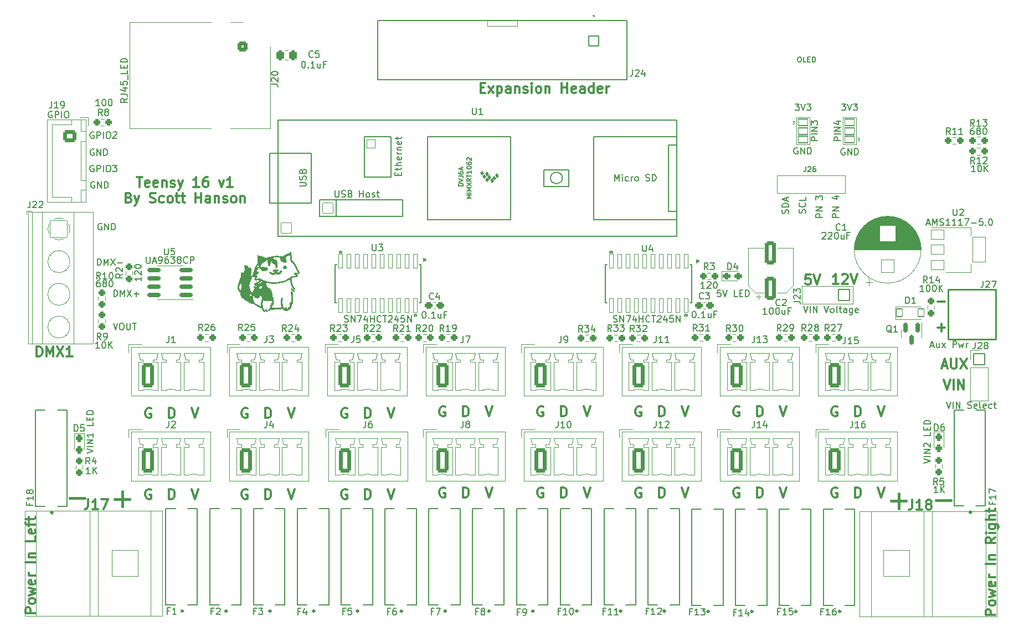
<source format=gbr>
%TF.GenerationSoftware,KiCad,Pcbnew,(6.0.7)*%
%TF.CreationDate,2022-08-24T09:40:48-04:00*%
%TF.ProjectId,Teensy_16,5465656e-7379-45f3-9136-2e6b69636164,v1*%
%TF.SameCoordinates,Original*%
%TF.FileFunction,Legend,Top*%
%TF.FilePolarity,Positive*%
%FSLAX46Y46*%
G04 Gerber Fmt 4.6, Leading zero omitted, Abs format (unit mm)*
G04 Created by KiCad (PCBNEW (6.0.7)) date 2022-08-24 09:40:48*
%MOMM*%
%LPD*%
G01*
G04 APERTURE LIST*
G04 Aperture macros list*
%AMRoundRect*
0 Rectangle with rounded corners*
0 $1 Rounding radius*
0 $2 $3 $4 $5 $6 $7 $8 $9 X,Y pos of 4 corners*
0 Add a 4 corners polygon primitive as box body*
4,1,4,$2,$3,$4,$5,$6,$7,$8,$9,$2,$3,0*
0 Add four circle primitives for the rounded corners*
1,1,$1+$1,$2,$3*
1,1,$1+$1,$4,$5*
1,1,$1+$1,$6,$7*
1,1,$1+$1,$8,$9*
0 Add four rect primitives between the rounded corners*
20,1,$1+$1,$2,$3,$4,$5,0*
20,1,$1+$1,$4,$5,$6,$7,0*
20,1,$1+$1,$6,$7,$8,$9,0*
20,1,$1+$1,$8,$9,$2,$3,0*%
G04 Aperture macros list end*
%ADD10C,0.300000*%
%ADD11C,0.127000*%
%ADD12C,0.400000*%
%ADD13C,0.150000*%
%ADD14C,0.120000*%
%ADD15C,0.152400*%
%ADD16C,0.200000*%
%ADD17C,0.100000*%
%ADD18C,0.254000*%
%ADD19RoundRect,0.288500X-0.300000X-0.237500X0.300000X-0.237500X0.300000X0.237500X-0.300000X0.237500X0*%
%ADD20C,2.577000*%
%ADD21RoundRect,0.301000X-0.650000X-1.550000X0.650000X-1.550000X0.650000X1.550000X-0.650000X1.550000X0*%
%ADD22O,1.902000X3.702000*%
%ADD23RoundRect,0.051000X-0.450000X-0.600000X0.450000X-0.600000X0.450000X0.600000X-0.450000X0.600000X0*%
%ADD24RoundRect,0.288500X0.237500X-0.250000X0.237500X0.250000X-0.237500X0.250000X-0.237500X-0.250000X0*%
%ADD25C,3.802000*%
%ADD26C,5.000000*%
%ADD27C,1.802000*%
%ADD28RoundRect,0.288500X-0.237500X0.287500X-0.237500X-0.287500X0.237500X-0.287500X0.237500X0.287500X0*%
%ADD29RoundRect,0.288500X-0.237500X0.250000X-0.237500X-0.250000X0.237500X-0.250000X0.237500X0.250000X0*%
%ADD30RoundRect,0.288500X-0.287500X-0.237500X0.287500X-0.237500X0.287500X0.237500X-0.287500X0.237500X0*%
%ADD31RoundRect,0.301000X0.250000X0.475000X-0.250000X0.475000X-0.250000X-0.475000X0.250000X-0.475000X0*%
%ADD32RoundRect,0.051000X-0.279400X1.079500X-0.279400X-1.079500X0.279400X-1.079500X0.279400X1.079500X0*%
%ADD33RoundRect,0.201000X0.825000X0.150000X-0.825000X0.150000X-0.825000X-0.150000X0.825000X-0.150000X0*%
%ADD34C,3.352000*%
%ADD35RoundRect,0.301500X-0.499500X0.499500X-0.499500X-0.499500X0.499500X-0.499500X0.499500X0.499500X0*%
%ADD36C,1.602000*%
%ADD37C,2.602000*%
%ADD38RoundRect,0.051000X0.750000X-0.500000X0.750000X0.500000X-0.750000X0.500000X-0.750000X-0.500000X0*%
%ADD39RoundRect,0.051000X-0.750000X0.500000X-0.750000X-0.500000X0.750000X-0.500000X0.750000X0.500000X0*%
%ADD40RoundRect,0.051000X2.000000X2.000000X-2.000000X2.000000X-2.000000X-2.000000X2.000000X-2.000000X0*%
%ADD41C,4.102000*%
%ADD42RoundRect,0.051000X-2.000000X-2.000000X2.000000X-2.000000X2.000000X2.000000X-2.000000X2.000000X0*%
%ADD43RoundRect,0.051000X0.765000X0.765000X-0.765000X0.765000X-0.765000X-0.765000X0.765000X-0.765000X0*%
%ADD44C,1.632000*%
%ADD45RoundRect,0.051000X-0.800000X-0.800000X0.800000X-0.800000X0.800000X0.800000X-0.800000X0.800000X0*%
%ADD46C,1.702000*%
%ADD47RoundRect,0.051000X-0.650000X-0.650000X0.650000X-0.650000X0.650000X0.650000X-0.650000X0.650000X0*%
%ADD48C,1.402000*%
%ADD49RoundRect,0.051000X-0.850000X0.850000X-0.850000X-0.850000X0.850000X-0.850000X0.850000X0.850000X0*%
%ADD50O,1.802000X1.802000*%
%ADD51RoundRect,0.051000X-1.000000X-0.750000X1.000000X-0.750000X1.000000X0.750000X-1.000000X0.750000X0*%
%ADD52RoundRect,0.051000X-1.000000X-1.900000X1.000000X-1.900000X1.000000X1.900000X-1.000000X1.900000X0*%
%ADD53RoundRect,0.301000X-0.725000X0.600000X-0.725000X-0.600000X0.725000X-0.600000X0.725000X0.600000X0*%
%ADD54O,2.052000X1.802000*%
%ADD55C,2.006000*%
%ADD56RoundRect,0.051000X-0.850000X-0.850000X0.850000X-0.850000X0.850000X0.850000X-0.850000X0.850000X0*%
%ADD57RoundRect,0.051000X-1.300000X1.300000X-1.300000X-1.300000X1.300000X-1.300000X1.300000X1.300000X0*%
%ADD58C,2.702000*%
%ADD59RoundRect,0.288500X-0.250000X-0.237500X0.250000X-0.237500X0.250000X0.237500X-0.250000X0.237500X0*%
%ADD60RoundRect,0.301000X0.550000X-1.500000X0.550000X1.500000X-0.550000X1.500000X-0.550000X-1.500000X0*%
%ADD61RoundRect,0.051000X1.000000X-1.000000X1.000000X1.000000X-1.000000X1.000000X-1.000000X-1.000000X0*%
%ADD62C,2.102000*%
%ADD63RoundRect,0.288500X0.250000X0.237500X-0.250000X0.237500X-0.250000X-0.237500X0.250000X-0.237500X0*%
%ADD64RoundRect,0.201000X-0.150000X0.587500X-0.150000X-0.587500X0.150000X-0.587500X0.150000X0.587500X0*%
G04 APERTURE END LIST*
D10*
X-96838343Y-4474500D02*
X-96981200Y-4403071D01*
X-97195486Y-4403071D01*
X-97409772Y-4474500D01*
X-97552629Y-4617357D01*
X-97624058Y-4760214D01*
X-97695486Y-5045928D01*
X-97695486Y-5260214D01*
X-97624058Y-5545928D01*
X-97552629Y-5688785D01*
X-97409772Y-5831642D01*
X-97195486Y-5903071D01*
X-97052629Y-5903071D01*
X-96838343Y-5831642D01*
X-96766915Y-5760214D01*
X-96766915Y-5260214D01*
X-97052629Y-5260214D01*
X-78828058Y-5903071D02*
X-78828058Y-4403071D01*
X-78470915Y-4403071D01*
X-78256629Y-4474500D01*
X-78113772Y-4617357D01*
X-78042343Y-4760214D01*
X-77970915Y-5045928D01*
X-77970915Y-5260214D01*
X-78042343Y-5545928D01*
X-78113772Y-5688785D01*
X-78256629Y-5831642D01*
X-78470915Y-5903071D01*
X-78828058Y-5903071D01*
X-30421200Y-4149071D02*
X-29921200Y-5649071D01*
X-29421200Y-4149071D01*
X-33870058Y-5649071D02*
X-33870058Y-4149071D01*
X-33512915Y-4149071D01*
X-33298629Y-4220500D01*
X-33155772Y-4363357D01*
X-33084343Y-4506214D01*
X-33012915Y-4791928D01*
X-33012915Y-5006214D01*
X-33084343Y-5291928D01*
X-33155772Y-5434785D01*
X-33298629Y-5577642D01*
X-33512915Y-5649071D01*
X-33870058Y-5649071D01*
X-15435200Y-4149071D02*
X-14935200Y-5649071D01*
X-14435200Y-4149071D01*
X-81598343Y-4474500D02*
X-81741200Y-4403071D01*
X-81955486Y-4403071D01*
X-82169772Y-4474500D01*
X-82312629Y-4617357D01*
X-82384058Y-4760214D01*
X-82455486Y-5045928D01*
X-82455486Y-5260214D01*
X-82384058Y-5545928D01*
X-82312629Y-5688785D01*
X-82169772Y-5831642D01*
X-81955486Y-5903071D01*
X-81812629Y-5903071D01*
X-81598343Y-5831642D01*
X-81526915Y-5760214D01*
X-81526915Y-5260214D01*
X-81812629Y-5260214D01*
X-21654343Y-4220500D02*
X-21797200Y-4149071D01*
X-22011486Y-4149071D01*
X-22225772Y-4220500D01*
X-22368629Y-4363357D01*
X-22440058Y-4506214D01*
X-22511486Y-4791928D01*
X-22511486Y-5006214D01*
X-22440058Y-5291928D01*
X-22368629Y-5434785D01*
X-22225772Y-5577642D01*
X-22011486Y-5649071D01*
X-21868629Y-5649071D01*
X-21654343Y-5577642D01*
X-21582915Y-5506214D01*
X-21582915Y-5006214D01*
X-21868629Y-5006214D01*
X-449200Y-4149071D02*
X50800Y-5649071D01*
X550800Y-4149071D01*
X-3898058Y-5649071D02*
X-3898058Y-4149071D01*
X-3540915Y-4149071D01*
X-3326629Y-4220500D01*
X-3183772Y-4363357D01*
X-3112343Y-4506214D01*
X-3040915Y-4791928D01*
X-3040915Y-5006214D01*
X-3112343Y-5291928D01*
X-3183772Y-5434785D01*
X-3326629Y-5577642D01*
X-3540915Y-5649071D01*
X-3898058Y-5649071D01*
X-6668343Y-4220500D02*
X-6811200Y-4149071D01*
X-7025486Y-4149071D01*
X-7239772Y-4220500D01*
X-7382629Y-4363357D01*
X-7454058Y-4506214D01*
X-7525486Y-4791928D01*
X-7525486Y-5006214D01*
X-7454058Y-5291928D01*
X-7382629Y-5434785D01*
X-7239772Y-5577642D01*
X-7025486Y-5649071D01*
X-6882629Y-5649071D01*
X-6668343Y-5577642D01*
X-6596915Y-5506214D01*
X-6596915Y-5006214D01*
X-6882629Y-5006214D01*
X-63842058Y-5649071D02*
X-63842058Y-4149071D01*
X-63484915Y-4149071D01*
X-63270629Y-4220500D01*
X-63127772Y-4363357D01*
X-63056343Y-4506214D01*
X-62984915Y-4791928D01*
X-62984915Y-5006214D01*
X-63056343Y-5291928D01*
X-63127772Y-5434785D01*
X-63270629Y-5577642D01*
X-63484915Y-5649071D01*
X-63842058Y-5649071D01*
X-94068058Y-5903071D02*
X-94068058Y-4403071D01*
X-93710915Y-4403071D01*
X-93496629Y-4474500D01*
X-93353772Y-4617357D01*
X-93282343Y-4760214D01*
X-93210915Y-5045928D01*
X-93210915Y-5260214D01*
X-93282343Y-5545928D01*
X-93353772Y-5688785D01*
X-93496629Y-5831642D01*
X-93710915Y-5903071D01*
X-94068058Y-5903071D01*
X-18884058Y-5649071D02*
X-18884058Y-4149071D01*
X-18526915Y-4149071D01*
X-18312629Y-4220500D01*
X-18169772Y-4363357D01*
X-18098343Y-4506214D01*
X-18026915Y-4791928D01*
X-18026915Y-5006214D01*
X-18098343Y-5291928D01*
X-18169772Y-5434785D01*
X-18312629Y-5577642D01*
X-18526915Y-5649071D01*
X-18884058Y-5649071D01*
X-105351200Y-4403071D02*
X-104851200Y-5903071D01*
X-104351200Y-4403071D01*
X-45407200Y-4149071D02*
X-44907200Y-5649071D01*
X-44407200Y-4149071D01*
X-51626343Y-4220500D02*
X-51769200Y-4149071D01*
X-51983486Y-4149071D01*
X-52197772Y-4220500D01*
X-52340629Y-4363357D01*
X-52412058Y-4506214D01*
X-52483486Y-4791928D01*
X-52483486Y-5006214D01*
X-52412058Y-5291928D01*
X-52340629Y-5434785D01*
X-52197772Y-5577642D01*
X-51983486Y-5649071D01*
X-51840629Y-5649071D01*
X-51626343Y-5577642D01*
X-51554915Y-5506214D01*
X-51554915Y-5006214D01*
X-51840629Y-5006214D01*
X-66612343Y-4220500D02*
X-66755200Y-4149071D01*
X-66969486Y-4149071D01*
X-67183772Y-4220500D01*
X-67326629Y-4363357D01*
X-67398058Y-4506214D01*
X-67469486Y-4791928D01*
X-67469486Y-5006214D01*
X-67398058Y-5291928D01*
X-67326629Y-5434785D01*
X-67183772Y-5577642D01*
X-66969486Y-5649071D01*
X-66826629Y-5649071D01*
X-66612343Y-5577642D01*
X-66540915Y-5506214D01*
X-66540915Y-5006214D01*
X-66826629Y-5006214D01*
X-90619200Y-4403071D02*
X-90119200Y-5903071D01*
X-89619200Y-4403071D01*
X-111570343Y-4474500D02*
X-111713200Y-4403071D01*
X-111927486Y-4403071D01*
X-112141772Y-4474500D01*
X-112284629Y-4617357D01*
X-112356058Y-4760214D01*
X-112427486Y-5045928D01*
X-112427486Y-5260214D01*
X-112356058Y-5545928D01*
X-112284629Y-5688785D01*
X-112141772Y-5831642D01*
X-111927486Y-5903071D01*
X-111784629Y-5903071D01*
X-111570343Y-5831642D01*
X-111498915Y-5760214D01*
X-111498915Y-5260214D01*
X-111784629Y-5260214D01*
X-108800058Y-5903071D02*
X-108800058Y-4403071D01*
X-108442915Y-4403071D01*
X-108228629Y-4474500D01*
X-108085772Y-4617357D01*
X-108014343Y-4760214D01*
X-107942915Y-5045928D01*
X-107942915Y-5260214D01*
X-108014343Y-5545928D01*
X-108085772Y-5688785D01*
X-108228629Y-5831642D01*
X-108442915Y-5903071D01*
X-108800058Y-5903071D01*
X-60393200Y-4149071D02*
X-59893200Y-5649071D01*
X-59393200Y-4149071D01*
X-75379200Y-4403071D02*
X-74879200Y-5903071D01*
X-74379200Y-4403071D01*
X-48856058Y-5649071D02*
X-48856058Y-4149071D01*
X-48498915Y-4149071D01*
X-48284629Y-4220500D01*
X-48141772Y-4363357D01*
X-48070343Y-4506214D01*
X-47998915Y-4791928D01*
X-47998915Y-5006214D01*
X-48070343Y-5291928D01*
X-48141772Y-5434785D01*
X-48284629Y-5577642D01*
X-48498915Y-5649071D01*
X-48856058Y-5649071D01*
X-36640343Y-4220500D02*
X-36783200Y-4149071D01*
X-36997486Y-4149071D01*
X-37211772Y-4220500D01*
X-37354629Y-4363357D01*
X-37426058Y-4506214D01*
X-37497486Y-4791928D01*
X-37497486Y-5006214D01*
X-37426058Y-5291928D01*
X-37354629Y-5434785D01*
X-37211772Y-5577642D01*
X-36997486Y-5649071D01*
X-36854629Y-5649071D01*
X-36640343Y-5577642D01*
X-36568915Y-5506214D01*
X-36568915Y-5006214D01*
X-36854629Y-5006214D01*
X-108800058Y6496929D02*
X-108800058Y7996929D01*
X-108442915Y7996929D01*
X-108228629Y7925500D01*
X-108085772Y7782643D01*
X-108014343Y7639786D01*
X-107942915Y7354072D01*
X-107942915Y7139786D01*
X-108014343Y6854072D01*
X-108085772Y6711215D01*
X-108228629Y6568358D01*
X-108442915Y6496929D01*
X-108800058Y6496929D01*
X-111570343Y7925500D02*
X-111713200Y7996929D01*
X-111927486Y7996929D01*
X-112141772Y7925500D01*
X-112284629Y7782643D01*
X-112356058Y7639786D01*
X-112427486Y7354072D01*
X-112427486Y7139786D01*
X-112356058Y6854072D01*
X-112284629Y6711215D01*
X-112141772Y6568358D01*
X-111927486Y6496929D01*
X-111784629Y6496929D01*
X-111570343Y6568358D01*
X-111498915Y6639786D01*
X-111498915Y7139786D01*
X-111784629Y7139786D01*
X-105351200Y7996929D02*
X-104851200Y6496929D01*
X-104351200Y7996929D01*
D11*
X-119760643Y29855572D02*
X-119760643Y30846172D01*
X-119524786Y30846172D01*
X-119383272Y30799000D01*
X-119288929Y30704658D01*
X-119241758Y30610315D01*
X-119194586Y30421629D01*
X-119194586Y30280115D01*
X-119241758Y30091429D01*
X-119288929Y29997086D01*
X-119383272Y29902743D01*
X-119524786Y29855572D01*
X-119760643Y29855572D01*
X-118770043Y29855572D02*
X-118770043Y30846172D01*
X-118439843Y30138600D01*
X-118109643Y30846172D01*
X-118109643Y29855572D01*
X-117732272Y30846172D02*
X-117071872Y29855572D01*
X-117071872Y30846172D02*
X-117732272Y29855572D01*
X-116694500Y30232943D02*
X-115939758Y30232943D01*
X-119104943Y36199000D02*
X-119199286Y36246172D01*
X-119340800Y36246172D01*
X-119482315Y36199000D01*
X-119576658Y36104658D01*
X-119623829Y36010315D01*
X-119671000Y35821629D01*
X-119671000Y35680115D01*
X-119623829Y35491429D01*
X-119576658Y35397086D01*
X-119482315Y35302743D01*
X-119340800Y35255572D01*
X-119246458Y35255572D01*
X-119104943Y35302743D01*
X-119057772Y35349915D01*
X-119057772Y35680115D01*
X-119246458Y35680115D01*
X-118633229Y35255572D02*
X-118633229Y36246172D01*
X-118067172Y35255572D01*
X-118067172Y36246172D01*
X-117595458Y35255572D02*
X-117595458Y36246172D01*
X-117359600Y36246172D01*
X-117218086Y36199000D01*
X-117123743Y36104658D01*
X-117076572Y36010315D01*
X-117029400Y35821629D01*
X-117029400Y35680115D01*
X-117076572Y35491429D01*
X-117123743Y35397086D01*
X-117218086Y35302743D01*
X-117359600Y35255572D01*
X-117595458Y35255572D01*
D10*
X-113778772Y43332629D02*
X-112921629Y43332629D01*
X-113350200Y41832629D02*
X-113350200Y43332629D01*
X-111850200Y41904058D02*
X-111993058Y41832629D01*
X-112278772Y41832629D01*
X-112421629Y41904058D01*
X-112493058Y42046915D01*
X-112493058Y42618343D01*
X-112421629Y42761200D01*
X-112278772Y42832629D01*
X-111993058Y42832629D01*
X-111850200Y42761200D01*
X-111778772Y42618343D01*
X-111778772Y42475486D01*
X-112493058Y42332629D01*
X-110564486Y41904058D02*
X-110707343Y41832629D01*
X-110993058Y41832629D01*
X-111135915Y41904058D01*
X-111207343Y42046915D01*
X-111207343Y42618343D01*
X-111135915Y42761200D01*
X-110993058Y42832629D01*
X-110707343Y42832629D01*
X-110564486Y42761200D01*
X-110493058Y42618343D01*
X-110493058Y42475486D01*
X-111207343Y42332629D01*
X-109850200Y42832629D02*
X-109850200Y41832629D01*
X-109850200Y42689772D02*
X-109778772Y42761200D01*
X-109635915Y42832629D01*
X-109421629Y42832629D01*
X-109278772Y42761200D01*
X-109207343Y42618343D01*
X-109207343Y41832629D01*
X-108564486Y41904058D02*
X-108421629Y41832629D01*
X-108135915Y41832629D01*
X-107993058Y41904058D01*
X-107921629Y42046915D01*
X-107921629Y42118343D01*
X-107993058Y42261200D01*
X-108135915Y42332629D01*
X-108350200Y42332629D01*
X-108493058Y42404058D01*
X-108564486Y42546915D01*
X-108564486Y42618343D01*
X-108493058Y42761200D01*
X-108350200Y42832629D01*
X-108135915Y42832629D01*
X-107993058Y42761200D01*
X-107421629Y42832629D02*
X-107064486Y41832629D01*
X-106707343Y42832629D02*
X-107064486Y41832629D01*
X-107207343Y41475486D01*
X-107278772Y41404058D01*
X-107421629Y41332629D01*
X-104207343Y41832629D02*
X-105064486Y41832629D01*
X-104635915Y41832629D02*
X-104635915Y43332629D01*
X-104778772Y43118343D01*
X-104921629Y42975486D01*
X-105064486Y42904058D01*
X-102921629Y43332629D02*
X-103207343Y43332629D01*
X-103350200Y43261200D01*
X-103421629Y43189772D01*
X-103564486Y42975486D01*
X-103635915Y42689772D01*
X-103635915Y42118343D01*
X-103564486Y41975486D01*
X-103493058Y41904058D01*
X-103350200Y41832629D01*
X-103064486Y41832629D01*
X-102921629Y41904058D01*
X-102850200Y41975486D01*
X-102778772Y42118343D01*
X-102778772Y42475486D01*
X-102850200Y42618343D01*
X-102921629Y42689772D01*
X-103064486Y42761200D01*
X-103350200Y42761200D01*
X-103493058Y42689772D01*
X-103564486Y42618343D01*
X-103635915Y42475486D01*
X-101135915Y42832629D02*
X-100778772Y41832629D01*
X-100421629Y42832629D01*
X-99064486Y41832629D02*
X-99921629Y41832629D01*
X-99493058Y41832629D02*
X-99493058Y43332629D01*
X-99635915Y43118343D01*
X-99778772Y42975486D01*
X-99921629Y42904058D01*
X-114957343Y40203343D02*
X-114743058Y40131915D01*
X-114671629Y40060486D01*
X-114600200Y39917629D01*
X-114600200Y39703343D01*
X-114671629Y39560486D01*
X-114743058Y39489058D01*
X-114885915Y39417629D01*
X-115457343Y39417629D01*
X-115457343Y40917629D01*
X-114957343Y40917629D01*
X-114814486Y40846200D01*
X-114743058Y40774772D01*
X-114671629Y40631915D01*
X-114671629Y40489058D01*
X-114743058Y40346200D01*
X-114814486Y40274772D01*
X-114957343Y40203343D01*
X-115457343Y40203343D01*
X-114100200Y40417629D02*
X-113743058Y39417629D01*
X-113385915Y40417629D02*
X-113743058Y39417629D01*
X-113885915Y39060486D01*
X-113957343Y38989058D01*
X-114100200Y38917629D01*
X-111743058Y39489058D02*
X-111528772Y39417629D01*
X-111171629Y39417629D01*
X-111028772Y39489058D01*
X-110957343Y39560486D01*
X-110885915Y39703343D01*
X-110885915Y39846200D01*
X-110957343Y39989058D01*
X-111028772Y40060486D01*
X-111171629Y40131915D01*
X-111457343Y40203343D01*
X-111600200Y40274772D01*
X-111671629Y40346200D01*
X-111743058Y40489058D01*
X-111743058Y40631915D01*
X-111671629Y40774772D01*
X-111600200Y40846200D01*
X-111457343Y40917629D01*
X-111100200Y40917629D01*
X-110885915Y40846200D01*
X-109600200Y39489058D02*
X-109743058Y39417629D01*
X-110028772Y39417629D01*
X-110171629Y39489058D01*
X-110243058Y39560486D01*
X-110314486Y39703343D01*
X-110314486Y40131915D01*
X-110243058Y40274772D01*
X-110171629Y40346200D01*
X-110028772Y40417629D01*
X-109743058Y40417629D01*
X-109600200Y40346200D01*
X-108743058Y39417629D02*
X-108885915Y39489058D01*
X-108957343Y39560486D01*
X-109028772Y39703343D01*
X-109028772Y40131915D01*
X-108957343Y40274772D01*
X-108885915Y40346200D01*
X-108743058Y40417629D01*
X-108528772Y40417629D01*
X-108385915Y40346200D01*
X-108314486Y40274772D01*
X-108243058Y40131915D01*
X-108243058Y39703343D01*
X-108314486Y39560486D01*
X-108385915Y39489058D01*
X-108528772Y39417629D01*
X-108743058Y39417629D01*
X-107814486Y40417629D02*
X-107243058Y40417629D01*
X-107600200Y40917629D02*
X-107600200Y39631915D01*
X-107528772Y39489058D01*
X-107385915Y39417629D01*
X-107243058Y39417629D01*
X-106957343Y40417629D02*
X-106385915Y40417629D01*
X-106743058Y40917629D02*
X-106743058Y39631915D01*
X-106671629Y39489058D01*
X-106528772Y39417629D01*
X-106385915Y39417629D01*
X-104743058Y39417629D02*
X-104743058Y40917629D01*
X-104743058Y40203343D02*
X-103885915Y40203343D01*
X-103885915Y39417629D02*
X-103885915Y40917629D01*
X-102528772Y39417629D02*
X-102528772Y40203343D01*
X-102600200Y40346200D01*
X-102743058Y40417629D01*
X-103028772Y40417629D01*
X-103171629Y40346200D01*
X-102528772Y39489058D02*
X-102671629Y39417629D01*
X-103028772Y39417629D01*
X-103171629Y39489058D01*
X-103243058Y39631915D01*
X-103243058Y39774772D01*
X-103171629Y39917629D01*
X-103028772Y39989058D01*
X-102671629Y39989058D01*
X-102528772Y40060486D01*
X-101814486Y40417629D02*
X-101814486Y39417629D01*
X-101814486Y40274772D02*
X-101743058Y40346200D01*
X-101600200Y40417629D01*
X-101385915Y40417629D01*
X-101243058Y40346200D01*
X-101171629Y40203343D01*
X-101171629Y39417629D01*
X-100528772Y39489058D02*
X-100385915Y39417629D01*
X-100100200Y39417629D01*
X-99957343Y39489058D01*
X-99885915Y39631915D01*
X-99885915Y39703343D01*
X-99957343Y39846200D01*
X-100100200Y39917629D01*
X-100314486Y39917629D01*
X-100457343Y39989058D01*
X-100528772Y40131915D01*
X-100528772Y40203343D01*
X-100457343Y40346200D01*
X-100314486Y40417629D01*
X-100100200Y40417629D01*
X-99957343Y40346200D01*
X-99028772Y39417629D02*
X-99171629Y39489058D01*
X-99243058Y39560486D01*
X-99314486Y39703343D01*
X-99314486Y40131915D01*
X-99243058Y40274772D01*
X-99171629Y40346200D01*
X-99028772Y40417629D01*
X-98814486Y40417629D01*
X-98671629Y40346200D01*
X-98600200Y40274772D01*
X-98528772Y40131915D01*
X-98528772Y39703343D01*
X-98600200Y39560486D01*
X-98671629Y39489058D01*
X-98814486Y39417629D01*
X-99028772Y39417629D01*
X-97885915Y40417629D02*
X-97885915Y39417629D01*
X-97885915Y40274772D02*
X-97814486Y40346200D01*
X-97671629Y40417629D01*
X-97457343Y40417629D01*
X-97314486Y40346200D01*
X-97243058Y40203343D01*
X-97243058Y39417629D01*
D12*
X1606942Y-6210585D02*
X3892657Y-6210585D01*
X2749800Y-7353442D02*
X2749800Y-5067728D01*
D10*
X-6478772Y27025129D02*
X-7335915Y27025129D01*
X-6907343Y27025129D02*
X-6907343Y28525129D01*
X-7050200Y28310843D01*
X-7193058Y28167986D01*
X-7335915Y28096558D01*
X-5907343Y28382272D02*
X-5835915Y28453700D01*
X-5693058Y28525129D01*
X-5335915Y28525129D01*
X-5193058Y28453700D01*
X-5121629Y28382272D01*
X-5050200Y28239415D01*
X-5050200Y28096558D01*
X-5121629Y27882272D01*
X-5978772Y27025129D01*
X-5050200Y27025129D01*
X-4621629Y28525129D02*
X-4121629Y27025129D01*
X-3621629Y28525129D01*
X-10735915Y28425129D02*
X-11450200Y28425129D01*
X-11521629Y27710843D01*
X-11450200Y27782272D01*
X-11307343Y27853700D01*
X-10950200Y27853700D01*
X-10807343Y27782272D01*
X-10735915Y27710843D01*
X-10664486Y27567986D01*
X-10664486Y27210843D01*
X-10735915Y27067986D01*
X-10807343Y26996558D01*
X-10950200Y26925129D01*
X-11307343Y26925129D01*
X-11450200Y26996558D01*
X-11521629Y27067986D01*
X-10235915Y28425129D02*
X-9735915Y26925129D01*
X-9235915Y28425129D01*
X8678371Y24296558D02*
X9821228Y24296558D01*
X-81598343Y7925500D02*
X-81741200Y7996929D01*
X-81955486Y7996929D01*
X-82169772Y7925500D01*
X-82312629Y7782643D01*
X-82384058Y7639786D01*
X-82455486Y7354072D01*
X-82455486Y7139786D01*
X-82384058Y6854072D01*
X-82312629Y6711215D01*
X-82169772Y6568358D01*
X-81955486Y6496929D01*
X-81812629Y6496929D01*
X-81598343Y6568358D01*
X-81526915Y6639786D01*
X-81526915Y7139786D01*
X-81812629Y7139786D01*
X-63842058Y6750929D02*
X-63842058Y8250929D01*
X-63484915Y8250929D01*
X-63270629Y8179500D01*
X-63127772Y8036643D01*
X-63056343Y7893786D01*
X-62984915Y7608072D01*
X-62984915Y7393786D01*
X-63056343Y7108072D01*
X-63127772Y6965215D01*
X-63270629Y6822358D01*
X-63484915Y6750929D01*
X-63842058Y6750929D01*
X9606942Y12325129D02*
X10106942Y10825129D01*
X10606942Y12325129D01*
X11106942Y10825129D02*
X11106942Y12325129D01*
X11821228Y10825129D02*
X11821228Y12325129D01*
X12678371Y10825129D01*
X12678371Y12325129D01*
X-33870058Y6750929D02*
X-33870058Y8250929D01*
X-33512915Y8250929D01*
X-33298629Y8179500D01*
X-33155772Y8036643D01*
X-33084343Y7893786D01*
X-33012915Y7608072D01*
X-33012915Y7393786D01*
X-33084343Y7108072D01*
X-33155772Y6965215D01*
X-33298629Y6822358D01*
X-33512915Y6750929D01*
X-33870058Y6750929D01*
X-15435200Y8250929D02*
X-14935200Y6750929D01*
X-14435200Y8250929D01*
X8678371Y20296558D02*
X9821228Y20296558D01*
X9249800Y19725129D02*
X9249800Y20867986D01*
D13*
X-13088296Y54551320D02*
X-12469248Y54551320D01*
X-12802581Y54170367D01*
X-12659724Y54170367D01*
X-12564486Y54122748D01*
X-12516867Y54075129D01*
X-12469248Y53979891D01*
X-12469248Y53741796D01*
X-12516867Y53646558D01*
X-12564486Y53598939D01*
X-12659724Y53551320D01*
X-12945439Y53551320D01*
X-13040677Y53598939D01*
X-13088296Y53646558D01*
X-12183534Y54551320D02*
X-11850200Y53551320D01*
X-11516867Y54551320D01*
X-11278772Y54551320D02*
X-10659724Y54551320D01*
X-10993058Y54170367D01*
X-10850200Y54170367D01*
X-10754962Y54122748D01*
X-10707343Y54075129D01*
X-10659724Y53979891D01*
X-10659724Y53741796D01*
X-10707343Y53646558D01*
X-10754962Y53598939D01*
X-10850200Y53551320D01*
X-11135915Y53551320D01*
X-11231153Y53598939D01*
X-11278772Y53646558D01*
D10*
X-51626343Y8179500D02*
X-51769200Y8250929D01*
X-51983486Y8250929D01*
X-52197772Y8179500D01*
X-52340629Y8036643D01*
X-52412058Y7893786D01*
X-52483486Y7608072D01*
X-52483486Y7393786D01*
X-52412058Y7108072D01*
X-52340629Y6965215D01*
X-52197772Y6822358D01*
X-51983486Y6750929D01*
X-51840629Y6750929D01*
X-51626343Y6822358D01*
X-51554915Y6893786D01*
X-51554915Y7393786D01*
X-51840629Y7393786D01*
D13*
X-5512105Y47703700D02*
X-5607343Y47751320D01*
X-5750200Y47751320D01*
X-5893058Y47703700D01*
X-5988296Y47608462D01*
X-6035915Y47513224D01*
X-6083534Y47322748D01*
X-6083534Y47179891D01*
X-6035915Y46989415D01*
X-5988296Y46894177D01*
X-5893058Y46798939D01*
X-5750200Y46751320D01*
X-5654962Y46751320D01*
X-5512105Y46798939D01*
X-5464486Y46846558D01*
X-5464486Y47179891D01*
X-5654962Y47179891D01*
X-5035915Y46751320D02*
X-5035915Y47751320D01*
X-4464486Y46751320D01*
X-4464486Y47751320D01*
X-3988296Y46751320D02*
X-3988296Y47751320D01*
X-3750200Y47751320D01*
X-3607343Y47703700D01*
X-3512105Y47608462D01*
X-3464486Y47513224D01*
X-3416867Y47322748D01*
X-3416867Y47179891D01*
X-3464486Y46989415D01*
X-3512105Y46894177D01*
X-3607343Y46798939D01*
X-3750200Y46751320D01*
X-3988296Y46751320D01*
D10*
X-66612343Y8179500D02*
X-66755200Y8250929D01*
X-66969486Y8250929D01*
X-67183772Y8179500D01*
X-67326629Y8036643D01*
X-67398058Y7893786D01*
X-67469486Y7608072D01*
X-67469486Y7393786D01*
X-67398058Y7108072D01*
X-67326629Y6965215D01*
X-67183772Y6822358D01*
X-66969486Y6750929D01*
X-66826629Y6750929D01*
X-66612343Y6822358D01*
X-66540915Y6893786D01*
X-66540915Y7393786D01*
X-66826629Y7393786D01*
X-6668343Y8179500D02*
X-6811200Y8250929D01*
X-7025486Y8250929D01*
X-7239772Y8179500D01*
X-7382629Y8036643D01*
X-7454058Y7893786D01*
X-7525486Y7608072D01*
X-7525486Y7393786D01*
X-7454058Y7108072D01*
X-7382629Y6965215D01*
X-7239772Y6822358D01*
X-7025486Y6750929D01*
X-6882629Y6750929D01*
X-6668343Y6822358D01*
X-6596915Y6893786D01*
X-6596915Y7393786D01*
X-6882629Y7393786D01*
X-18884058Y6750929D02*
X-18884058Y8250929D01*
X-18526915Y8250929D01*
X-18312629Y8179500D01*
X-18169772Y8036643D01*
X-18098343Y7893786D01*
X-18026915Y7608072D01*
X-18026915Y7393786D01*
X-18098343Y7108072D01*
X-18169772Y6965215D01*
X-18312629Y6822358D01*
X-18526915Y6750929D01*
X-18884058Y6750929D01*
D11*
X-117235643Y25080572D02*
X-117235643Y26071172D01*
X-116999786Y26071172D01*
X-116858272Y26024000D01*
X-116763929Y25929658D01*
X-116716758Y25835315D01*
X-116669586Y25646629D01*
X-116669586Y25505115D01*
X-116716758Y25316429D01*
X-116763929Y25222086D01*
X-116858272Y25127743D01*
X-116999786Y25080572D01*
X-117235643Y25080572D01*
X-116245043Y25080572D02*
X-116245043Y26071172D01*
X-115914843Y25363600D01*
X-115584643Y26071172D01*
X-115584643Y25080572D01*
X-115207272Y26071172D02*
X-114546872Y25080572D01*
X-114546872Y26071172D02*
X-115207272Y25080572D01*
X-114169500Y25457943D02*
X-113414758Y25457943D01*
X-113792129Y25080572D02*
X-113792129Y25835315D01*
D12*
X8406942Y-6110585D02*
X10692657Y-6110585D01*
D11*
X-117320543Y20996172D02*
X-116990343Y20005572D01*
X-116660143Y20996172D01*
X-116141258Y20996172D02*
X-115952572Y20996172D01*
X-115858229Y20949000D01*
X-115763886Y20854658D01*
X-115716715Y20665972D01*
X-115716715Y20335772D01*
X-115763886Y20147086D01*
X-115858229Y20052743D01*
X-115952572Y20005572D01*
X-116141258Y20005572D01*
X-116235600Y20052743D01*
X-116329943Y20147086D01*
X-116377115Y20335772D01*
X-116377115Y20665972D01*
X-116329943Y20854658D01*
X-116235600Y20949000D01*
X-116141258Y20996172D01*
X-115292172Y20996172D02*
X-115292172Y20194258D01*
X-115245000Y20099915D01*
X-115197829Y20052743D01*
X-115103486Y20005572D01*
X-114914800Y20005572D01*
X-114820458Y20052743D01*
X-114773286Y20099915D01*
X-114726115Y20194258D01*
X-114726115Y20996172D01*
X-114395915Y20996172D02*
X-113829858Y20996172D01*
X-114112886Y20005572D02*
X-114112886Y20996172D01*
D13*
X-6397820Y37160843D02*
X-7397820Y37160843D01*
X-7397820Y37541796D01*
X-7350200Y37637034D01*
X-7302581Y37684653D01*
X-7207343Y37732272D01*
X-7064486Y37732272D01*
X-6969248Y37684653D01*
X-6921629Y37637034D01*
X-6874010Y37541796D01*
X-6874010Y37160843D01*
X-6397820Y38160843D02*
X-7397820Y38160843D01*
X-6397820Y38732272D01*
X-7397820Y38732272D01*
X-7064486Y40398939D02*
X-6397820Y40398939D01*
X-7445439Y40160843D02*
X-6731153Y39922748D01*
X-6731153Y40541796D01*
D12*
X-123993058Y-5810585D02*
X-121707343Y-5810585D01*
D13*
X-120326391Y50203700D02*
X-120421629Y50251320D01*
X-120564486Y50251320D01*
X-120707343Y50203700D01*
X-120802581Y50108462D01*
X-120850200Y50013224D01*
X-120897820Y49822748D01*
X-120897820Y49679891D01*
X-120850200Y49489415D01*
X-120802581Y49394177D01*
X-120707343Y49298939D01*
X-120564486Y49251320D01*
X-120469248Y49251320D01*
X-120326391Y49298939D01*
X-120278772Y49346558D01*
X-120278772Y49679891D01*
X-120469248Y49679891D01*
X-119850200Y49251320D02*
X-119850200Y50251320D01*
X-119469248Y50251320D01*
X-119374010Y50203700D01*
X-119326391Y50156081D01*
X-119278772Y50060843D01*
X-119278772Y49917986D01*
X-119326391Y49822748D01*
X-119374010Y49775129D01*
X-119469248Y49727510D01*
X-119850200Y49727510D01*
X-118850200Y49251320D02*
X-118850200Y50251320D01*
X-118183534Y50251320D02*
X-117993058Y50251320D01*
X-117897820Y50203700D01*
X-117802581Y50108462D01*
X-117754962Y49917986D01*
X-117754962Y49584653D01*
X-117802581Y49394177D01*
X-117897820Y49298939D01*
X-117993058Y49251320D01*
X-118183534Y49251320D01*
X-118278772Y49298939D01*
X-118374010Y49394177D01*
X-118421629Y49584653D01*
X-118421629Y49917986D01*
X-118374010Y50108462D01*
X-118278772Y50203700D01*
X-118183534Y50251320D01*
X-117374010Y50156081D02*
X-117326391Y50203700D01*
X-117231153Y50251320D01*
X-116993058Y50251320D01*
X-116897820Y50203700D01*
X-116850200Y50156081D01*
X-116802581Y50060843D01*
X-116802581Y49965605D01*
X-116850200Y49822748D01*
X-117421629Y49251320D01*
X-116802581Y49251320D01*
D12*
X-117093058Y-5910585D02*
X-114807343Y-5910585D01*
X-115950200Y-7053442D02*
X-115950200Y-4767728D01*
D10*
X-449200Y8250929D02*
X50800Y6750929D01*
X550800Y8250929D01*
X-3898058Y6750929D02*
X-3898058Y8250929D01*
X-3540915Y8250929D01*
X-3326629Y8179500D01*
X-3183772Y8036643D01*
X-3112343Y7893786D01*
X-3040915Y7608072D01*
X-3040915Y7393786D01*
X-3112343Y7108072D01*
X-3183772Y6965215D01*
X-3326629Y6822358D01*
X-3540915Y6750929D01*
X-3898058Y6750929D01*
X-75379200Y7996929D02*
X-74879200Y6496929D01*
X-74379200Y7996929D01*
X-94068058Y6496929D02*
X-94068058Y7996929D01*
X-93710915Y7996929D01*
X-93496629Y7925500D01*
X-93353772Y7782643D01*
X-93282343Y7639786D01*
X-93210915Y7354072D01*
X-93210915Y7139786D01*
X-93282343Y6854072D01*
X-93353772Y6711215D01*
X-93496629Y6568358D01*
X-93710915Y6496929D01*
X-94068058Y6496929D01*
X-60393200Y8250929D02*
X-59893200Y6750929D01*
X-59393200Y8250929D01*
X-90619200Y7996929D02*
X-90119200Y6496929D01*
X-89619200Y7996929D01*
D13*
X-8897820Y37160843D02*
X-9897820Y37160843D01*
X-9897820Y37541796D01*
X-9850200Y37637034D01*
X-9802581Y37684653D01*
X-9707343Y37732272D01*
X-9564486Y37732272D01*
X-9469248Y37684653D01*
X-9421629Y37637034D01*
X-9374010Y37541796D01*
X-9374010Y37160843D01*
X-8897820Y38160843D02*
X-9897820Y38160843D01*
X-8897820Y38732272D01*
X-9897820Y38732272D01*
X-9897820Y39875129D02*
X-9897820Y40494177D01*
X-9516867Y40160843D01*
X-9516867Y40303700D01*
X-9469248Y40398939D01*
X-9421629Y40446558D01*
X-9326391Y40494177D01*
X-9088296Y40494177D01*
X-8993058Y40446558D01*
X-8945439Y40398939D01*
X-8897820Y40303700D01*
X-8897820Y40017986D01*
X-8945439Y39922748D01*
X-8993058Y39875129D01*
D10*
X-48856058Y6750929D02*
X-48856058Y8250929D01*
X-48498915Y8250929D01*
X-48284629Y8179500D01*
X-48141772Y8036643D01*
X-48070343Y7893786D01*
X-47998915Y7608072D01*
X-47998915Y7393786D01*
X-48070343Y7108072D01*
X-48141772Y6965215D01*
X-48284629Y6822358D01*
X-48498915Y6750929D01*
X-48856058Y6750929D01*
D13*
X-14145439Y37789415D02*
X-14097820Y37932272D01*
X-14097820Y38170367D01*
X-14145439Y38265605D01*
X-14193058Y38313224D01*
X-14288296Y38360843D01*
X-14383534Y38360843D01*
X-14478772Y38313224D01*
X-14526391Y38265605D01*
X-14574010Y38170367D01*
X-14621629Y37979891D01*
X-14669248Y37884653D01*
X-14716867Y37837034D01*
X-14812105Y37789415D01*
X-14907343Y37789415D01*
X-15002581Y37837034D01*
X-15050200Y37884653D01*
X-15097820Y37979891D01*
X-15097820Y38217986D01*
X-15050200Y38360843D01*
X-14097820Y38789415D02*
X-15097820Y38789415D01*
X-15097820Y39027510D01*
X-15050200Y39170367D01*
X-14954962Y39265605D01*
X-14859724Y39313224D01*
X-14669248Y39360843D01*
X-14526391Y39360843D01*
X-14335915Y39313224D01*
X-14240677Y39265605D01*
X-14145439Y39170367D01*
X-14097820Y39027510D01*
X-14097820Y38789415D01*
X-14383534Y39741796D02*
X-14383534Y40217986D01*
X-14097820Y39646558D02*
X-15097820Y39979891D01*
X-14097820Y40313224D01*
X-120326391Y45103700D02*
X-120421629Y45151320D01*
X-120564486Y45151320D01*
X-120707343Y45103700D01*
X-120802581Y45008462D01*
X-120850200Y44913224D01*
X-120897820Y44722748D01*
X-120897820Y44579891D01*
X-120850200Y44389415D01*
X-120802581Y44294177D01*
X-120707343Y44198939D01*
X-120564486Y44151320D01*
X-120469248Y44151320D01*
X-120326391Y44198939D01*
X-120278772Y44246558D01*
X-120278772Y44579891D01*
X-120469248Y44579891D01*
X-119850200Y44151320D02*
X-119850200Y45151320D01*
X-119469248Y45151320D01*
X-119374010Y45103700D01*
X-119326391Y45056081D01*
X-119278772Y44960843D01*
X-119278772Y44817986D01*
X-119326391Y44722748D01*
X-119374010Y44675129D01*
X-119469248Y44627510D01*
X-119850200Y44627510D01*
X-118850200Y44151320D02*
X-118850200Y45151320D01*
X-118183534Y45151320D02*
X-117993058Y45151320D01*
X-117897820Y45103700D01*
X-117802581Y45008462D01*
X-117754962Y44817986D01*
X-117754962Y44484653D01*
X-117802581Y44294177D01*
X-117897820Y44198939D01*
X-117993058Y44151320D01*
X-118183534Y44151320D01*
X-118278772Y44198939D01*
X-118374010Y44294177D01*
X-118421629Y44484653D01*
X-118421629Y44817986D01*
X-118374010Y45008462D01*
X-118278772Y45103700D01*
X-118183534Y45151320D01*
X-117421629Y45151320D02*
X-116802581Y45151320D01*
X-117135915Y44770367D01*
X-116993058Y44770367D01*
X-116897820Y44722748D01*
X-116850200Y44675129D01*
X-116802581Y44579891D01*
X-116802581Y44341796D01*
X-116850200Y44246558D01*
X-116897820Y44198939D01*
X-116993058Y44151320D01*
X-117278772Y44151320D01*
X-117374010Y44198939D01*
X-117421629Y44246558D01*
D10*
X-78828058Y6496929D02*
X-78828058Y7996929D01*
X-78470915Y7996929D01*
X-78256629Y7925500D01*
X-78113772Y7782643D01*
X-78042343Y7639786D01*
X-77970915Y7354072D01*
X-77970915Y7139786D01*
X-78042343Y6854072D01*
X-78113772Y6711215D01*
X-78256629Y6568358D01*
X-78470915Y6496929D01*
X-78828058Y6496929D01*
D13*
X-11545439Y37813224D02*
X-11497820Y37956081D01*
X-11497820Y38194177D01*
X-11545439Y38289415D01*
X-11593058Y38337034D01*
X-11688296Y38384653D01*
X-11783534Y38384653D01*
X-11878772Y38337034D01*
X-11926391Y38289415D01*
X-11974010Y38194177D01*
X-12021629Y38003700D01*
X-12069248Y37908462D01*
X-12116867Y37860843D01*
X-12212105Y37813224D01*
X-12307343Y37813224D01*
X-12402581Y37860843D01*
X-12450200Y37908462D01*
X-12497820Y38003700D01*
X-12497820Y38241796D01*
X-12450200Y38384653D01*
X-11593058Y39384653D02*
X-11545439Y39337034D01*
X-11497820Y39194177D01*
X-11497820Y39098939D01*
X-11545439Y38956081D01*
X-11640677Y38860843D01*
X-11735915Y38813224D01*
X-11926391Y38765605D01*
X-12069248Y38765605D01*
X-12259724Y38813224D01*
X-12354962Y38860843D01*
X-12450200Y38956081D01*
X-12497820Y39098939D01*
X-12497820Y39194177D01*
X-12450200Y39337034D01*
X-12402581Y39384653D01*
X-11497820Y40289415D02*
X-11497820Y39813224D01*
X-12497820Y39813224D01*
D10*
X9392657Y14453700D02*
X10106942Y14453700D01*
X9249800Y14025129D02*
X9749800Y15525129D01*
X10249800Y14025129D01*
X10749800Y15525129D02*
X10749800Y14310843D01*
X10821228Y14167986D01*
X10892657Y14096558D01*
X11035514Y14025129D01*
X11321228Y14025129D01*
X11464085Y14096558D01*
X11535514Y14167986D01*
X11606942Y14310843D01*
X11606942Y15525129D01*
X12178371Y15525129D02*
X13178371Y14025129D01*
X13178371Y15525129D02*
X12178371Y14025129D01*
X-96838343Y7925500D02*
X-96981200Y7996929D01*
X-97195486Y7996929D01*
X-97409772Y7925500D01*
X-97552629Y7782643D01*
X-97624058Y7639786D01*
X-97695486Y7354072D01*
X-97695486Y7139786D01*
X-97624058Y6854072D01*
X-97552629Y6711215D01*
X-97409772Y6568358D01*
X-97195486Y6496929D01*
X-97052629Y6496929D01*
X-96838343Y6568358D01*
X-96766915Y6639786D01*
X-96766915Y7139786D01*
X-97052629Y7139786D01*
D13*
X-12712105Y47803700D02*
X-12807343Y47851320D01*
X-12950200Y47851320D01*
X-13093058Y47803700D01*
X-13188296Y47708462D01*
X-13235915Y47613224D01*
X-13283534Y47422748D01*
X-13283534Y47279891D01*
X-13235915Y47089415D01*
X-13188296Y46994177D01*
X-13093058Y46898939D01*
X-12950200Y46851320D01*
X-12854962Y46851320D01*
X-12712105Y46898939D01*
X-12664486Y46946558D01*
X-12664486Y47279891D01*
X-12854962Y47279891D01*
X-12235915Y46851320D02*
X-12235915Y47851320D01*
X-11664486Y46851320D01*
X-11664486Y47851320D01*
X-11188296Y46851320D02*
X-11188296Y47851320D01*
X-10950200Y47851320D01*
X-10807343Y47803700D01*
X-10712105Y47708462D01*
X-10664486Y47613224D01*
X-10616867Y47422748D01*
X-10616867Y47279891D01*
X-10664486Y47089415D01*
X-10712105Y46994177D01*
X-10807343Y46898939D01*
X-10950200Y46851320D01*
X-11188296Y46851320D01*
D10*
X-21654343Y8179500D02*
X-21797200Y8250929D01*
X-22011486Y8250929D01*
X-22225772Y8179500D01*
X-22368629Y8036643D01*
X-22440058Y7893786D01*
X-22511486Y7608072D01*
X-22511486Y7393786D01*
X-22440058Y7108072D01*
X-22368629Y6965215D01*
X-22225772Y6822358D01*
X-22011486Y6750929D01*
X-21868629Y6750929D01*
X-21654343Y6822358D01*
X-21582915Y6893786D01*
X-21582915Y7393786D01*
X-21868629Y7393786D01*
D13*
X-5988296Y54551320D02*
X-5369248Y54551320D01*
X-5702581Y54170367D01*
X-5559724Y54170367D01*
X-5464486Y54122748D01*
X-5416867Y54075129D01*
X-5369248Y53979891D01*
X-5369248Y53741796D01*
X-5416867Y53646558D01*
X-5464486Y53598939D01*
X-5559724Y53551320D01*
X-5845439Y53551320D01*
X-5940677Y53598939D01*
X-5988296Y53646558D01*
X-5083534Y54551320D02*
X-4750200Y53551320D01*
X-4416867Y54551320D01*
X-4178772Y54551320D02*
X-3559724Y54551320D01*
X-3893058Y54170367D01*
X-3750200Y54170367D01*
X-3654962Y54122748D01*
X-3607343Y54075129D01*
X-3559724Y53979891D01*
X-3559724Y53741796D01*
X-3607343Y53646558D01*
X-3654962Y53598939D01*
X-3750200Y53551320D01*
X-4035915Y53551320D01*
X-4131153Y53598939D01*
X-4178772Y53646558D01*
X-120212105Y42603700D02*
X-120307343Y42651320D01*
X-120450200Y42651320D01*
X-120593058Y42603700D01*
X-120688296Y42508462D01*
X-120735915Y42413224D01*
X-120783534Y42222748D01*
X-120783534Y42079891D01*
X-120735915Y41889415D01*
X-120688296Y41794177D01*
X-120593058Y41698939D01*
X-120450200Y41651320D01*
X-120354962Y41651320D01*
X-120212105Y41698939D01*
X-120164486Y41746558D01*
X-120164486Y42079891D01*
X-120354962Y42079891D01*
X-119735915Y41651320D02*
X-119735915Y42651320D01*
X-119164486Y41651320D01*
X-119164486Y42651320D01*
X-118688296Y41651320D02*
X-118688296Y42651320D01*
X-118450200Y42651320D01*
X-118307343Y42603700D01*
X-118212105Y42508462D01*
X-118164486Y42413224D01*
X-118116867Y42222748D01*
X-118116867Y42079891D01*
X-118164486Y41889415D01*
X-118212105Y41794177D01*
X-118307343Y41698939D01*
X-118450200Y41651320D01*
X-118688296Y41651320D01*
X-120312105Y47603700D02*
X-120407343Y47651320D01*
X-120550200Y47651320D01*
X-120693058Y47603700D01*
X-120788296Y47508462D01*
X-120835915Y47413224D01*
X-120883534Y47222748D01*
X-120883534Y47079891D01*
X-120835915Y46889415D01*
X-120788296Y46794177D01*
X-120693058Y46698939D01*
X-120550200Y46651320D01*
X-120454962Y46651320D01*
X-120312105Y46698939D01*
X-120264486Y46746558D01*
X-120264486Y47079891D01*
X-120454962Y47079891D01*
X-119835915Y46651320D02*
X-119835915Y47651320D01*
X-119264486Y46651320D01*
X-119264486Y47651320D01*
X-118788296Y46651320D02*
X-118788296Y47651320D01*
X-118550200Y47651320D01*
X-118407343Y47603700D01*
X-118312105Y47508462D01*
X-118264486Y47413224D01*
X-118216867Y47222748D01*
X-118216867Y47079891D01*
X-118264486Y46889415D01*
X-118312105Y46794177D01*
X-118407343Y46698939D01*
X-118550200Y46651320D01*
X-118788296Y46651320D01*
D10*
X-36640343Y8179500D02*
X-36783200Y8250929D01*
X-36997486Y8250929D01*
X-37211772Y8179500D01*
X-37354629Y8036643D01*
X-37426058Y7893786D01*
X-37497486Y7608072D01*
X-37497486Y7393786D01*
X-37426058Y7108072D01*
X-37354629Y6965215D01*
X-37211772Y6822358D01*
X-36997486Y6750929D01*
X-36854629Y6750929D01*
X-36640343Y6822358D01*
X-36568915Y6893786D01*
X-36568915Y7393786D01*
X-36854629Y7393786D01*
X-30421200Y8250929D02*
X-29921200Y6750929D01*
X-29421200Y8250929D01*
X-45407200Y8250929D02*
X-44907200Y6750929D01*
X-44407200Y8250929D01*
D13*
%TO.C,C4*%
X-68391867Y24726558D02*
X-68439486Y24678939D01*
X-68582343Y24631320D01*
X-68677581Y24631320D01*
X-68820439Y24678939D01*
X-68915677Y24774177D01*
X-68963296Y24869415D01*
X-69010915Y25059891D01*
X-69010915Y25202748D01*
X-68963296Y25393224D01*
X-68915677Y25488462D01*
X-68820439Y25583700D01*
X-68677581Y25631320D01*
X-68582343Y25631320D01*
X-68439486Y25583700D01*
X-68391867Y25536081D01*
X-67534724Y25297986D02*
X-67534724Y24631320D01*
X-67772820Y25678939D02*
X-68010915Y24964653D01*
X-67391867Y24964653D01*
X-69868058Y22771320D02*
X-69772820Y22771320D01*
X-69677581Y22723700D01*
X-69629962Y22676081D01*
X-69582343Y22580843D01*
X-69534724Y22390367D01*
X-69534724Y22152272D01*
X-69582343Y21961796D01*
X-69629962Y21866558D01*
X-69677581Y21818939D01*
X-69772820Y21771320D01*
X-69868058Y21771320D01*
X-69963296Y21818939D01*
X-70010915Y21866558D01*
X-70058534Y21961796D01*
X-70106153Y22152272D01*
X-70106153Y22390367D01*
X-70058534Y22580843D01*
X-70010915Y22676081D01*
X-69963296Y22723700D01*
X-69868058Y22771320D01*
X-69106153Y21866558D02*
X-69058534Y21818939D01*
X-69106153Y21771320D01*
X-69153772Y21818939D01*
X-69106153Y21866558D01*
X-69106153Y21771320D01*
X-68106153Y21771320D02*
X-68677581Y21771320D01*
X-68391867Y21771320D02*
X-68391867Y22771320D01*
X-68487105Y22628462D01*
X-68582343Y22533224D01*
X-68677581Y22485605D01*
X-67249010Y22437986D02*
X-67249010Y21771320D01*
X-67677581Y22437986D02*
X-67677581Y21914177D01*
X-67629962Y21818939D01*
X-67534724Y21771320D01*
X-67391867Y21771320D01*
X-67296629Y21818939D01*
X-67249010Y21866558D01*
X-66439486Y22295129D02*
X-66772820Y22295129D01*
X-66772820Y21771320D02*
X-66772820Y22771320D01*
X-66296629Y22771320D01*
%TO.C,F18*%
X-130121629Y-6505823D02*
X-130121629Y-6839157D01*
X-129597820Y-6839157D02*
X-130597820Y-6839157D01*
X-130597820Y-6362966D01*
X-129597820Y-5458204D02*
X-129597820Y-6029633D01*
X-129597820Y-5743919D02*
X-130597820Y-5743919D01*
X-130454962Y-5839157D01*
X-130359724Y-5934395D01*
X-130312105Y-6029633D01*
X-130169248Y-4886776D02*
X-130216867Y-4982014D01*
X-130264486Y-5029633D01*
X-130359724Y-5077252D01*
X-130407343Y-5077252D01*
X-130502581Y-5029633D01*
X-130550200Y-4982014D01*
X-130597820Y-4886776D01*
X-130597820Y-4696300D01*
X-130550200Y-4601061D01*
X-130502581Y-4553442D01*
X-130407343Y-4505823D01*
X-130359724Y-4505823D01*
X-130264486Y-4553442D01*
X-130216867Y-4601061D01*
X-130169248Y-4696300D01*
X-130169248Y-4886776D01*
X-130121629Y-4982014D01*
X-130074010Y-5029633D01*
X-129978772Y-5077252D01*
X-129788296Y-5077252D01*
X-129693058Y-5029633D01*
X-129645439Y-4982014D01*
X-129597820Y-4886776D01*
X-129597820Y-4696300D01*
X-129645439Y-4601061D01*
X-129693058Y-4553442D01*
X-129788296Y-4505823D01*
X-129978772Y-4505823D01*
X-130074010Y-4553442D01*
X-130121629Y-4601061D01*
X-130169248Y-4696300D01*
%TO.C,J2*%
X-108850534Y6001120D02*
X-108850534Y5286834D01*
X-108898153Y5143977D01*
X-108993391Y5048739D01*
X-109136248Y5001120D01*
X-109231486Y5001120D01*
X-108421962Y5905881D02*
X-108374343Y5953500D01*
X-108279105Y6001120D01*
X-108041010Y6001120D01*
X-107945772Y5953500D01*
X-107898153Y5905881D01*
X-107850534Y5810643D01*
X-107850534Y5715405D01*
X-107898153Y5572548D01*
X-108469581Y5001120D01*
X-107850534Y5001120D01*
%TO.C,J5*%
X-80583534Y19026320D02*
X-80583534Y18312034D01*
X-80631153Y18169177D01*
X-80726391Y18073939D01*
X-80869248Y18026320D01*
X-80964486Y18026320D01*
X-79631153Y19026320D02*
X-80107343Y19026320D01*
X-80154962Y18550129D01*
X-80107343Y18597748D01*
X-80012105Y18645367D01*
X-79774010Y18645367D01*
X-79678772Y18597748D01*
X-79631153Y18550129D01*
X-79583534Y18454891D01*
X-79583534Y18216796D01*
X-79631153Y18121558D01*
X-79678772Y18073939D01*
X-79774010Y18026320D01*
X-80012105Y18026320D01*
X-80107343Y18073939D01*
X-80154962Y18121558D01*
%TO.C,J6*%
X-78736192Y6001120D02*
X-78736192Y5286834D01*
X-78783811Y5143977D01*
X-78879049Y5048739D01*
X-79021906Y5001120D01*
X-79117144Y5001120D01*
X-77831430Y6001120D02*
X-78021906Y6001120D01*
X-78117144Y5953500D01*
X-78164763Y5905881D01*
X-78260001Y5763024D01*
X-78307620Y5572548D01*
X-78307620Y5191596D01*
X-78260001Y5096358D01*
X-78212382Y5048739D01*
X-78117144Y5001120D01*
X-77926668Y5001120D01*
X-77831430Y5048739D01*
X-77783811Y5096358D01*
X-77736192Y5191596D01*
X-77736192Y5429691D01*
X-77783811Y5524929D01*
X-77831430Y5572548D01*
X-77926668Y5620167D01*
X-78117144Y5620167D01*
X-78212382Y5572548D01*
X-78260001Y5524929D01*
X-78307620Y5429691D01*
%TO.C,J7*%
X-63850534Y19001120D02*
X-63850534Y18286834D01*
X-63898153Y18143977D01*
X-63993391Y18048739D01*
X-64136248Y18001120D01*
X-64231486Y18001120D01*
X-63469581Y19001120D02*
X-62802915Y19001120D01*
X-63231486Y18001120D01*
%TO.C,J8*%
X-63850534Y6001120D02*
X-63850534Y5286834D01*
X-63898153Y5143977D01*
X-63993391Y5048739D01*
X-64136248Y5001120D01*
X-64231486Y5001120D01*
X-63231486Y5572548D02*
X-63326724Y5620167D01*
X-63374343Y5667786D01*
X-63421962Y5763024D01*
X-63421962Y5810643D01*
X-63374343Y5905881D01*
X-63326724Y5953500D01*
X-63231486Y6001120D01*
X-63041010Y6001120D01*
X-62945772Y5953500D01*
X-62898153Y5905881D01*
X-62850534Y5810643D01*
X-62850534Y5763024D01*
X-62898153Y5667786D01*
X-62945772Y5620167D01*
X-63041010Y5572548D01*
X-63231486Y5572548D01*
X-63326724Y5524929D01*
X-63374343Y5477310D01*
X-63421962Y5382072D01*
X-63421962Y5191596D01*
X-63374343Y5096358D01*
X-63326724Y5048739D01*
X-63231486Y5001120D01*
X-63041010Y5001120D01*
X-62945772Y5048739D01*
X-62898153Y5096358D01*
X-62850534Y5191596D01*
X-62850534Y5382072D01*
X-62898153Y5477310D01*
X-62945772Y5524929D01*
X-63041010Y5572548D01*
%TO.C,J9*%
X-48850534Y19001120D02*
X-48850534Y18286834D01*
X-48898153Y18143977D01*
X-48993391Y18048739D01*
X-49136248Y18001120D01*
X-49231486Y18001120D01*
X-48326724Y18001120D02*
X-48136248Y18001120D01*
X-48041010Y18048739D01*
X-47993391Y18096358D01*
X-47898153Y18239215D01*
X-47850534Y18429691D01*
X-47850534Y18810643D01*
X-47898153Y18905881D01*
X-47945772Y18953500D01*
X-48041010Y19001120D01*
X-48231486Y19001120D01*
X-48326724Y18953500D01*
X-48374343Y18905881D01*
X-48421962Y18810643D01*
X-48421962Y18572548D01*
X-48374343Y18477310D01*
X-48326724Y18429691D01*
X-48231486Y18382072D01*
X-48041010Y18382072D01*
X-47945772Y18429691D01*
X-47898153Y18477310D01*
X-47850534Y18572548D01*
%TO.C,J10*%
X-49326724Y6001120D02*
X-49326724Y5286834D01*
X-49374343Y5143977D01*
X-49469581Y5048739D01*
X-49612439Y5001120D01*
X-49707677Y5001120D01*
X-48326724Y5001120D02*
X-48898153Y5001120D01*
X-48612439Y5001120D02*
X-48612439Y6001120D01*
X-48707677Y5858262D01*
X-48802915Y5763024D01*
X-48898153Y5715405D01*
X-47707677Y6001120D02*
X-47612439Y6001120D01*
X-47517200Y5953500D01*
X-47469581Y5905881D01*
X-47421962Y5810643D01*
X-47374343Y5620167D01*
X-47374343Y5382072D01*
X-47421962Y5191596D01*
X-47469581Y5096358D01*
X-47517200Y5048739D01*
X-47612439Y5001120D01*
X-47707677Y5001120D01*
X-47802915Y5048739D01*
X-47850534Y5096358D01*
X-47898153Y5191596D01*
X-47945772Y5382072D01*
X-47945772Y5620167D01*
X-47898153Y5810643D01*
X-47850534Y5905881D01*
X-47802915Y5953500D01*
X-47707677Y6001120D01*
%TO.C,J11*%
X-34326724Y19001120D02*
X-34326724Y18286834D01*
X-34374343Y18143977D01*
X-34469581Y18048739D01*
X-34612439Y18001120D01*
X-34707677Y18001120D01*
X-33326724Y18001120D02*
X-33898153Y18001120D01*
X-33612439Y18001120D02*
X-33612439Y19001120D01*
X-33707677Y18858262D01*
X-33802915Y18763024D01*
X-33898153Y18715405D01*
X-32374343Y18001120D02*
X-32945772Y18001120D01*
X-32660058Y18001120D02*
X-32660058Y19001120D01*
X-32755296Y18858262D01*
X-32850534Y18763024D01*
X-32945772Y18715405D01*
%TO.C,J12*%
X-34326724Y6001120D02*
X-34326724Y5286834D01*
X-34374343Y5143977D01*
X-34469581Y5048739D01*
X-34612439Y5001120D01*
X-34707677Y5001120D01*
X-33326724Y5001120D02*
X-33898153Y5001120D01*
X-33612439Y5001120D02*
X-33612439Y6001120D01*
X-33707677Y5858262D01*
X-33802915Y5763024D01*
X-33898153Y5715405D01*
X-32945772Y5905881D02*
X-32898153Y5953500D01*
X-32802915Y6001120D01*
X-32564820Y6001120D01*
X-32469581Y5953500D01*
X-32421962Y5905881D01*
X-32374343Y5810643D01*
X-32374343Y5715405D01*
X-32421962Y5572548D01*
X-32993391Y5001120D01*
X-32374343Y5001120D01*
%TO.C,J13*%
X-19326724Y19001120D02*
X-19326724Y18286834D01*
X-19374343Y18143977D01*
X-19469581Y18048739D01*
X-19612439Y18001120D01*
X-19707677Y18001120D01*
X-18326724Y18001120D02*
X-18898153Y18001120D01*
X-18612439Y18001120D02*
X-18612439Y19001120D01*
X-18707677Y18858262D01*
X-18802915Y18763024D01*
X-18898153Y18715405D01*
X-17993391Y19001120D02*
X-17374343Y19001120D01*
X-17707677Y18620167D01*
X-17564820Y18620167D01*
X-17469581Y18572548D01*
X-17421962Y18524929D01*
X-17374343Y18429691D01*
X-17374343Y18191596D01*
X-17421962Y18096358D01*
X-17469581Y18048739D01*
X-17564820Y18001120D01*
X-17850534Y18001120D01*
X-17945772Y18048739D01*
X-17993391Y18096358D01*
%TO.C,J14*%
X-19326724Y6001120D02*
X-19326724Y5286834D01*
X-19374343Y5143977D01*
X-19469581Y5048739D01*
X-19612439Y5001120D01*
X-19707677Y5001120D01*
X-18326724Y5001120D02*
X-18898153Y5001120D01*
X-18612439Y5001120D02*
X-18612439Y6001120D01*
X-18707677Y5858262D01*
X-18802915Y5763024D01*
X-18898153Y5715405D01*
X-17469581Y5667786D02*
X-17469581Y5001120D01*
X-17707677Y6048739D02*
X-17945772Y5334453D01*
X-17326724Y5334453D01*
%TO.C,J15*%
X-5409724Y18851320D02*
X-5409724Y18137034D01*
X-5457343Y17994177D01*
X-5552581Y17898939D01*
X-5695439Y17851320D01*
X-5790677Y17851320D01*
X-4409724Y17851320D02*
X-4981153Y17851320D01*
X-4695439Y17851320D02*
X-4695439Y18851320D01*
X-4790677Y18708462D01*
X-4885915Y18613224D01*
X-4981153Y18565605D01*
X-3504962Y18851320D02*
X-3981153Y18851320D01*
X-4028772Y18375129D01*
X-3981153Y18422748D01*
X-3885915Y18470367D01*
X-3647820Y18470367D01*
X-3552581Y18422748D01*
X-3504962Y18375129D01*
X-3457343Y18279891D01*
X-3457343Y18041796D01*
X-3504962Y17946558D01*
X-3552581Y17898939D01*
X-3647820Y17851320D01*
X-3885915Y17851320D01*
X-3981153Y17898939D01*
X-4028772Y17946558D01*
%TO.C,J16*%
X-4326724Y6001120D02*
X-4326724Y5286834D01*
X-4374343Y5143977D01*
X-4469581Y5048739D01*
X-4612439Y5001120D01*
X-4707677Y5001120D01*
X-3326724Y5001120D02*
X-3898153Y5001120D01*
X-3612439Y5001120D02*
X-3612439Y6001120D01*
X-3707677Y5858262D01*
X-3802915Y5763024D01*
X-3898153Y5715405D01*
X-2469581Y6001120D02*
X-2660058Y6001120D01*
X-2755296Y5953500D01*
X-2802915Y5905881D01*
X-2898153Y5763024D01*
X-2945772Y5572548D01*
X-2945772Y5191596D01*
X-2898153Y5096358D01*
X-2850534Y5048739D01*
X-2755296Y5001120D01*
X-2564820Y5001120D01*
X-2469581Y5048739D01*
X-2421962Y5096358D01*
X-2374343Y5191596D01*
X-2374343Y5429691D01*
X-2421962Y5524929D01*
X-2469581Y5572548D01*
X-2564820Y5620167D01*
X-2755296Y5620167D01*
X-2850534Y5572548D01*
X-2898153Y5524929D01*
X-2945772Y5429691D01*
%TO.C,F1*%
X-108738034Y-23006771D02*
X-109071367Y-23006771D01*
X-109071367Y-23530580D02*
X-109071367Y-22530580D01*
X-108595177Y-22530580D01*
X-107690415Y-23530580D02*
X-108261843Y-23530580D01*
X-107976129Y-23530580D02*
X-107976129Y-22530580D01*
X-108071367Y-22673438D01*
X-108166605Y-22768676D01*
X-108261843Y-22816295D01*
%TO.C,F7*%
X-68401936Y-23104071D02*
X-68735269Y-23104071D01*
X-68735269Y-23627880D02*
X-68735269Y-22627880D01*
X-68259079Y-22627880D01*
X-67973364Y-22627880D02*
X-67306698Y-22627880D01*
X-67735269Y-23627880D01*
%TO.C,F14*%
X-22149695Y-23243671D02*
X-22483029Y-23243671D01*
X-22483029Y-23767480D02*
X-22483029Y-22767480D01*
X-22006838Y-22767480D01*
X-21102076Y-23767480D02*
X-21673505Y-23767480D01*
X-21387791Y-23767480D02*
X-21387791Y-22767480D01*
X-21483029Y-22910338D01*
X-21578267Y-23005576D01*
X-21673505Y-23053195D01*
X-20244933Y-23100814D02*
X-20244933Y-23767480D01*
X-20483029Y-22719861D02*
X-20721124Y-23434147D01*
X-20102076Y-23434147D01*
%TO.C,C3*%
X-27116867Y24776558D02*
X-27164486Y24728939D01*
X-27307343Y24681320D01*
X-27402581Y24681320D01*
X-27545439Y24728939D01*
X-27640677Y24824177D01*
X-27688296Y24919415D01*
X-27735915Y25109891D01*
X-27735915Y25252748D01*
X-27688296Y25443224D01*
X-27640677Y25538462D01*
X-27545439Y25633700D01*
X-27402581Y25681320D01*
X-27307343Y25681320D01*
X-27164486Y25633700D01*
X-27116867Y25586081D01*
X-26783534Y25681320D02*
X-26164486Y25681320D01*
X-26497820Y25300367D01*
X-26354962Y25300367D01*
X-26259724Y25252748D01*
X-26212105Y25205129D01*
X-26164486Y25109891D01*
X-26164486Y24871796D01*
X-26212105Y24776558D01*
X-26259724Y24728939D01*
X-26354962Y24681320D01*
X-26640677Y24681320D01*
X-26735915Y24728939D01*
X-26783534Y24776558D01*
X-28593058Y22821320D02*
X-28497820Y22821320D01*
X-28402581Y22773700D01*
X-28354962Y22726081D01*
X-28307343Y22630843D01*
X-28259724Y22440367D01*
X-28259724Y22202272D01*
X-28307343Y22011796D01*
X-28354962Y21916558D01*
X-28402581Y21868939D01*
X-28497820Y21821320D01*
X-28593058Y21821320D01*
X-28688296Y21868939D01*
X-28735915Y21916558D01*
X-28783534Y22011796D01*
X-28831153Y22202272D01*
X-28831153Y22440367D01*
X-28783534Y22630843D01*
X-28735915Y22726081D01*
X-28688296Y22773700D01*
X-28593058Y22821320D01*
X-27831153Y21916558D02*
X-27783534Y21868939D01*
X-27831153Y21821320D01*
X-27878772Y21868939D01*
X-27831153Y21916558D01*
X-27831153Y21821320D01*
X-26831153Y21821320D02*
X-27402581Y21821320D01*
X-27116867Y21821320D02*
X-27116867Y22821320D01*
X-27212105Y22678462D01*
X-27307343Y22583224D01*
X-27402581Y22535605D01*
X-25974010Y22487986D02*
X-25974010Y21821320D01*
X-26402581Y22487986D02*
X-26402581Y21964177D01*
X-26354962Y21868939D01*
X-26259724Y21821320D01*
X-26116867Y21821320D01*
X-26021629Y21868939D01*
X-25974010Y21916558D01*
X-25164486Y22345129D02*
X-25497820Y22345129D01*
X-25497820Y21821320D02*
X-25497820Y22821320D01*
X-25021629Y22821320D01*
%TO.C,F2*%
X-102027501Y-23059871D02*
X-102360834Y-23059871D01*
X-102360834Y-23583680D02*
X-102360834Y-22583680D01*
X-101884644Y-22583680D01*
X-101551310Y-22678919D02*
X-101503691Y-22631300D01*
X-101408453Y-22583680D01*
X-101170358Y-22583680D01*
X-101075120Y-22631300D01*
X-101027501Y-22678919D01*
X-100979882Y-22774157D01*
X-100979882Y-22869395D01*
X-101027501Y-23012252D01*
X-101598929Y-23583680D01*
X-100979882Y-23583680D01*
%TO.C,F6*%
X-75088869Y-23115971D02*
X-75422202Y-23115971D01*
X-75422202Y-23639780D02*
X-75422202Y-22639780D01*
X-74946012Y-22639780D01*
X-74136488Y-22639780D02*
X-74326964Y-22639780D01*
X-74422202Y-22687400D01*
X-74469821Y-22735019D01*
X-74565059Y-22877876D01*
X-74612678Y-23068352D01*
X-74612678Y-23449304D01*
X-74565059Y-23544542D01*
X-74517440Y-23592161D01*
X-74422202Y-23639780D01*
X-74231726Y-23639780D01*
X-74136488Y-23592161D01*
X-74088869Y-23544542D01*
X-74041250Y-23449304D01*
X-74041250Y-23211209D01*
X-74088869Y-23115971D01*
X-74136488Y-23068352D01*
X-74231726Y-23020733D01*
X-74422202Y-23020733D01*
X-74517440Y-23068352D01*
X-74565059Y-23115971D01*
X-74612678Y-23211209D01*
%TO.C,F8*%
X-61576903Y-23128671D02*
X-61910236Y-23128671D01*
X-61910236Y-23652480D02*
X-61910236Y-22652480D01*
X-61434046Y-22652480D01*
X-60910236Y-23081052D02*
X-61005474Y-23033433D01*
X-61053093Y-22985814D01*
X-61100712Y-22890576D01*
X-61100712Y-22842957D01*
X-61053093Y-22747719D01*
X-61005474Y-22700100D01*
X-60910236Y-22652480D01*
X-60719760Y-22652480D01*
X-60624522Y-22700100D01*
X-60576903Y-22747719D01*
X-60529284Y-22842957D01*
X-60529284Y-22890576D01*
X-60576903Y-22985814D01*
X-60624522Y-23033433D01*
X-60719760Y-23081052D01*
X-60910236Y-23081052D01*
X-61005474Y-23128671D01*
X-61053093Y-23176290D01*
X-61100712Y-23271528D01*
X-61100712Y-23462004D01*
X-61053093Y-23557242D01*
X-61005474Y-23604861D01*
X-60910236Y-23652480D01*
X-60719760Y-23652480D01*
X-60624522Y-23604861D01*
X-60576903Y-23557242D01*
X-60529284Y-23462004D01*
X-60529284Y-23271528D01*
X-60576903Y-23176290D01*
X-60624522Y-23128671D01*
X-60719760Y-23081052D01*
%TO.C,F9*%
X-55206570Y-23178671D02*
X-55539903Y-23178671D01*
X-55539903Y-23702480D02*
X-55539903Y-22702480D01*
X-55063713Y-22702480D01*
X-54635141Y-23702480D02*
X-54444665Y-23702480D01*
X-54349427Y-23654861D01*
X-54301808Y-23607242D01*
X-54206570Y-23464385D01*
X-54158951Y-23273909D01*
X-54158951Y-22892957D01*
X-54206570Y-22797719D01*
X-54254189Y-22750100D01*
X-54349427Y-22702480D01*
X-54539903Y-22702480D01*
X-54635141Y-22750100D01*
X-54682760Y-22797719D01*
X-54730379Y-22892957D01*
X-54730379Y-23131052D01*
X-54682760Y-23226290D01*
X-54635141Y-23273909D01*
X-54539903Y-23321528D01*
X-54349427Y-23321528D01*
X-54254189Y-23273909D01*
X-54206570Y-23226290D01*
X-54158951Y-23131052D01*
%TO.C,F10*%
X-49000227Y-23078671D02*
X-49333561Y-23078671D01*
X-49333561Y-23602480D02*
X-49333561Y-22602480D01*
X-48857370Y-22602480D01*
X-47952608Y-23602480D02*
X-48524037Y-23602480D01*
X-48238323Y-23602480D02*
X-48238323Y-22602480D01*
X-48333561Y-22745338D01*
X-48428799Y-22840576D01*
X-48524037Y-22888195D01*
X-47333561Y-22602480D02*
X-47238323Y-22602480D01*
X-47143084Y-22650100D01*
X-47095465Y-22697719D01*
X-47047846Y-22792957D01*
X-47000227Y-22983433D01*
X-47000227Y-23221528D01*
X-47047846Y-23412004D01*
X-47095465Y-23507242D01*
X-47143084Y-23554861D01*
X-47238323Y-23602480D01*
X-47333561Y-23602480D01*
X-47428799Y-23554861D01*
X-47476418Y-23507242D01*
X-47524037Y-23412004D01*
X-47571656Y-23221528D01*
X-47571656Y-22983433D01*
X-47524037Y-22792957D01*
X-47476418Y-22697719D01*
X-47428799Y-22650100D01*
X-47333561Y-22602480D01*
%TO.C,F16*%
X-8802724Y-23143671D02*
X-9136058Y-23143671D01*
X-9136058Y-23667480D02*
X-9136058Y-22667480D01*
X-8659867Y-22667480D01*
X-7755105Y-23667480D02*
X-8326534Y-23667480D01*
X-8040820Y-23667480D02*
X-8040820Y-22667480D01*
X-8136058Y-22810338D01*
X-8231296Y-22905576D01*
X-8326534Y-22953195D01*
X-6897962Y-22667480D02*
X-7088439Y-22667480D01*
X-7183677Y-22715100D01*
X-7231296Y-22762719D01*
X-7326534Y-22905576D01*
X-7374153Y-23096052D01*
X-7374153Y-23477004D01*
X-7326534Y-23572242D01*
X-7278915Y-23619861D01*
X-7183677Y-23667480D01*
X-6993200Y-23667480D01*
X-6897962Y-23619861D01*
X-6850343Y-23572242D01*
X-6802724Y-23477004D01*
X-6802724Y-23238909D01*
X-6850343Y-23143671D01*
X-6897962Y-23096052D01*
X-6993200Y-23048433D01*
X-7183677Y-23048433D01*
X-7278915Y-23096052D01*
X-7326534Y-23143671D01*
X-7374153Y-23238909D01*
%TO.C,F5*%
X-81917102Y-23078671D02*
X-82250435Y-23078671D01*
X-82250435Y-23602480D02*
X-82250435Y-22602480D01*
X-81774245Y-22602480D01*
X-80917102Y-22602480D02*
X-81393292Y-22602480D01*
X-81440911Y-23078671D01*
X-81393292Y-23031052D01*
X-81298054Y-22983433D01*
X-81059959Y-22983433D01*
X-80964721Y-23031052D01*
X-80917102Y-23078671D01*
X-80869483Y-23173909D01*
X-80869483Y-23412004D01*
X-80917102Y-23507242D01*
X-80964721Y-23554861D01*
X-81059959Y-23602480D01*
X-81298054Y-23602480D01*
X-81393292Y-23554861D01*
X-81440911Y-23507242D01*
%TO.C,F3*%
X-95527068Y-23059071D02*
X-95860401Y-23059071D01*
X-95860401Y-23582880D02*
X-95860401Y-22582880D01*
X-95384211Y-22582880D01*
X-95098496Y-22582880D02*
X-94479449Y-22582880D01*
X-94812782Y-22963833D01*
X-94669925Y-22963833D01*
X-94574687Y-23011452D01*
X-94527068Y-23059071D01*
X-94479449Y-23154309D01*
X-94479449Y-23392404D01*
X-94527068Y-23487642D01*
X-94574687Y-23535261D01*
X-94669925Y-23582880D01*
X-94955639Y-23582880D01*
X-95050877Y-23535261D01*
X-95098496Y-23487642D01*
%TO.C,F13*%
X-28867628Y-23143671D02*
X-29200962Y-23143671D01*
X-29200962Y-23667480D02*
X-29200962Y-22667480D01*
X-28724771Y-22667480D01*
X-27820009Y-23667480D02*
X-28391438Y-23667480D01*
X-28105724Y-23667480D02*
X-28105724Y-22667480D01*
X-28200962Y-22810338D01*
X-28296200Y-22905576D01*
X-28391438Y-22953195D01*
X-27486676Y-22667480D02*
X-26867628Y-22667480D01*
X-27200962Y-23048433D01*
X-27058104Y-23048433D01*
X-26962866Y-23096052D01*
X-26915247Y-23143671D01*
X-26867628Y-23238909D01*
X-26867628Y-23477004D01*
X-26915247Y-23572242D01*
X-26962866Y-23619861D01*
X-27058104Y-23667480D01*
X-27343819Y-23667480D01*
X-27439057Y-23619861D01*
X-27486676Y-23572242D01*
%TO.C,F11*%
X-42149794Y-23078671D02*
X-42483128Y-23078671D01*
X-42483128Y-23602480D02*
X-42483128Y-22602480D01*
X-42006937Y-22602480D01*
X-41102175Y-23602480D02*
X-41673604Y-23602480D01*
X-41387890Y-23602480D02*
X-41387890Y-22602480D01*
X-41483128Y-22745338D01*
X-41578366Y-22840576D01*
X-41673604Y-22888195D01*
X-40149794Y-23602480D02*
X-40721223Y-23602480D01*
X-40435509Y-23602480D02*
X-40435509Y-22602480D01*
X-40530747Y-22745338D01*
X-40625985Y-22840576D01*
X-40721223Y-22888195D01*
%TO.C,F4*%
X-88776635Y-23121771D02*
X-89109968Y-23121771D01*
X-89109968Y-23645580D02*
X-89109968Y-22645580D01*
X-88633778Y-22645580D01*
X-87824254Y-22978914D02*
X-87824254Y-23645580D01*
X-88062349Y-22597961D02*
X-88300444Y-23312247D01*
X-87681397Y-23312247D01*
%TO.C,J1*%
X-108850534Y19001120D02*
X-108850534Y18286834D01*
X-108898153Y18143977D01*
X-108993391Y18048739D01*
X-109136248Y18001120D01*
X-109231486Y18001120D01*
X-107850534Y18001120D02*
X-108421962Y18001120D01*
X-108136248Y18001120D02*
X-108136248Y19001120D01*
X-108231486Y18858262D01*
X-108326724Y18763024D01*
X-108421962Y18715405D01*
%TO.C,J3*%
X-93850534Y19026320D02*
X-93850534Y18312034D01*
X-93898153Y18169177D01*
X-93993391Y18073939D01*
X-94136248Y18026320D01*
X-94231486Y18026320D01*
X-93469581Y19026320D02*
X-92850534Y19026320D01*
X-93183867Y18645367D01*
X-93041010Y18645367D01*
X-92945772Y18597748D01*
X-92898153Y18550129D01*
X-92850534Y18454891D01*
X-92850534Y18216796D01*
X-92898153Y18121558D01*
X-92945772Y18073939D01*
X-93041010Y18026320D01*
X-93326724Y18026320D01*
X-93421962Y18073939D01*
X-93469581Y18121558D01*
%TO.C,J4*%
X-93850534Y6001120D02*
X-93850534Y5286834D01*
X-93898153Y5143977D01*
X-93993391Y5048739D01*
X-94136248Y5001120D01*
X-94231486Y5001120D01*
X-92945772Y5667786D02*
X-92945772Y5001120D01*
X-93183867Y6048739D02*
X-93421962Y5334453D01*
X-92802915Y5334453D01*
%TO.C,D1*%
X3811704Y24001320D02*
X3811704Y25001320D01*
X4049800Y25001320D01*
X4192657Y24953700D01*
X4287895Y24858462D01*
X4335514Y24763224D01*
X4383133Y24572748D01*
X4383133Y24429891D01*
X4335514Y24239415D01*
X4287895Y24144177D01*
X4192657Y24048939D01*
X4049800Y24001320D01*
X3811704Y24001320D01*
X5335514Y24001320D02*
X4764085Y24001320D01*
X5049800Y24001320D02*
X5049800Y25001320D01*
X4954561Y24858462D01*
X4859323Y24763224D01*
X4764085Y24715605D01*
%TO.C,R2*%
X-115927820Y28537034D02*
X-116404010Y28203700D01*
X-115927820Y27965605D02*
X-116927820Y27965605D01*
X-116927820Y28346558D01*
X-116880200Y28441796D01*
X-116832581Y28489415D01*
X-116737343Y28537034D01*
X-116594486Y28537034D01*
X-116499248Y28489415D01*
X-116451629Y28441796D01*
X-116404010Y28346558D01*
X-116404010Y27965605D01*
X-116832581Y28917986D02*
X-116880200Y28965605D01*
X-116927820Y29060843D01*
X-116927820Y29298939D01*
X-116880200Y29394177D01*
X-116832581Y29441796D01*
X-116737343Y29489415D01*
X-116642105Y29489415D01*
X-116499248Y29441796D01*
X-115927820Y28870367D01*
X-115927820Y29489415D01*
X-113067820Y28037034D02*
X-113067820Y27465605D01*
X-113067820Y27751320D02*
X-114067820Y27751320D01*
X-113924962Y27656081D01*
X-113829724Y27560843D01*
X-113782105Y27465605D01*
X-113972581Y28417986D02*
X-114020200Y28465605D01*
X-114067820Y28560843D01*
X-114067820Y28798939D01*
X-114020200Y28894177D01*
X-113972581Y28941796D01*
X-113877343Y28989415D01*
X-113782105Y28989415D01*
X-113639248Y28941796D01*
X-113067820Y28370367D01*
X-113067820Y28989415D01*
X-114067820Y29608462D02*
X-114067820Y29703700D01*
X-114020200Y29798939D01*
X-113972581Y29846558D01*
X-113877343Y29894177D01*
X-113686867Y29941796D01*
X-113448772Y29941796D01*
X-113258296Y29894177D01*
X-113163058Y29846558D01*
X-113115439Y29798939D01*
X-113067820Y29703700D01*
X-113067820Y29608462D01*
X-113115439Y29513224D01*
X-113163058Y29465605D01*
X-113258296Y29417986D01*
X-113448772Y29370367D01*
X-113686867Y29370367D01*
X-113877343Y29417986D01*
X-113972581Y29465605D01*
X-114020200Y29513224D01*
X-114067820Y29608462D01*
%TO.C,F15*%
X-15442062Y-23093671D02*
X-15775396Y-23093671D01*
X-15775396Y-23617480D02*
X-15775396Y-22617480D01*
X-15299205Y-22617480D01*
X-14394443Y-23617480D02*
X-14965872Y-23617480D01*
X-14680158Y-23617480D02*
X-14680158Y-22617480D01*
X-14775396Y-22760338D01*
X-14870634Y-22855576D01*
X-14965872Y-22903195D01*
X-13489681Y-22617480D02*
X-13965872Y-22617480D01*
X-14013491Y-23093671D01*
X-13965872Y-23046052D01*
X-13870634Y-22998433D01*
X-13632538Y-22998433D01*
X-13537300Y-23046052D01*
X-13489681Y-23093671D01*
X-13442062Y-23188909D01*
X-13442062Y-23427004D01*
X-13489681Y-23522242D01*
X-13537300Y-23569861D01*
X-13632538Y-23617480D01*
X-13870634Y-23617480D01*
X-13965872Y-23569861D01*
X-14013491Y-23522242D01*
%TO.C,F12*%
X-35549361Y-23066771D02*
X-35882695Y-23066771D01*
X-35882695Y-23590580D02*
X-35882695Y-22590580D01*
X-35406504Y-22590580D01*
X-34501742Y-23590580D02*
X-35073171Y-23590580D01*
X-34787457Y-23590580D02*
X-34787457Y-22590580D01*
X-34882695Y-22733438D01*
X-34977933Y-22828676D01*
X-35073171Y-22876295D01*
X-34120790Y-22685819D02*
X-34073171Y-22638200D01*
X-33977933Y-22590580D01*
X-33739837Y-22590580D01*
X-33644599Y-22638200D01*
X-33596980Y-22685819D01*
X-33549361Y-22781057D01*
X-33549361Y-22876295D01*
X-33596980Y-23019152D01*
X-34168409Y-23590580D01*
X-33549361Y-23590580D01*
%TO.C,J26*%
X-12512105Y61741796D02*
X-12359724Y61741796D01*
X-12283534Y61703700D01*
X-12207343Y61627510D01*
X-12169248Y61475129D01*
X-12169248Y61208462D01*
X-12207343Y61056081D01*
X-12283534Y60979891D01*
X-12359724Y60941796D01*
X-12512105Y60941796D01*
X-12588296Y60979891D01*
X-12664486Y61056081D01*
X-12702581Y61208462D01*
X-12702581Y61475129D01*
X-12664486Y61627510D01*
X-12588296Y61703700D01*
X-12512105Y61741796D01*
X-11445439Y60941796D02*
X-11826391Y60941796D01*
X-11826391Y61741796D01*
X-11178772Y61360843D02*
X-10912105Y61360843D01*
X-10797820Y60941796D02*
X-11178772Y60941796D01*
X-11178772Y61741796D01*
X-10797820Y61741796D01*
X-10454962Y60941796D02*
X-10454962Y61741796D01*
X-10264486Y61741796D01*
X-10150200Y61703700D01*
X-10074010Y61627510D01*
X-10035915Y61551320D01*
X-9997820Y61398939D01*
X-9997820Y61284653D01*
X-10035915Y61132272D01*
X-10074010Y61056081D01*
X-10150200Y60979891D01*
X-10264486Y60941796D01*
X-10454962Y60941796D01*
X-11497820Y44941796D02*
X-11497820Y44370367D01*
X-11535915Y44256081D01*
X-11612105Y44179891D01*
X-11726391Y44141796D01*
X-11802581Y44141796D01*
X-11154962Y44865605D02*
X-11116867Y44903700D01*
X-11040677Y44941796D01*
X-10850200Y44941796D01*
X-10774010Y44903700D01*
X-10735915Y44865605D01*
X-10697820Y44789415D01*
X-10697820Y44713224D01*
X-10735915Y44598939D01*
X-11193058Y44141796D01*
X-10697820Y44141796D01*
X-10012105Y44941796D02*
X-10164486Y44941796D01*
X-10240677Y44903700D01*
X-10278772Y44865605D01*
X-10354962Y44751320D01*
X-10393058Y44598939D01*
X-10393058Y44294177D01*
X-10354962Y44217986D01*
X-10316867Y44179891D01*
X-10240677Y44141796D01*
X-10088296Y44141796D01*
X-10012105Y44179891D01*
X-9974010Y44217986D01*
X-9935915Y44294177D01*
X-9935915Y44484653D01*
X-9974010Y44560843D01*
X-10012105Y44598939D01*
X-10088296Y44637034D01*
X-10240677Y44637034D01*
X-10316867Y44598939D01*
X-10354962Y44560843D01*
X-10393058Y44484653D01*
%TO.C,D5*%
X-123288296Y4451320D02*
X-123288296Y5451320D01*
X-123050200Y5451320D01*
X-122907343Y5403700D01*
X-122812105Y5308462D01*
X-122764486Y5213224D01*
X-122716867Y5022748D01*
X-122716867Y4879891D01*
X-122764486Y4689415D01*
X-122812105Y4594177D01*
X-122907343Y4498939D01*
X-123050200Y4451320D01*
X-123288296Y4451320D01*
X-121812105Y5451320D02*
X-122288296Y5451320D01*
X-122335915Y4975129D01*
X-122288296Y5022748D01*
X-122193058Y5070367D01*
X-121954962Y5070367D01*
X-121859724Y5022748D01*
X-121812105Y4975129D01*
X-121764486Y4879891D01*
X-121764486Y4641796D01*
X-121812105Y4546558D01*
X-121859724Y4498939D01*
X-121954962Y4451320D01*
X-122193058Y4451320D01*
X-122288296Y4498939D01*
X-122335915Y4546558D01*
X-121397820Y1094177D02*
X-120397820Y1427510D01*
X-121397820Y1760843D01*
X-120397820Y2094177D02*
X-121397820Y2094177D01*
X-120397820Y2570367D02*
X-121397820Y2570367D01*
X-120397820Y3141796D01*
X-121397820Y3141796D01*
X-120397820Y4141796D02*
X-120397820Y3570367D01*
X-120397820Y3856081D02*
X-121397820Y3856081D01*
X-121254962Y3760843D01*
X-121159724Y3665605D01*
X-121112105Y3570367D01*
X-120397820Y5808462D02*
X-120397820Y5332272D01*
X-121397820Y5332272D01*
X-120921629Y6141796D02*
X-120921629Y6475129D01*
X-120397820Y6617986D02*
X-120397820Y6141796D01*
X-121397820Y6141796D01*
X-121397820Y6617986D01*
X-120397820Y7046558D02*
X-121397820Y7046558D01*
X-121397820Y7284653D01*
X-121350200Y7427510D01*
X-121254962Y7522748D01*
X-121159724Y7570367D01*
X-120969248Y7617986D01*
X-120826391Y7617986D01*
X-120635915Y7570367D01*
X-120540677Y7522748D01*
X-120445439Y7427510D01*
X-120397820Y7284653D01*
X-120397820Y7046558D01*
%TO.C,D6*%
X8211704Y4551320D02*
X8211704Y5551320D01*
X8449800Y5551320D01*
X8592657Y5503700D01*
X8687895Y5408462D01*
X8735514Y5313224D01*
X8783133Y5122748D01*
X8783133Y4979891D01*
X8735514Y4789415D01*
X8687895Y4694177D01*
X8592657Y4598939D01*
X8449800Y4551320D01*
X8211704Y4551320D01*
X9640276Y5551320D02*
X9449800Y5551320D01*
X9354561Y5503700D01*
X9306942Y5456081D01*
X9211704Y5313224D01*
X9164085Y5122748D01*
X9164085Y4741796D01*
X9211704Y4646558D01*
X9259323Y4598939D01*
X9354561Y4551320D01*
X9545038Y4551320D01*
X9640276Y4598939D01*
X9687895Y4646558D01*
X9735514Y4741796D01*
X9735514Y4979891D01*
X9687895Y5075129D01*
X9640276Y5122748D01*
X9545038Y5170367D01*
X9354561Y5170367D01*
X9259323Y5122748D01*
X9211704Y5075129D01*
X9164085Y4979891D01*
X6602180Y-405823D02*
X7602180Y-72490D01*
X6602180Y260843D01*
X7602180Y594177D02*
X6602180Y594177D01*
X7602180Y1070367D02*
X6602180Y1070367D01*
X7602180Y1641796D01*
X6602180Y1641796D01*
X6697419Y2070367D02*
X6649800Y2117986D01*
X6602180Y2213224D01*
X6602180Y2451320D01*
X6649800Y2546558D01*
X6697419Y2594177D01*
X6792657Y2641796D01*
X6887895Y2641796D01*
X7030752Y2594177D01*
X7602180Y2022748D01*
X7602180Y2641796D01*
X7602180Y4308462D02*
X7602180Y3832272D01*
X6602180Y3832272D01*
X7078371Y4641796D02*
X7078371Y4975129D01*
X7602180Y5117986D02*
X7602180Y4641796D01*
X6602180Y4641796D01*
X6602180Y5117986D01*
X7602180Y5546558D02*
X6602180Y5546558D01*
X6602180Y5784653D01*
X6649800Y5927510D01*
X6745038Y6022748D01*
X6840276Y6070367D01*
X7030752Y6117986D01*
X7173609Y6117986D01*
X7364085Y6070367D01*
X7459323Y6022748D01*
X7554561Y5927510D01*
X7602180Y5784653D01*
X7602180Y5546558D01*
%TO.C,R4*%
X-120916867Y-548680D02*
X-121250200Y-72490D01*
X-121488296Y-548680D02*
X-121488296Y451320D01*
X-121107343Y451320D01*
X-121012105Y403700D01*
X-120964486Y356081D01*
X-120916867Y260843D01*
X-120916867Y117986D01*
X-120964486Y22748D01*
X-121012105Y-24871D01*
X-121107343Y-72490D01*
X-121488296Y-72490D01*
X-120059724Y117986D02*
X-120059724Y-548680D01*
X-120297820Y498939D02*
X-120535915Y-215347D01*
X-119916867Y-215347D01*
X-120864486Y-2048680D02*
X-121435915Y-2048680D01*
X-121150200Y-2048680D02*
X-121150200Y-1048680D01*
X-121245439Y-1191538D01*
X-121340677Y-1286776D01*
X-121435915Y-1334395D01*
X-120435915Y-2048680D02*
X-120435915Y-1048680D01*
X-119864486Y-2048680D02*
X-120293058Y-1477252D01*
X-119864486Y-1048680D02*
X-120435915Y-1620109D01*
%TO.C,R5*%
X8683133Y-3748680D02*
X8349800Y-3272490D01*
X8111704Y-3748680D02*
X8111704Y-2748680D01*
X8492657Y-2748680D01*
X8587895Y-2796300D01*
X8635514Y-2843919D01*
X8683133Y-2939157D01*
X8683133Y-3082014D01*
X8635514Y-3177252D01*
X8587895Y-3224871D01*
X8492657Y-3272490D01*
X8111704Y-3272490D01*
X9587895Y-2748680D02*
X9111704Y-2748680D01*
X9064085Y-3224871D01*
X9111704Y-3177252D01*
X9206942Y-3129633D01*
X9445038Y-3129633D01*
X9540276Y-3177252D01*
X9587895Y-3224871D01*
X9635514Y-3320109D01*
X9635514Y-3558204D01*
X9587895Y-3653442D01*
X9540276Y-3701061D01*
X9445038Y-3748680D01*
X9206942Y-3748680D01*
X9111704Y-3701061D01*
X9064085Y-3653442D01*
X8735514Y-4948680D02*
X8164085Y-4948680D01*
X8449800Y-4948680D02*
X8449800Y-3948680D01*
X8354561Y-4091538D01*
X8259323Y-4186776D01*
X8164085Y-4234395D01*
X9164085Y-4948680D02*
X9164085Y-3948680D01*
X9735514Y-4948680D02*
X9306942Y-4377252D01*
X9735514Y-3948680D02*
X9164085Y-4520109D01*
%TO.C,D4*%
X-23388296Y29181320D02*
X-23388296Y30181320D01*
X-23150200Y30181320D01*
X-23007343Y30133700D01*
X-22912105Y30038462D01*
X-22864486Y29943224D01*
X-22816867Y29752748D01*
X-22816867Y29609891D01*
X-22864486Y29419415D01*
X-22912105Y29324177D01*
X-23007343Y29228939D01*
X-23150200Y29181320D01*
X-23388296Y29181320D01*
X-21959724Y29847986D02*
X-21959724Y29181320D01*
X-22197820Y30228939D02*
X-22435915Y29514653D01*
X-21816867Y29514653D01*
X-24478772Y26051320D02*
X-24954962Y26051320D01*
X-25002581Y25575129D01*
X-24954962Y25622748D01*
X-24859724Y25670367D01*
X-24621629Y25670367D01*
X-24526391Y25622748D01*
X-24478772Y25575129D01*
X-24431153Y25479891D01*
X-24431153Y25241796D01*
X-24478772Y25146558D01*
X-24526391Y25098939D01*
X-24621629Y25051320D01*
X-24859724Y25051320D01*
X-24954962Y25098939D01*
X-25002581Y25146558D01*
X-24145439Y26051320D02*
X-23812105Y25051320D01*
X-23478772Y26051320D01*
X-21907343Y25051320D02*
X-22383534Y25051320D01*
X-22383534Y26051320D01*
X-21574010Y25575129D02*
X-21240677Y25575129D01*
X-21097820Y25051320D02*
X-21574010Y25051320D01*
X-21574010Y26051320D01*
X-21097820Y26051320D01*
X-20669248Y25051320D02*
X-20669248Y26051320D01*
X-20431153Y26051320D01*
X-20288296Y26003700D01*
X-20193058Y25908462D01*
X-20145439Y25813224D01*
X-20097820Y25622748D01*
X-20097820Y25479891D01*
X-20145439Y25289415D01*
X-20193058Y25194177D01*
X-20288296Y25098939D01*
X-20431153Y25051320D01*
X-20669248Y25051320D01*
%TO.C,F17*%
X17078371Y-6405823D02*
X17078371Y-6739157D01*
X17602180Y-6739157D02*
X16602180Y-6739157D01*
X16602180Y-6262966D01*
X17602180Y-5358204D02*
X17602180Y-5929633D01*
X17602180Y-5643919D02*
X16602180Y-5643919D01*
X16745038Y-5739157D01*
X16840276Y-5834395D01*
X16887895Y-5929633D01*
X16602180Y-5024871D02*
X16602180Y-4358204D01*
X17602180Y-4786776D01*
%TO.C,C5*%
X-86816867Y61746558D02*
X-86864486Y61698939D01*
X-87007343Y61651320D01*
X-87102581Y61651320D01*
X-87245439Y61698939D01*
X-87340677Y61794177D01*
X-87388296Y61889415D01*
X-87435915Y62079891D01*
X-87435915Y62222748D01*
X-87388296Y62413224D01*
X-87340677Y62508462D01*
X-87245439Y62603700D01*
X-87102581Y62651320D01*
X-87007343Y62651320D01*
X-86864486Y62603700D01*
X-86816867Y62556081D01*
X-85912105Y62651320D02*
X-86388296Y62651320D01*
X-86435915Y62175129D01*
X-86388296Y62222748D01*
X-86293058Y62270367D01*
X-86054962Y62270367D01*
X-85959724Y62222748D01*
X-85912105Y62175129D01*
X-85864486Y62079891D01*
X-85864486Y61841796D01*
X-85912105Y61746558D01*
X-85959724Y61698939D01*
X-86054962Y61651320D01*
X-86293058Y61651320D01*
X-86388296Y61698939D01*
X-86435915Y61746558D01*
X-88293058Y61051320D02*
X-88197820Y61051320D01*
X-88102581Y61003700D01*
X-88054962Y60956081D01*
X-88007343Y60860843D01*
X-87959724Y60670367D01*
X-87959724Y60432272D01*
X-88007343Y60241796D01*
X-88054962Y60146558D01*
X-88102581Y60098939D01*
X-88197820Y60051320D01*
X-88293058Y60051320D01*
X-88388296Y60098939D01*
X-88435915Y60146558D01*
X-88483534Y60241796D01*
X-88531153Y60432272D01*
X-88531153Y60670367D01*
X-88483534Y60860843D01*
X-88435915Y60956081D01*
X-88388296Y61003700D01*
X-88293058Y61051320D01*
X-87531153Y60146558D02*
X-87483534Y60098939D01*
X-87531153Y60051320D01*
X-87578772Y60098939D01*
X-87531153Y60146558D01*
X-87531153Y60051320D01*
X-86531153Y60051320D02*
X-87102581Y60051320D01*
X-86816867Y60051320D02*
X-86816867Y61051320D01*
X-86912105Y60908462D01*
X-87007343Y60813224D01*
X-87102581Y60765605D01*
X-85674010Y60717986D02*
X-85674010Y60051320D01*
X-86102581Y60717986D02*
X-86102581Y60194177D01*
X-86054962Y60098939D01*
X-85959724Y60051320D01*
X-85816867Y60051320D01*
X-85721629Y60098939D01*
X-85674010Y60146558D01*
X-84864486Y60575129D02*
X-85197820Y60575129D01*
X-85197820Y60051320D02*
X-85197820Y61051320D01*
X-84721629Y61051320D01*
%TO.C,U4*%
X-36412105Y32951320D02*
X-36412105Y32141796D01*
X-36364486Y32046558D01*
X-36316867Y31998939D01*
X-36221629Y31951320D01*
X-36031153Y31951320D01*
X-35935915Y31998939D01*
X-35888296Y32046558D01*
X-35840677Y32141796D01*
X-35840677Y32951320D01*
X-34935915Y32617986D02*
X-34935915Y31951320D01*
X-35174010Y32998939D02*
X-35412105Y32284653D01*
X-34793058Y32284653D01*
X-40869248Y21198939D02*
X-40726391Y21151320D01*
X-40488296Y21151320D01*
X-40393058Y21198939D01*
X-40345439Y21246558D01*
X-40297820Y21341796D01*
X-40297820Y21437034D01*
X-40345439Y21532272D01*
X-40393058Y21579891D01*
X-40488296Y21627510D01*
X-40678772Y21675129D01*
X-40774010Y21722748D01*
X-40821629Y21770367D01*
X-40869248Y21865605D01*
X-40869248Y21960843D01*
X-40821629Y22056081D01*
X-40774010Y22103700D01*
X-40678772Y22151320D01*
X-40440677Y22151320D01*
X-40297820Y22103700D01*
X-39869248Y21151320D02*
X-39869248Y22151320D01*
X-39297820Y21151320D01*
X-39297820Y22151320D01*
X-38916867Y22151320D02*
X-38250200Y22151320D01*
X-38678772Y21151320D01*
X-37440677Y21817986D02*
X-37440677Y21151320D01*
X-37678772Y22198939D02*
X-37916867Y21484653D01*
X-37297820Y21484653D01*
X-36916867Y21151320D02*
X-36916867Y22151320D01*
X-36916867Y21675129D02*
X-36345439Y21675129D01*
X-36345439Y21151320D02*
X-36345439Y22151320D01*
X-35297820Y21246558D02*
X-35345439Y21198939D01*
X-35488296Y21151320D01*
X-35583534Y21151320D01*
X-35726391Y21198939D01*
X-35821629Y21294177D01*
X-35869248Y21389415D01*
X-35916867Y21579891D01*
X-35916867Y21722748D01*
X-35869248Y21913224D01*
X-35821629Y22008462D01*
X-35726391Y22103700D01*
X-35583534Y22151320D01*
X-35488296Y22151320D01*
X-35345439Y22103700D01*
X-35297820Y22056081D01*
X-35012105Y22151320D02*
X-34440677Y22151320D01*
X-34726391Y21151320D02*
X-34726391Y22151320D01*
X-34154962Y22056081D02*
X-34107343Y22103700D01*
X-34012105Y22151320D01*
X-33774010Y22151320D01*
X-33678772Y22103700D01*
X-33631153Y22056081D01*
X-33583534Y21960843D01*
X-33583534Y21865605D01*
X-33631153Y21722748D01*
X-34202581Y21151320D01*
X-33583534Y21151320D01*
X-32726391Y21817986D02*
X-32726391Y21151320D01*
X-32964486Y22198939D02*
X-33202581Y21484653D01*
X-32583534Y21484653D01*
X-31726391Y22151320D02*
X-32202581Y22151320D01*
X-32250200Y21675129D01*
X-32202581Y21722748D01*
X-32107343Y21770367D01*
X-31869248Y21770367D01*
X-31774010Y21722748D01*
X-31726391Y21675129D01*
X-31678772Y21579891D01*
X-31678772Y21341796D01*
X-31726391Y21246558D01*
X-31774010Y21198939D01*
X-31869248Y21151320D01*
X-32107343Y21151320D01*
X-32202581Y21198939D01*
X-32250200Y21246558D01*
X-31250200Y21151320D02*
X-31250200Y22151320D01*
X-30678772Y21151320D01*
X-30678772Y22151320D01*
X-28256020Y30485900D02*
X-28017924Y30485900D01*
X-28113162Y30247805D02*
X-28017924Y30485900D01*
X-28113162Y30723996D01*
X-27827448Y30343043D02*
X-28017924Y30485900D01*
X-27827448Y30628758D01*
%TO.C,U3*%
X-77712105Y33051320D02*
X-77712105Y32241796D01*
X-77664486Y32146558D01*
X-77616867Y32098939D01*
X-77521629Y32051320D01*
X-77331153Y32051320D01*
X-77235915Y32098939D01*
X-77188296Y32146558D01*
X-77140677Y32241796D01*
X-77140677Y33051320D01*
X-76759724Y33051320D02*
X-76140677Y33051320D01*
X-76474010Y32670367D01*
X-76331153Y32670367D01*
X-76235915Y32622748D01*
X-76188296Y32575129D01*
X-76140677Y32479891D01*
X-76140677Y32241796D01*
X-76188296Y32146558D01*
X-76235915Y32098939D01*
X-76331153Y32051320D01*
X-76616867Y32051320D01*
X-76712105Y32098939D01*
X-76759724Y32146558D01*
X-81969248Y21198939D02*
X-81826391Y21151320D01*
X-81588296Y21151320D01*
X-81493058Y21198939D01*
X-81445439Y21246558D01*
X-81397820Y21341796D01*
X-81397820Y21437034D01*
X-81445439Y21532272D01*
X-81493058Y21579891D01*
X-81588296Y21627510D01*
X-81778772Y21675129D01*
X-81874010Y21722748D01*
X-81921629Y21770367D01*
X-81969248Y21865605D01*
X-81969248Y21960843D01*
X-81921629Y22056081D01*
X-81874010Y22103700D01*
X-81778772Y22151320D01*
X-81540677Y22151320D01*
X-81397820Y22103700D01*
X-80969248Y21151320D02*
X-80969248Y22151320D01*
X-80397820Y21151320D01*
X-80397820Y22151320D01*
X-80016867Y22151320D02*
X-79350200Y22151320D01*
X-79778772Y21151320D01*
X-78540677Y21817986D02*
X-78540677Y21151320D01*
X-78778772Y22198939D02*
X-79016867Y21484653D01*
X-78397820Y21484653D01*
X-78016867Y21151320D02*
X-78016867Y22151320D01*
X-78016867Y21675129D02*
X-77445439Y21675129D01*
X-77445439Y21151320D02*
X-77445439Y22151320D01*
X-76397820Y21246558D02*
X-76445439Y21198939D01*
X-76588296Y21151320D01*
X-76683534Y21151320D01*
X-76826391Y21198939D01*
X-76921629Y21294177D01*
X-76969248Y21389415D01*
X-77016867Y21579891D01*
X-77016867Y21722748D01*
X-76969248Y21913224D01*
X-76921629Y22008462D01*
X-76826391Y22103700D01*
X-76683534Y22151320D01*
X-76588296Y22151320D01*
X-76445439Y22103700D01*
X-76397820Y22056081D01*
X-76112105Y22151320D02*
X-75540677Y22151320D01*
X-75826391Y21151320D02*
X-75826391Y22151320D01*
X-75254962Y22056081D02*
X-75207343Y22103700D01*
X-75112105Y22151320D01*
X-74874010Y22151320D01*
X-74778772Y22103700D01*
X-74731153Y22056081D01*
X-74683534Y21960843D01*
X-74683534Y21865605D01*
X-74731153Y21722748D01*
X-75302581Y21151320D01*
X-74683534Y21151320D01*
X-73826391Y21817986D02*
X-73826391Y21151320D01*
X-74064486Y22198939D02*
X-74302581Y21484653D01*
X-73683534Y21484653D01*
X-72826391Y22151320D02*
X-73302581Y22151320D01*
X-73350200Y21675129D01*
X-73302581Y21722748D01*
X-73207343Y21770367D01*
X-72969248Y21770367D01*
X-72874010Y21722748D01*
X-72826391Y21675129D01*
X-72778772Y21579891D01*
X-72778772Y21341796D01*
X-72826391Y21246558D01*
X-72874010Y21198939D01*
X-72969248Y21151320D01*
X-73207343Y21151320D01*
X-73302581Y21198939D01*
X-73350200Y21246558D01*
X-72350200Y21151320D02*
X-72350200Y22151320D01*
X-71778772Y21151320D01*
X-71778772Y22151320D01*
X-69981020Y30685900D02*
X-69742924Y30685900D01*
X-69838162Y30447805D02*
X-69742924Y30685900D01*
X-69838162Y30923996D01*
X-69552448Y30543043D02*
X-69742924Y30685900D01*
X-69552448Y30828758D01*
%TO.C,U5*%
X-109512105Y32451320D02*
X-109512105Y31641796D01*
X-109464486Y31546558D01*
X-109416867Y31498939D01*
X-109321629Y31451320D01*
X-109131153Y31451320D01*
X-109035915Y31498939D01*
X-108988296Y31546558D01*
X-108940677Y31641796D01*
X-108940677Y32451320D01*
X-107988296Y32451320D02*
X-108464486Y32451320D01*
X-108512105Y31975129D01*
X-108464486Y32022748D01*
X-108369248Y32070367D01*
X-108131153Y32070367D01*
X-108035915Y32022748D01*
X-107988296Y31975129D01*
X-107940677Y31879891D01*
X-107940677Y31641796D01*
X-107988296Y31546558D01*
X-108035915Y31498939D01*
X-108131153Y31451320D01*
X-108369248Y31451320D01*
X-108464486Y31498939D01*
X-108512105Y31546558D01*
X-112269248Y31151320D02*
X-112269248Y30341796D01*
X-112221629Y30246558D01*
X-112174010Y30198939D01*
X-112078772Y30151320D01*
X-111888296Y30151320D01*
X-111793058Y30198939D01*
X-111745439Y30246558D01*
X-111697820Y30341796D01*
X-111697820Y31151320D01*
X-111269248Y30437034D02*
X-110793058Y30437034D01*
X-111364486Y30151320D02*
X-111031153Y31151320D01*
X-110697820Y30151320D01*
X-110316867Y30151320D02*
X-110126391Y30151320D01*
X-110031153Y30198939D01*
X-109983534Y30246558D01*
X-109888296Y30389415D01*
X-109840677Y30579891D01*
X-109840677Y30960843D01*
X-109888296Y31056081D01*
X-109935915Y31103700D01*
X-110031153Y31151320D01*
X-110221629Y31151320D01*
X-110316867Y31103700D01*
X-110364486Y31056081D01*
X-110412105Y30960843D01*
X-110412105Y30722748D01*
X-110364486Y30627510D01*
X-110316867Y30579891D01*
X-110221629Y30532272D01*
X-110031153Y30532272D01*
X-109935915Y30579891D01*
X-109888296Y30627510D01*
X-109840677Y30722748D01*
X-108983534Y31151320D02*
X-109174010Y31151320D01*
X-109269248Y31103700D01*
X-109316867Y31056081D01*
X-109412105Y30913224D01*
X-109459724Y30722748D01*
X-109459724Y30341796D01*
X-109412105Y30246558D01*
X-109364486Y30198939D01*
X-109269248Y30151320D01*
X-109078772Y30151320D01*
X-108983534Y30198939D01*
X-108935915Y30246558D01*
X-108888296Y30341796D01*
X-108888296Y30579891D01*
X-108935915Y30675129D01*
X-108983534Y30722748D01*
X-109078772Y30770367D01*
X-109269248Y30770367D01*
X-109364486Y30722748D01*
X-109412105Y30675129D01*
X-109459724Y30579891D01*
X-108554962Y31151320D02*
X-107935915Y31151320D01*
X-108269248Y30770367D01*
X-108126391Y30770367D01*
X-108031153Y30722748D01*
X-107983534Y30675129D01*
X-107935915Y30579891D01*
X-107935915Y30341796D01*
X-107983534Y30246558D01*
X-108031153Y30198939D01*
X-108126391Y30151320D01*
X-108412105Y30151320D01*
X-108507343Y30198939D01*
X-108554962Y30246558D01*
X-107364486Y30722748D02*
X-107459724Y30770367D01*
X-107507343Y30817986D01*
X-107554962Y30913224D01*
X-107554962Y30960843D01*
X-107507343Y31056081D01*
X-107459724Y31103700D01*
X-107364486Y31151320D01*
X-107174010Y31151320D01*
X-107078772Y31103700D01*
X-107031153Y31056081D01*
X-106983534Y30960843D01*
X-106983534Y30913224D01*
X-107031153Y30817986D01*
X-107078772Y30770367D01*
X-107174010Y30722748D01*
X-107364486Y30722748D01*
X-107459724Y30675129D01*
X-107507343Y30627510D01*
X-107554962Y30532272D01*
X-107554962Y30341796D01*
X-107507343Y30246558D01*
X-107459724Y30198939D01*
X-107364486Y30151320D01*
X-107174010Y30151320D01*
X-107078772Y30198939D01*
X-107031153Y30246558D01*
X-106983534Y30341796D01*
X-106983534Y30532272D01*
X-107031153Y30627510D01*
X-107078772Y30675129D01*
X-107174010Y30722748D01*
X-105983534Y30246558D02*
X-106031153Y30198939D01*
X-106174010Y30151320D01*
X-106269248Y30151320D01*
X-106412105Y30198939D01*
X-106507343Y30294177D01*
X-106554962Y30389415D01*
X-106602581Y30579891D01*
X-106602581Y30722748D01*
X-106554962Y30913224D01*
X-106507343Y31008462D01*
X-106412105Y31103700D01*
X-106269248Y31151320D01*
X-106174010Y31151320D01*
X-106031153Y31103700D01*
X-105983534Y31056081D01*
X-105554962Y30151320D02*
X-105554962Y31151320D01*
X-105174010Y31151320D01*
X-105078772Y31103700D01*
X-105031153Y31056081D01*
X-104983534Y30960843D01*
X-104983534Y30817986D01*
X-105031153Y30722748D01*
X-105078772Y30675129D01*
X-105174010Y30627510D01*
X-105554962Y30627510D01*
%TO.C,J20*%
X-93147820Y57539177D02*
X-92433534Y57539177D01*
X-92290677Y57491558D01*
X-92195439Y57396320D01*
X-92147820Y57253462D01*
X-92147820Y57158224D01*
X-93052581Y57967748D02*
X-93100200Y58015367D01*
X-93147820Y58110605D01*
X-93147820Y58348700D01*
X-93100200Y58443939D01*
X-93052581Y58491558D01*
X-92957343Y58539177D01*
X-92862105Y58539177D01*
X-92719248Y58491558D01*
X-92147820Y57920129D01*
X-92147820Y58539177D01*
X-93147820Y59158224D02*
X-93147820Y59253462D01*
X-93100200Y59348700D01*
X-93052581Y59396320D01*
X-92957343Y59443939D01*
X-92766867Y59491558D01*
X-92528772Y59491558D01*
X-92338296Y59443939D01*
X-92243058Y59396320D01*
X-92195439Y59348700D01*
X-92147820Y59253462D01*
X-92147820Y59158224D01*
X-92195439Y59062986D01*
X-92243058Y59015367D01*
X-92338296Y58967748D01*
X-92528772Y58920129D01*
X-92766867Y58920129D01*
X-92957343Y58967748D01*
X-93052581Y59015367D01*
X-93100200Y59062986D01*
X-93147820Y59158224D01*
X-115197820Y55341796D02*
X-115674010Y55008462D01*
X-115197820Y54770367D02*
X-116197820Y54770367D01*
X-116197820Y55151320D01*
X-116150200Y55246558D01*
X-116102581Y55294177D01*
X-116007343Y55341796D01*
X-115864486Y55341796D01*
X-115769248Y55294177D01*
X-115721629Y55246558D01*
X-115674010Y55151320D01*
X-115674010Y54770367D01*
X-116197820Y56056081D02*
X-115483534Y56056081D01*
X-115340677Y56008462D01*
X-115245439Y55913224D01*
X-115197820Y55770367D01*
X-115197820Y55675129D01*
X-115864486Y56960843D02*
X-115197820Y56960843D01*
X-116245439Y56722748D02*
X-115531153Y56484653D01*
X-115531153Y57103700D01*
X-116197820Y57960843D02*
X-116197820Y57484653D01*
X-115721629Y57437034D01*
X-115769248Y57484653D01*
X-115816867Y57579891D01*
X-115816867Y57817986D01*
X-115769248Y57913224D01*
X-115721629Y57960843D01*
X-115626391Y58008462D01*
X-115388296Y58008462D01*
X-115293058Y57960843D01*
X-115245439Y57913224D01*
X-115197820Y57817986D01*
X-115197820Y57579891D01*
X-115245439Y57484653D01*
X-115293058Y57437034D01*
X-115102581Y58198939D02*
X-115102581Y58960843D01*
X-115197820Y59675129D02*
X-115197820Y59198939D01*
X-116197820Y59198939D01*
X-115721629Y60008462D02*
X-115721629Y60341796D01*
X-115197820Y60484653D02*
X-115197820Y60008462D01*
X-116197820Y60008462D01*
X-116197820Y60484653D01*
X-115197820Y60913224D02*
X-116197820Y60913224D01*
X-116197820Y61151320D01*
X-116150200Y61294177D01*
X-116054962Y61389415D01*
X-115959724Y61437034D01*
X-115769248Y61484653D01*
X-115626391Y61484653D01*
X-115435915Y61437034D01*
X-115340677Y61389415D01*
X-115245439Y61294177D01*
X-115197820Y61151320D01*
X-115197820Y60913224D01*
%TO.C,PIN4*%
X-6140320Y48903700D02*
X-7140320Y48903700D01*
X-7140320Y49284653D01*
X-7092700Y49379891D01*
X-7045081Y49427510D01*
X-6949843Y49475129D01*
X-6806986Y49475129D01*
X-6711748Y49427510D01*
X-6664129Y49379891D01*
X-6616510Y49284653D01*
X-6616510Y48903700D01*
X-6140320Y49903700D02*
X-7140320Y49903700D01*
X-6140320Y50379891D02*
X-7140320Y50379891D01*
X-6140320Y50951320D01*
X-7140320Y50951320D01*
X-6806986Y51856081D02*
X-6140320Y51856081D01*
X-7187939Y51617986D02*
X-6473653Y51379891D01*
X-6473653Y51998939D01*
%TO.C,PIN3*%
X-9640320Y48903700D02*
X-10640320Y48903700D01*
X-10640320Y49284653D01*
X-10592700Y49379891D01*
X-10545081Y49427510D01*
X-10449843Y49475129D01*
X-10306986Y49475129D01*
X-10211748Y49427510D01*
X-10164129Y49379891D01*
X-10116510Y49284653D01*
X-10116510Y48903700D01*
X-9640320Y49903700D02*
X-10640320Y49903700D01*
X-9640320Y50379891D02*
X-10640320Y50379891D01*
X-9640320Y50951320D01*
X-10640320Y50951320D01*
X-10640320Y51332272D02*
X-10640320Y51951320D01*
X-10259367Y51617986D01*
X-10259367Y51760843D01*
X-10211748Y51856081D01*
X-10164129Y51903700D01*
X-10068891Y51951320D01*
X-9830796Y51951320D01*
X-9735558Y51903700D01*
X-9687939Y51856081D01*
X-9640320Y51760843D01*
X-9640320Y51475129D01*
X-9687939Y51379891D01*
X-9735558Y51332272D01*
D10*
%TO.C,J17*%
X-121164486Y-5924871D02*
X-121164486Y-6996300D01*
X-121235915Y-7210585D01*
X-121378772Y-7353442D01*
X-121593058Y-7424871D01*
X-121735915Y-7424871D01*
X-119664486Y-7424871D02*
X-120521629Y-7424871D01*
X-120093058Y-7424871D02*
X-120093058Y-5924871D01*
X-120235915Y-6139157D01*
X-120378772Y-6282014D01*
X-120521629Y-6353442D01*
X-119164486Y-5924871D02*
X-118164486Y-5924871D01*
X-118807343Y-7424871D01*
X-129271629Y-23346300D02*
X-130771629Y-23346300D01*
X-130771629Y-22774871D01*
X-130700200Y-22632014D01*
X-130628772Y-22560585D01*
X-130485915Y-22489157D01*
X-130271629Y-22489157D01*
X-130128772Y-22560585D01*
X-130057343Y-22632014D01*
X-129985915Y-22774871D01*
X-129985915Y-23346300D01*
X-129271629Y-21632014D02*
X-129343058Y-21774871D01*
X-129414486Y-21846300D01*
X-129557343Y-21917728D01*
X-129985915Y-21917728D01*
X-130128772Y-21846300D01*
X-130200200Y-21774871D01*
X-130271629Y-21632014D01*
X-130271629Y-21417728D01*
X-130200200Y-21274871D01*
X-130128772Y-21203442D01*
X-129985915Y-21132014D01*
X-129557343Y-21132014D01*
X-129414486Y-21203442D01*
X-129343058Y-21274871D01*
X-129271629Y-21417728D01*
X-129271629Y-21632014D01*
X-130271629Y-20632014D02*
X-129271629Y-20346300D01*
X-129985915Y-20060585D01*
X-129271629Y-19774871D01*
X-130271629Y-19489157D01*
X-129343058Y-18346300D02*
X-129271629Y-18489157D01*
X-129271629Y-18774871D01*
X-129343058Y-18917728D01*
X-129485915Y-18989157D01*
X-130057343Y-18989157D01*
X-130200200Y-18917728D01*
X-130271629Y-18774871D01*
X-130271629Y-18489157D01*
X-130200200Y-18346300D01*
X-130057343Y-18274871D01*
X-129914486Y-18274871D01*
X-129771629Y-18989157D01*
X-129271629Y-17632014D02*
X-130271629Y-17632014D01*
X-129985915Y-17632014D02*
X-130128772Y-17560585D01*
X-130200200Y-17489157D01*
X-130271629Y-17346300D01*
X-130271629Y-17203442D01*
X-129271629Y-15560585D02*
X-130771629Y-15560585D01*
X-130271629Y-14846300D02*
X-129271629Y-14846300D01*
X-130128772Y-14846300D02*
X-130200200Y-14774871D01*
X-130271629Y-14632014D01*
X-130271629Y-14417728D01*
X-130200200Y-14274871D01*
X-130057343Y-14203442D01*
X-129271629Y-14203442D01*
X-129271629Y-11632014D02*
X-129271629Y-12346300D01*
X-130771629Y-12346300D01*
X-129343058Y-10560585D02*
X-129271629Y-10703442D01*
X-129271629Y-10989157D01*
X-129343058Y-11132014D01*
X-129485915Y-11203442D01*
X-130057343Y-11203442D01*
X-130200200Y-11132014D01*
X-130271629Y-10989157D01*
X-130271629Y-10703442D01*
X-130200200Y-10560585D01*
X-130057343Y-10489157D01*
X-129914486Y-10489157D01*
X-129771629Y-11203442D01*
X-130271629Y-10060585D02*
X-130271629Y-9489157D01*
X-129271629Y-9846300D02*
X-130557343Y-9846300D01*
X-130700200Y-9774871D01*
X-130771629Y-9632014D01*
X-130771629Y-9489157D01*
X-130271629Y-9203442D02*
X-130271629Y-8632014D01*
X-130771629Y-8989157D02*
X-129485915Y-8989157D01*
X-129343058Y-8917728D01*
X-129271629Y-8774871D01*
X-129271629Y-8632014D01*
%TO.C,J18*%
X4835514Y-6024871D02*
X4835514Y-7096300D01*
X4764085Y-7310585D01*
X4621228Y-7453442D01*
X4406942Y-7524871D01*
X4264085Y-7524871D01*
X6335514Y-7524871D02*
X5478371Y-7524871D01*
X5906942Y-7524871D02*
X5906942Y-6024871D01*
X5764085Y-6239157D01*
X5621228Y-6382014D01*
X5478371Y-6453442D01*
X7192657Y-6667728D02*
X7049800Y-6596300D01*
X6978371Y-6524871D01*
X6906942Y-6382014D01*
X6906942Y-6310585D01*
X6978371Y-6167728D01*
X7049800Y-6096300D01*
X7192657Y-6024871D01*
X7478371Y-6024871D01*
X7621228Y-6096300D01*
X7692657Y-6167728D01*
X7764085Y-6310585D01*
X7764085Y-6382014D01*
X7692657Y-6524871D01*
X7621228Y-6596300D01*
X7478371Y-6667728D01*
X7192657Y-6667728D01*
X7049800Y-6739157D01*
X6978371Y-6810585D01*
X6906942Y-6953442D01*
X6906942Y-7239157D01*
X6978371Y-7382014D01*
X7049800Y-7453442D01*
X7192657Y-7524871D01*
X7478371Y-7524871D01*
X7621228Y-7453442D01*
X7692657Y-7382014D01*
X7764085Y-7239157D01*
X7764085Y-6953442D01*
X7692657Y-6810585D01*
X7621228Y-6739157D01*
X7478371Y-6667728D01*
X17528371Y-23632014D02*
X16028371Y-23632014D01*
X16028371Y-23060585D01*
X16099800Y-22917728D01*
X16171228Y-22846300D01*
X16314085Y-22774871D01*
X16528371Y-22774871D01*
X16671228Y-22846300D01*
X16742657Y-22917728D01*
X16814085Y-23060585D01*
X16814085Y-23632014D01*
X17528371Y-21917728D02*
X17456942Y-22060585D01*
X17385514Y-22132014D01*
X17242657Y-22203442D01*
X16814085Y-22203442D01*
X16671228Y-22132014D01*
X16599800Y-22060585D01*
X16528371Y-21917728D01*
X16528371Y-21703442D01*
X16599800Y-21560585D01*
X16671228Y-21489157D01*
X16814085Y-21417728D01*
X17242657Y-21417728D01*
X17385514Y-21489157D01*
X17456942Y-21560585D01*
X17528371Y-21703442D01*
X17528371Y-21917728D01*
X16528371Y-20917728D02*
X17528371Y-20632014D01*
X16814085Y-20346300D01*
X17528371Y-20060585D01*
X16528371Y-19774871D01*
X17456942Y-18632014D02*
X17528371Y-18774871D01*
X17528371Y-19060585D01*
X17456942Y-19203442D01*
X17314085Y-19274871D01*
X16742657Y-19274871D01*
X16599800Y-19203442D01*
X16528371Y-19060585D01*
X16528371Y-18774871D01*
X16599800Y-18632014D01*
X16742657Y-18560585D01*
X16885514Y-18560585D01*
X17028371Y-19274871D01*
X17528371Y-17917728D02*
X16528371Y-17917728D01*
X16814085Y-17917728D02*
X16671228Y-17846300D01*
X16599800Y-17774871D01*
X16528371Y-17632014D01*
X16528371Y-17489157D01*
X17528371Y-15846300D02*
X16028371Y-15846300D01*
X16528371Y-15132014D02*
X17528371Y-15132014D01*
X16671228Y-15132014D02*
X16599800Y-15060585D01*
X16528371Y-14917728D01*
X16528371Y-14703442D01*
X16599800Y-14560585D01*
X16742657Y-14489157D01*
X17528371Y-14489157D01*
X17528371Y-11774871D02*
X16814085Y-12274871D01*
X17528371Y-12632014D02*
X16028371Y-12632014D01*
X16028371Y-12060585D01*
X16099800Y-11917728D01*
X16171228Y-11846300D01*
X16314085Y-11774871D01*
X16528371Y-11774871D01*
X16671228Y-11846300D01*
X16742657Y-11917728D01*
X16814085Y-12060585D01*
X16814085Y-12632014D01*
X17528371Y-11132014D02*
X16528371Y-11132014D01*
X16028371Y-11132014D02*
X16099800Y-11203442D01*
X16171228Y-11132014D01*
X16099800Y-11060585D01*
X16028371Y-11132014D01*
X16171228Y-11132014D01*
X16528371Y-9774871D02*
X17742657Y-9774871D01*
X17885514Y-9846300D01*
X17956942Y-9917728D01*
X18028371Y-10060585D01*
X18028371Y-10274871D01*
X17956942Y-10417728D01*
X17456942Y-9774871D02*
X17528371Y-9917728D01*
X17528371Y-10203442D01*
X17456942Y-10346300D01*
X17385514Y-10417728D01*
X17242657Y-10489157D01*
X16814085Y-10489157D01*
X16671228Y-10417728D01*
X16599800Y-10346300D01*
X16528371Y-10203442D01*
X16528371Y-9917728D01*
X16599800Y-9774871D01*
X17528371Y-9060585D02*
X16028371Y-9060585D01*
X17528371Y-8417728D02*
X16742657Y-8417728D01*
X16599800Y-8489157D01*
X16528371Y-8632014D01*
X16528371Y-8846300D01*
X16599800Y-8989157D01*
X16671228Y-9060585D01*
X16528371Y-7917728D02*
X16528371Y-7346300D01*
X16028371Y-7703442D02*
X17314085Y-7703442D01*
X17456942Y-7632014D01*
X17528371Y-7489157D01*
X17528371Y-7346300D01*
D13*
%TO.C,J24*%
X-37959724Y59751320D02*
X-37959724Y59037034D01*
X-38007343Y58894177D01*
X-38102581Y58798939D01*
X-38245439Y58751320D01*
X-38340677Y58751320D01*
X-37531153Y59656081D02*
X-37483534Y59703700D01*
X-37388296Y59751320D01*
X-37150200Y59751320D01*
X-37054962Y59703700D01*
X-37007343Y59656081D01*
X-36959724Y59560843D01*
X-36959724Y59465605D01*
X-37007343Y59322748D01*
X-37578772Y58751320D01*
X-36959724Y58751320D01*
X-36102581Y59417986D02*
X-36102581Y58751320D01*
X-36340677Y59798939D02*
X-36578772Y59084653D01*
X-35959724Y59084653D01*
D10*
X-61200200Y57010843D02*
X-60700200Y57010843D01*
X-60485915Y56225129D02*
X-61200200Y56225129D01*
X-61200200Y57725129D01*
X-60485915Y57725129D01*
X-59985915Y56225129D02*
X-59200200Y57225129D01*
X-59985915Y57225129D02*
X-59200200Y56225129D01*
X-58628772Y57225129D02*
X-58628772Y55725129D01*
X-58628772Y57153700D02*
X-58485915Y57225129D01*
X-58200200Y57225129D01*
X-58057343Y57153700D01*
X-57985915Y57082272D01*
X-57914486Y56939415D01*
X-57914486Y56510843D01*
X-57985915Y56367986D01*
X-58057343Y56296558D01*
X-58200200Y56225129D01*
X-58485915Y56225129D01*
X-58628772Y56296558D01*
X-56628772Y56225129D02*
X-56628772Y57010843D01*
X-56700200Y57153700D01*
X-56843058Y57225129D01*
X-57128772Y57225129D01*
X-57271629Y57153700D01*
X-56628772Y56296558D02*
X-56771629Y56225129D01*
X-57128772Y56225129D01*
X-57271629Y56296558D01*
X-57343058Y56439415D01*
X-57343058Y56582272D01*
X-57271629Y56725129D01*
X-57128772Y56796558D01*
X-56771629Y56796558D01*
X-56628772Y56867986D01*
X-55914486Y57225129D02*
X-55914486Y56225129D01*
X-55914486Y57082272D02*
X-55843058Y57153700D01*
X-55700200Y57225129D01*
X-55485915Y57225129D01*
X-55343058Y57153700D01*
X-55271629Y57010843D01*
X-55271629Y56225129D01*
X-54628772Y56296558D02*
X-54485915Y56225129D01*
X-54200200Y56225129D01*
X-54057343Y56296558D01*
X-53985915Y56439415D01*
X-53985915Y56510843D01*
X-54057343Y56653700D01*
X-54200200Y56725129D01*
X-54414486Y56725129D01*
X-54557343Y56796558D01*
X-54628772Y56939415D01*
X-54628772Y57010843D01*
X-54557343Y57153700D01*
X-54414486Y57225129D01*
X-54200200Y57225129D01*
X-54057343Y57153700D01*
X-53343058Y56225129D02*
X-53343058Y57225129D01*
X-53343058Y57725129D02*
X-53414486Y57653700D01*
X-53343058Y57582272D01*
X-53271629Y57653700D01*
X-53343058Y57725129D01*
X-53343058Y57582272D01*
X-52414486Y56225129D02*
X-52557343Y56296558D01*
X-52628772Y56367986D01*
X-52700200Y56510843D01*
X-52700200Y56939415D01*
X-52628772Y57082272D01*
X-52557343Y57153700D01*
X-52414486Y57225129D01*
X-52200200Y57225129D01*
X-52057343Y57153700D01*
X-51985915Y57082272D01*
X-51914486Y56939415D01*
X-51914486Y56510843D01*
X-51985915Y56367986D01*
X-52057343Y56296558D01*
X-52200200Y56225129D01*
X-52414486Y56225129D01*
X-51271629Y57225129D02*
X-51271629Y56225129D01*
X-51271629Y57082272D02*
X-51200200Y57153700D01*
X-51057343Y57225129D01*
X-50843058Y57225129D01*
X-50700200Y57153700D01*
X-50628772Y57010843D01*
X-50628772Y56225129D01*
X-48771629Y56225129D02*
X-48771629Y57725129D01*
X-48771629Y57010843D02*
X-47914486Y57010843D01*
X-47914486Y56225129D02*
X-47914486Y57725129D01*
X-46628772Y56296558D02*
X-46771629Y56225129D01*
X-47057343Y56225129D01*
X-47200200Y56296558D01*
X-47271629Y56439415D01*
X-47271629Y57010843D01*
X-47200200Y57153700D01*
X-47057343Y57225129D01*
X-46771629Y57225129D01*
X-46628772Y57153700D01*
X-46557343Y57010843D01*
X-46557343Y56867986D01*
X-47271629Y56725129D01*
X-45271629Y56225129D02*
X-45271629Y57010843D01*
X-45343058Y57153700D01*
X-45485915Y57225129D01*
X-45771629Y57225129D01*
X-45914486Y57153700D01*
X-45271629Y56296558D02*
X-45414486Y56225129D01*
X-45771629Y56225129D01*
X-45914486Y56296558D01*
X-45985915Y56439415D01*
X-45985915Y56582272D01*
X-45914486Y56725129D01*
X-45771629Y56796558D01*
X-45414486Y56796558D01*
X-45271629Y56867986D01*
X-43914486Y56225129D02*
X-43914486Y57725129D01*
X-43914486Y56296558D02*
X-44057343Y56225129D01*
X-44343058Y56225129D01*
X-44485915Y56296558D01*
X-44557343Y56367986D01*
X-44628772Y56510843D01*
X-44628772Y56939415D01*
X-44557343Y57082272D01*
X-44485915Y57153700D01*
X-44343058Y57225129D01*
X-44057343Y57225129D01*
X-43914486Y57153700D01*
X-42628772Y56296558D02*
X-42771629Y56225129D01*
X-43057343Y56225129D01*
X-43200200Y56296558D01*
X-43271629Y56439415D01*
X-43271629Y57010843D01*
X-43200200Y57153700D01*
X-43057343Y57225129D01*
X-42771629Y57225129D01*
X-42628772Y57153700D01*
X-42557343Y57010843D01*
X-42557343Y56867986D01*
X-43271629Y56725129D01*
X-41914486Y56225129D02*
X-41914486Y57225129D01*
X-41914486Y56939415D02*
X-41843058Y57082272D01*
X-41771629Y57153700D01*
X-41628772Y57225129D01*
X-41485915Y57225129D01*
D13*
%TO.C,U1*%
X-62412105Y53911320D02*
X-62412105Y53101796D01*
X-62364486Y53006558D01*
X-62316867Y52958939D01*
X-62221629Y52911320D01*
X-62031153Y52911320D01*
X-61935915Y52958939D01*
X-61888296Y53006558D01*
X-61840677Y53101796D01*
X-61840677Y53911320D01*
X-60840677Y52911320D02*
X-61412105Y52911320D01*
X-61126391Y52911320D02*
X-61126391Y53911320D01*
X-61221629Y53768462D01*
X-61316867Y53673224D01*
X-61412105Y53625605D01*
X-62603534Y40120367D02*
X-63303534Y40120367D01*
X-62803534Y40353700D01*
X-63303534Y40587034D01*
X-62603534Y40587034D01*
X-62603534Y40920367D02*
X-63303534Y40920367D01*
X-62603534Y41253700D02*
X-63303534Y41253700D01*
X-62803534Y41487034D01*
X-63303534Y41720367D01*
X-62603534Y41720367D01*
X-63303534Y41987034D02*
X-62603534Y42453700D01*
X-63303534Y42453700D02*
X-62603534Y41987034D01*
X-62603534Y43120367D02*
X-62936867Y42887034D01*
X-62603534Y42720367D02*
X-63303534Y42720367D01*
X-63303534Y42987034D01*
X-63270200Y43053700D01*
X-63236867Y43087034D01*
X-63170200Y43120367D01*
X-63070200Y43120367D01*
X-63003534Y43087034D01*
X-62970200Y43053700D01*
X-62936867Y42987034D01*
X-62936867Y42720367D01*
X-63303534Y43320367D02*
X-63303534Y43720367D01*
X-62603534Y43520367D02*
X-63303534Y43520367D01*
X-62603534Y44320367D02*
X-62603534Y43920367D01*
X-62603534Y44120367D02*
X-63303534Y44120367D01*
X-63203534Y44053700D01*
X-63136867Y43987034D01*
X-63103534Y43920367D01*
X-63303534Y44753700D02*
X-63303534Y44820367D01*
X-63270200Y44887034D01*
X-63236867Y44920367D01*
X-63170200Y44953700D01*
X-63036867Y44987034D01*
X-62870200Y44987034D01*
X-62736867Y44953700D01*
X-62670200Y44920367D01*
X-62636867Y44887034D01*
X-62603534Y44820367D01*
X-62603534Y44753700D01*
X-62636867Y44687034D01*
X-62670200Y44653700D01*
X-62736867Y44620367D01*
X-62870200Y44587034D01*
X-63036867Y44587034D01*
X-63170200Y44620367D01*
X-63236867Y44653700D01*
X-63270200Y44687034D01*
X-63303534Y44753700D01*
X-63303534Y45587034D02*
X-63303534Y45453700D01*
X-63270200Y45387034D01*
X-63236867Y45353700D01*
X-63136867Y45287034D01*
X-63003534Y45253700D01*
X-62736867Y45253700D01*
X-62670200Y45287034D01*
X-62636867Y45320367D01*
X-62603534Y45387034D01*
X-62603534Y45520367D01*
X-62636867Y45587034D01*
X-62670200Y45620367D01*
X-62736867Y45653700D01*
X-62903534Y45653700D01*
X-62970200Y45620367D01*
X-63003534Y45587034D01*
X-63036867Y45520367D01*
X-63036867Y45387034D01*
X-63003534Y45320367D01*
X-62970200Y45287034D01*
X-62903534Y45253700D01*
X-63236867Y45920367D02*
X-63270200Y45953700D01*
X-63303534Y46020367D01*
X-63303534Y46187034D01*
X-63270200Y46253700D01*
X-63236867Y46287034D01*
X-63170200Y46320367D01*
X-63103534Y46320367D01*
X-63003534Y46287034D01*
X-62603534Y45887034D01*
X-62603534Y46320367D01*
X-73786629Y43623158D02*
X-73786629Y43956491D01*
X-73262820Y44099348D02*
X-73262820Y43623158D01*
X-74262820Y43623158D01*
X-74262820Y44099348D01*
X-73929486Y44385062D02*
X-73929486Y44766015D01*
X-74262820Y44527920D02*
X-73405677Y44527920D01*
X-73310439Y44575539D01*
X-73262820Y44670777D01*
X-73262820Y44766015D01*
X-73262820Y45099348D02*
X-74262820Y45099348D01*
X-73262820Y45527920D02*
X-73786629Y45527920D01*
X-73881867Y45480300D01*
X-73929486Y45385062D01*
X-73929486Y45242205D01*
X-73881867Y45146967D01*
X-73834248Y45099348D01*
X-73310439Y46385062D02*
X-73262820Y46289824D01*
X-73262820Y46099348D01*
X-73310439Y46004110D01*
X-73405677Y45956491D01*
X-73786629Y45956491D01*
X-73881867Y46004110D01*
X-73929486Y46099348D01*
X-73929486Y46289824D01*
X-73881867Y46385062D01*
X-73786629Y46432681D01*
X-73691391Y46432681D01*
X-73596153Y45956491D01*
X-73262820Y46861253D02*
X-73929486Y46861253D01*
X-73739010Y46861253D02*
X-73834248Y46908872D01*
X-73881867Y46956491D01*
X-73929486Y47051729D01*
X-73929486Y47146967D01*
X-73929486Y47480300D02*
X-73262820Y47480300D01*
X-73834248Y47480300D02*
X-73881867Y47527920D01*
X-73929486Y47623158D01*
X-73929486Y47766015D01*
X-73881867Y47861253D01*
X-73786629Y47908872D01*
X-73262820Y47908872D01*
X-73310439Y48766015D02*
X-73262820Y48670777D01*
X-73262820Y48480300D01*
X-73310439Y48385062D01*
X-73405677Y48337443D01*
X-73786629Y48337443D01*
X-73881867Y48385062D01*
X-73929486Y48480300D01*
X-73929486Y48670777D01*
X-73881867Y48766015D01*
X-73786629Y48813634D01*
X-73691391Y48813634D01*
X-73596153Y48337443D01*
X-73929486Y49099348D02*
X-73929486Y49480300D01*
X-74262820Y49242205D02*
X-73405677Y49242205D01*
X-73310439Y49289824D01*
X-73262820Y49385062D01*
X-73262820Y49480300D01*
X-88867820Y41941796D02*
X-88058296Y41941796D01*
X-87963058Y41989415D01*
X-87915439Y42037034D01*
X-87867820Y42132272D01*
X-87867820Y42322748D01*
X-87915439Y42417986D01*
X-87963058Y42465605D01*
X-88058296Y42513224D01*
X-88867820Y42513224D01*
X-87915439Y42941796D02*
X-87867820Y43084653D01*
X-87867820Y43322748D01*
X-87915439Y43417986D01*
X-87963058Y43465605D01*
X-88058296Y43513224D01*
X-88153534Y43513224D01*
X-88248772Y43465605D01*
X-88296391Y43417986D01*
X-88344010Y43322748D01*
X-88391629Y43132272D01*
X-88439248Y43037034D01*
X-88486867Y42989415D01*
X-88582105Y42941796D01*
X-88677343Y42941796D01*
X-88772581Y42989415D01*
X-88820200Y43037034D01*
X-88867820Y43132272D01*
X-88867820Y43370367D01*
X-88820200Y43513224D01*
X-88391629Y44275129D02*
X-88344010Y44417986D01*
X-88296391Y44465605D01*
X-88201153Y44513224D01*
X-88058296Y44513224D01*
X-87963058Y44465605D01*
X-87915439Y44417986D01*
X-87867820Y44322748D01*
X-87867820Y43941796D01*
X-88867820Y43941796D01*
X-88867820Y44275129D01*
X-88820200Y44370367D01*
X-88772581Y44417986D01*
X-88677343Y44465605D01*
X-88582105Y44465605D01*
X-88486867Y44417986D01*
X-88439248Y44370367D01*
X-88391629Y44275129D01*
X-88391629Y43941796D01*
X-83425524Y41262120D02*
X-83425524Y40452596D01*
X-83377905Y40357358D01*
X-83330286Y40309739D01*
X-83235048Y40262120D01*
X-83044572Y40262120D01*
X-82949334Y40309739D01*
X-82901715Y40357358D01*
X-82854096Y40452596D01*
X-82854096Y41262120D01*
X-82425524Y40309739D02*
X-82282667Y40262120D01*
X-82044572Y40262120D01*
X-81949334Y40309739D01*
X-81901715Y40357358D01*
X-81854096Y40452596D01*
X-81854096Y40547834D01*
X-81901715Y40643072D01*
X-81949334Y40690691D01*
X-82044572Y40738310D01*
X-82235048Y40785929D01*
X-82330286Y40833548D01*
X-82377905Y40881167D01*
X-82425524Y40976405D01*
X-82425524Y41071643D01*
X-82377905Y41166881D01*
X-82330286Y41214500D01*
X-82235048Y41262120D01*
X-81996953Y41262120D01*
X-81854096Y41214500D01*
X-81092191Y40785929D02*
X-80949334Y40738310D01*
X-80901715Y40690691D01*
X-80854096Y40595453D01*
X-80854096Y40452596D01*
X-80901715Y40357358D01*
X-80949334Y40309739D01*
X-81044572Y40262120D01*
X-81425524Y40262120D01*
X-81425524Y41262120D01*
X-81092191Y41262120D01*
X-80996953Y41214500D01*
X-80949334Y41166881D01*
X-80901715Y41071643D01*
X-80901715Y40976405D01*
X-80949334Y40881167D01*
X-80996953Y40833548D01*
X-81092191Y40785929D01*
X-81425524Y40785929D01*
X-79663620Y40262120D02*
X-79663620Y41262120D01*
X-79663620Y40785929D02*
X-79092191Y40785929D01*
X-79092191Y40262120D02*
X-79092191Y41262120D01*
X-78473143Y40262120D02*
X-78568381Y40309739D01*
X-78616000Y40357358D01*
X-78663620Y40452596D01*
X-78663620Y40738310D01*
X-78616000Y40833548D01*
X-78568381Y40881167D01*
X-78473143Y40928786D01*
X-78330286Y40928786D01*
X-78235048Y40881167D01*
X-78187429Y40833548D01*
X-78139810Y40738310D01*
X-78139810Y40452596D01*
X-78187429Y40357358D01*
X-78235048Y40309739D01*
X-78330286Y40262120D01*
X-78473143Y40262120D01*
X-77758858Y40309739D02*
X-77663620Y40262120D01*
X-77473143Y40262120D01*
X-77377905Y40309739D01*
X-77330286Y40404977D01*
X-77330286Y40452596D01*
X-77377905Y40547834D01*
X-77473143Y40595453D01*
X-77616000Y40595453D01*
X-77711239Y40643072D01*
X-77758858Y40738310D01*
X-77758858Y40785929D01*
X-77711239Y40881167D01*
X-77616000Y40928786D01*
X-77473143Y40928786D01*
X-77377905Y40881167D01*
X-77044572Y40928786D02*
X-76663620Y40928786D01*
X-76901715Y41262120D02*
X-76901715Y40404977D01*
X-76854096Y40309739D01*
X-76758858Y40262120D01*
X-76663620Y40262120D01*
X-63873534Y42000367D02*
X-64573534Y42000367D01*
X-64573534Y42167034D01*
X-64540200Y42267034D01*
X-64473534Y42333700D01*
X-64406867Y42367034D01*
X-64273534Y42400367D01*
X-64173534Y42400367D01*
X-64040200Y42367034D01*
X-63973534Y42333700D01*
X-63906867Y42267034D01*
X-63873534Y42167034D01*
X-63873534Y42000367D01*
X-64573534Y42600367D02*
X-63873534Y42833700D01*
X-64573534Y43067034D01*
X-64573534Y43500367D02*
X-64073534Y43500367D01*
X-63973534Y43467034D01*
X-63906867Y43400367D01*
X-63873534Y43300367D01*
X-63873534Y43233700D01*
X-64573534Y44133700D02*
X-64573534Y44000367D01*
X-64540200Y43933700D01*
X-64506867Y43900367D01*
X-64406867Y43833700D01*
X-64273534Y43800367D01*
X-64006867Y43800367D01*
X-63940200Y43833700D01*
X-63906867Y43867034D01*
X-63873534Y43933700D01*
X-63873534Y44067034D01*
X-63906867Y44133700D01*
X-63940200Y44167034D01*
X-64006867Y44200367D01*
X-64173534Y44200367D01*
X-64240200Y44167034D01*
X-64273534Y44133700D01*
X-64306867Y44067034D01*
X-64306867Y43933700D01*
X-64273534Y43867034D01*
X-64240200Y43833700D01*
X-64173534Y43800367D01*
X-64073534Y44467034D02*
X-64073534Y44800367D01*
X-63873534Y44400367D02*
X-64573534Y44633700D01*
X-63873534Y44867034D01*
X-40639248Y42751320D02*
X-40639248Y43751320D01*
X-40305915Y43037034D01*
X-39972581Y43751320D01*
X-39972581Y42751320D01*
X-39496391Y42751320D02*
X-39496391Y43417986D01*
X-39496391Y43751320D02*
X-39544010Y43703700D01*
X-39496391Y43656081D01*
X-39448772Y43703700D01*
X-39496391Y43751320D01*
X-39496391Y43656081D01*
X-38591629Y42798939D02*
X-38686867Y42751320D01*
X-38877343Y42751320D01*
X-38972581Y42798939D01*
X-39020200Y42846558D01*
X-39067820Y42941796D01*
X-39067820Y43227510D01*
X-39020200Y43322748D01*
X-38972581Y43370367D01*
X-38877343Y43417986D01*
X-38686867Y43417986D01*
X-38591629Y43370367D01*
X-38163058Y42751320D02*
X-38163058Y43417986D01*
X-38163058Y43227510D02*
X-38115439Y43322748D01*
X-38067820Y43370367D01*
X-37972581Y43417986D01*
X-37877343Y43417986D01*
X-37401153Y42751320D02*
X-37496391Y42798939D01*
X-37544010Y42846558D01*
X-37591629Y42941796D01*
X-37591629Y43227510D01*
X-37544010Y43322748D01*
X-37496391Y43370367D01*
X-37401153Y43417986D01*
X-37258296Y43417986D01*
X-37163058Y43370367D01*
X-37115439Y43322748D01*
X-37067820Y43227510D01*
X-37067820Y42941796D01*
X-37115439Y42846558D01*
X-37163058Y42798939D01*
X-37258296Y42751320D01*
X-37401153Y42751320D01*
X-35924962Y42798939D02*
X-35782105Y42751320D01*
X-35544010Y42751320D01*
X-35448772Y42798939D01*
X-35401153Y42846558D01*
X-35353534Y42941796D01*
X-35353534Y43037034D01*
X-35401153Y43132272D01*
X-35448772Y43179891D01*
X-35544010Y43227510D01*
X-35734486Y43275129D01*
X-35829724Y43322748D01*
X-35877343Y43370367D01*
X-35924962Y43465605D01*
X-35924962Y43560843D01*
X-35877343Y43656081D01*
X-35829724Y43703700D01*
X-35734486Y43751320D01*
X-35496391Y43751320D01*
X-35353534Y43703700D01*
X-34924962Y42751320D02*
X-34924962Y43751320D01*
X-34686867Y43751320D01*
X-34544010Y43703700D01*
X-34448772Y43608462D01*
X-34401153Y43513224D01*
X-34353534Y43322748D01*
X-34353534Y43179891D01*
X-34401153Y42989415D01*
X-34448772Y42894177D01*
X-34544010Y42798939D01*
X-34686867Y42751320D01*
X-34924962Y42751320D01*
%TO.C,J23*%
X-13297820Y24294177D02*
X-12583534Y24294177D01*
X-12440677Y24246558D01*
X-12345439Y24151320D01*
X-12297820Y24008462D01*
X-12297820Y23913224D01*
X-13202581Y24722748D02*
X-13250200Y24770367D01*
X-13297820Y24865605D01*
X-13297820Y25103700D01*
X-13250200Y25198939D01*
X-13202581Y25246558D01*
X-13107343Y25294177D01*
X-13012105Y25294177D01*
X-12869248Y25246558D01*
X-12297820Y24675129D01*
X-12297820Y25294177D01*
X-13297820Y25627510D02*
X-13297820Y26246558D01*
X-12916867Y25913224D01*
X-12916867Y26056081D01*
X-12869248Y26151320D01*
X-12821629Y26198939D01*
X-12726391Y26246558D01*
X-12488296Y26246558D01*
X-12393058Y26198939D01*
X-12345439Y26151320D01*
X-12297820Y26056081D01*
X-12297820Y25770367D01*
X-12345439Y25675129D01*
X-12393058Y25627510D01*
X-11788296Y23601320D02*
X-11454962Y22601320D01*
X-11121629Y23601320D01*
X-10788296Y22601320D02*
X-10788296Y23601320D01*
X-10312105Y22601320D02*
X-10312105Y23601320D01*
X-9740677Y22601320D01*
X-9740677Y23601320D01*
X-8645439Y23601320D02*
X-8312105Y22601320D01*
X-7978772Y23601320D01*
X-7502581Y22601320D02*
X-7597820Y22648939D01*
X-7645439Y22696558D01*
X-7693058Y22791796D01*
X-7693058Y23077510D01*
X-7645439Y23172748D01*
X-7597820Y23220367D01*
X-7502581Y23267986D01*
X-7359724Y23267986D01*
X-7264486Y23220367D01*
X-7216867Y23172748D01*
X-7169248Y23077510D01*
X-7169248Y22791796D01*
X-7216867Y22696558D01*
X-7264486Y22648939D01*
X-7359724Y22601320D01*
X-7502581Y22601320D01*
X-6597820Y22601320D02*
X-6693058Y22648939D01*
X-6740677Y22744177D01*
X-6740677Y23601320D01*
X-6359724Y23267986D02*
X-5978772Y23267986D01*
X-6216867Y23601320D02*
X-6216867Y22744177D01*
X-6169248Y22648939D01*
X-6074010Y22601320D01*
X-5978772Y22601320D01*
X-5216867Y22601320D02*
X-5216867Y23125129D01*
X-5264486Y23220367D01*
X-5359724Y23267986D01*
X-5550200Y23267986D01*
X-5645439Y23220367D01*
X-5216867Y22648939D02*
X-5312105Y22601320D01*
X-5550200Y22601320D01*
X-5645439Y22648939D01*
X-5693058Y22744177D01*
X-5693058Y22839415D01*
X-5645439Y22934653D01*
X-5550200Y22982272D01*
X-5312105Y22982272D01*
X-5216867Y23029891D01*
X-4312105Y23267986D02*
X-4312105Y22458462D01*
X-4359724Y22363224D01*
X-4407343Y22315605D01*
X-4502581Y22267986D01*
X-4645439Y22267986D01*
X-4740677Y22315605D01*
X-4312105Y22648939D02*
X-4407343Y22601320D01*
X-4597820Y22601320D01*
X-4693058Y22648939D01*
X-4740677Y22696558D01*
X-4788296Y22791796D01*
X-4788296Y23077510D01*
X-4740677Y23172748D01*
X-4693058Y23220367D01*
X-4597820Y23267986D01*
X-4407343Y23267986D01*
X-4312105Y23220367D01*
X-3454962Y22648939D02*
X-3550200Y22601320D01*
X-3740677Y22601320D01*
X-3835915Y22648939D01*
X-3883534Y22744177D01*
X-3883534Y23125129D01*
X-3835915Y23220367D01*
X-3740677Y23267986D01*
X-3550200Y23267986D01*
X-3454962Y23220367D01*
X-3407343Y23125129D01*
X-3407343Y23029891D01*
X-3883534Y22934653D01*
%TO.C,U2*%
X11087895Y38451320D02*
X11087895Y37641796D01*
X11135514Y37546558D01*
X11183133Y37498939D01*
X11278371Y37451320D01*
X11468847Y37451320D01*
X11564085Y37498939D01*
X11611704Y37546558D01*
X11659323Y37641796D01*
X11659323Y38451320D01*
X12087895Y38356081D02*
X12135514Y38403700D01*
X12230752Y38451320D01*
X12468847Y38451320D01*
X12564085Y38403700D01*
X12611704Y38356081D01*
X12659323Y38260843D01*
X12659323Y38165605D01*
X12611704Y38022748D01*
X12040276Y37451320D01*
X12659323Y37451320D01*
X7049800Y36237034D02*
X7525990Y36237034D01*
X6954561Y35951320D02*
X7287895Y36951320D01*
X7621228Y35951320D01*
X7954561Y35951320D02*
X7954561Y36951320D01*
X8287895Y36237034D01*
X8621228Y36951320D01*
X8621228Y35951320D01*
X9049800Y35998939D02*
X9192657Y35951320D01*
X9430752Y35951320D01*
X9525990Y35998939D01*
X9573609Y36046558D01*
X9621228Y36141796D01*
X9621228Y36237034D01*
X9573609Y36332272D01*
X9525990Y36379891D01*
X9430752Y36427510D01*
X9240276Y36475129D01*
X9145038Y36522748D01*
X9097419Y36570367D01*
X9049800Y36665605D01*
X9049800Y36760843D01*
X9097419Y36856081D01*
X9145038Y36903700D01*
X9240276Y36951320D01*
X9478371Y36951320D01*
X9621228Y36903700D01*
X10573609Y35951320D02*
X10002180Y35951320D01*
X10287895Y35951320D02*
X10287895Y36951320D01*
X10192657Y36808462D01*
X10097419Y36713224D01*
X10002180Y36665605D01*
X11525990Y35951320D02*
X10954561Y35951320D01*
X11240276Y35951320D02*
X11240276Y36951320D01*
X11145038Y36808462D01*
X11049800Y36713224D01*
X10954561Y36665605D01*
X12478371Y35951320D02*
X11906942Y35951320D01*
X12192657Y35951320D02*
X12192657Y36951320D01*
X12097419Y36808462D01*
X12002180Y36713224D01*
X11906942Y36665605D01*
X12811704Y36951320D02*
X13478371Y36951320D01*
X13049800Y35951320D01*
X13859323Y36332272D02*
X14621228Y36332272D01*
X15573609Y36951320D02*
X15097419Y36951320D01*
X15049800Y36475129D01*
X15097419Y36522748D01*
X15192657Y36570367D01*
X15430752Y36570367D01*
X15525990Y36522748D01*
X15573609Y36475129D01*
X15621228Y36379891D01*
X15621228Y36141796D01*
X15573609Y36046558D01*
X15525990Y35998939D01*
X15430752Y35951320D01*
X15192657Y35951320D01*
X15097419Y35998939D01*
X15049800Y36046558D01*
X16049800Y36046558D02*
X16097419Y35998939D01*
X16049800Y35951320D01*
X16002180Y35998939D01*
X16049800Y36046558D01*
X16049800Y35951320D01*
X16716466Y36951320D02*
X16811704Y36951320D01*
X16906942Y36903700D01*
X16954561Y36856081D01*
X17002180Y36760843D01*
X17049800Y36570367D01*
X17049800Y36332272D01*
X17002180Y36141796D01*
X16954561Y36046558D01*
X16906942Y35998939D01*
X16811704Y35951320D01*
X16716466Y35951320D01*
X16621228Y35998939D01*
X16573609Y36046558D01*
X16525990Y36141796D01*
X16478371Y36332272D01*
X16478371Y36570367D01*
X16525990Y36760843D01*
X16573609Y36856081D01*
X16621228Y36903700D01*
X16716466Y36951320D01*
%TO.C,J19*%
X-126759724Y54901320D02*
X-126759724Y54187034D01*
X-126807343Y54044177D01*
X-126902581Y53948939D01*
X-127045439Y53901320D01*
X-127140677Y53901320D01*
X-125759724Y53901320D02*
X-126331153Y53901320D01*
X-126045439Y53901320D02*
X-126045439Y54901320D01*
X-126140677Y54758462D01*
X-126235915Y54663224D01*
X-126331153Y54615605D01*
X-125283534Y53901320D02*
X-125093058Y53901320D01*
X-124997820Y53948939D01*
X-124950200Y53996558D01*
X-124854962Y54139415D01*
X-124807343Y54329891D01*
X-124807343Y54710843D01*
X-124854962Y54806081D01*
X-124902581Y54853700D01*
X-124997820Y54901320D01*
X-125188296Y54901320D01*
X-125283534Y54853700D01*
X-125331153Y54806081D01*
X-125378772Y54710843D01*
X-125378772Y54472748D01*
X-125331153Y54377510D01*
X-125283534Y54329891D01*
X-125188296Y54282272D01*
X-124997820Y54282272D01*
X-124902581Y54329891D01*
X-124854962Y54377510D01*
X-124807343Y54472748D01*
X-126700200Y53353700D02*
X-126795439Y53401320D01*
X-126938296Y53401320D01*
X-127081153Y53353700D01*
X-127176391Y53258462D01*
X-127224010Y53163224D01*
X-127271629Y52972748D01*
X-127271629Y52829891D01*
X-127224010Y52639415D01*
X-127176391Y52544177D01*
X-127081153Y52448939D01*
X-126938296Y52401320D01*
X-126843058Y52401320D01*
X-126700200Y52448939D01*
X-126652581Y52496558D01*
X-126652581Y52829891D01*
X-126843058Y52829891D01*
X-126224010Y52401320D02*
X-126224010Y53401320D01*
X-125843058Y53401320D01*
X-125747820Y53353700D01*
X-125700200Y53306081D01*
X-125652581Y53210843D01*
X-125652581Y53067986D01*
X-125700200Y52972748D01*
X-125747820Y52925129D01*
X-125843058Y52877510D01*
X-126224010Y52877510D01*
X-125224010Y52401320D02*
X-125224010Y53401320D01*
X-124557343Y53401320D02*
X-124366867Y53401320D01*
X-124271629Y53353700D01*
X-124176391Y53258462D01*
X-124128772Y53067986D01*
X-124128772Y52734653D01*
X-124176391Y52544177D01*
X-124271629Y52448939D01*
X-124366867Y52401320D01*
X-124557343Y52401320D01*
X-124652581Y52448939D01*
X-124747820Y52544177D01*
X-124795439Y52734653D01*
X-124795439Y53067986D01*
X-124747820Y53258462D01*
X-124652581Y53353700D01*
X-124557343Y53401320D01*
%TO.C,J27*%
X15638827Y27452300D02*
X15638827Y26736735D01*
X15591122Y26593623D01*
X15495714Y26498214D01*
X15352601Y26450510D01*
X15257192Y26450510D01*
X16068165Y27356891D02*
X16115870Y27404595D01*
X16211278Y27452300D01*
X16449800Y27452300D01*
X16545208Y27404595D01*
X16592912Y27356891D01*
X16640617Y27261483D01*
X16640617Y27166074D01*
X16592912Y27022961D01*
X16020461Y26450510D01*
X16640617Y26450510D01*
X16974547Y27452300D02*
X17642407Y27452300D01*
X17213068Y26450510D01*
X7639011Y17536959D02*
X8115416Y17536959D01*
X7543730Y17251116D02*
X7877214Y18251566D01*
X8210697Y17251116D01*
X8972945Y17918083D02*
X8972945Y17251116D01*
X8544180Y17918083D02*
X8544180Y17394037D01*
X8591821Y17298756D01*
X8687102Y17251116D01*
X8830023Y17251116D01*
X8925304Y17298756D01*
X8972945Y17346397D01*
X9354069Y17251116D02*
X9878114Y17918083D01*
X9354069Y17918083D02*
X9878114Y17251116D01*
X11021485Y17251116D02*
X11021485Y18251566D01*
X11402609Y18251566D01*
X11497890Y18203925D01*
X11545530Y18156285D01*
X11593171Y18061004D01*
X11593171Y17918083D01*
X11545530Y17822802D01*
X11497890Y17775161D01*
X11402609Y17727521D01*
X11021485Y17727521D01*
X11926654Y17918083D02*
X12117216Y17251116D01*
X12307778Y17727521D01*
X12498340Y17251116D01*
X12688902Y17918083D01*
X13070026Y17251116D02*
X13070026Y17918083D01*
X13070026Y17727521D02*
X13117666Y17822802D01*
X13165307Y17870442D01*
X13260588Y17918083D01*
X13355869Y17918083D01*
%TO.C,J28*%
X14440276Y18051320D02*
X14440276Y17337034D01*
X14392657Y17194177D01*
X14297419Y17098939D01*
X14154561Y17051320D01*
X14059323Y17051320D01*
X14868847Y17956081D02*
X14916466Y18003700D01*
X15011704Y18051320D01*
X15249800Y18051320D01*
X15345038Y18003700D01*
X15392657Y17956081D01*
X15440276Y17860843D01*
X15440276Y17765605D01*
X15392657Y17622748D01*
X14821228Y17051320D01*
X15440276Y17051320D01*
X16011704Y17622748D02*
X15916466Y17670367D01*
X15868847Y17717986D01*
X15821228Y17813224D01*
X15821228Y17860843D01*
X15868847Y17956081D01*
X15916466Y18003700D01*
X16011704Y18051320D01*
X16202180Y18051320D01*
X16297419Y18003700D01*
X16345038Y17956081D01*
X16392657Y17860843D01*
X16392657Y17813224D01*
X16345038Y17717986D01*
X16297419Y17670367D01*
X16202180Y17622748D01*
X16011704Y17622748D01*
X15916466Y17575129D01*
X15868847Y17527510D01*
X15821228Y17432272D01*
X15821228Y17241796D01*
X15868847Y17146558D01*
X15916466Y17098939D01*
X16011704Y17051320D01*
X16202180Y17051320D01*
X16297419Y17098939D01*
X16345038Y17146558D01*
X16392657Y17241796D01*
X16392657Y17432272D01*
X16345038Y17527510D01*
X16297419Y17575129D01*
X16202180Y17622748D01*
X10064085Y8951320D02*
X10397419Y7951320D01*
X10730752Y8951320D01*
X11064085Y7951320D02*
X11064085Y8951320D01*
X11540276Y7951320D02*
X11540276Y8951320D01*
X12111704Y7951320D01*
X12111704Y8951320D01*
X13302180Y7998939D02*
X13445038Y7951320D01*
X13683133Y7951320D01*
X13778371Y7998939D01*
X13825990Y8046558D01*
X13873609Y8141796D01*
X13873609Y8237034D01*
X13825990Y8332272D01*
X13778371Y8379891D01*
X13683133Y8427510D01*
X13492657Y8475129D01*
X13397419Y8522748D01*
X13349800Y8570367D01*
X13302180Y8665605D01*
X13302180Y8760843D01*
X13349800Y8856081D01*
X13397419Y8903700D01*
X13492657Y8951320D01*
X13730752Y8951320D01*
X13873609Y8903700D01*
X14683133Y7998939D02*
X14587895Y7951320D01*
X14397419Y7951320D01*
X14302180Y7998939D01*
X14254561Y8094177D01*
X14254561Y8475129D01*
X14302180Y8570367D01*
X14397419Y8617986D01*
X14587895Y8617986D01*
X14683133Y8570367D01*
X14730752Y8475129D01*
X14730752Y8379891D01*
X14254561Y8284653D01*
X15302180Y7951320D02*
X15206942Y7998939D01*
X15159323Y8094177D01*
X15159323Y8951320D01*
X16064085Y7998939D02*
X15968847Y7951320D01*
X15778371Y7951320D01*
X15683133Y7998939D01*
X15635514Y8094177D01*
X15635514Y8475129D01*
X15683133Y8570367D01*
X15778371Y8617986D01*
X15968847Y8617986D01*
X16064085Y8570367D01*
X16111704Y8475129D01*
X16111704Y8379891D01*
X15635514Y8284653D01*
X16968847Y7998939D02*
X16873609Y7951320D01*
X16683133Y7951320D01*
X16587895Y7998939D01*
X16540276Y8046558D01*
X16492657Y8141796D01*
X16492657Y8427510D01*
X16540276Y8522748D01*
X16587895Y8570367D01*
X16683133Y8617986D01*
X16873609Y8617986D01*
X16968847Y8570367D01*
X17254561Y8617986D02*
X17635514Y8617986D01*
X17397419Y8951320D02*
X17397419Y8094177D01*
X17445038Y7998939D01*
X17540276Y7951320D01*
X17635514Y7951320D01*
%TO.C,J22*%
X-130059724Y39651320D02*
X-130059724Y38937034D01*
X-130107343Y38794177D01*
X-130202581Y38698939D01*
X-130345439Y38651320D01*
X-130440677Y38651320D01*
X-129631153Y39556081D02*
X-129583534Y39603700D01*
X-129488296Y39651320D01*
X-129250200Y39651320D01*
X-129154962Y39603700D01*
X-129107343Y39556081D01*
X-129059724Y39460843D01*
X-129059724Y39365605D01*
X-129107343Y39222748D01*
X-129678772Y38651320D01*
X-129059724Y38651320D01*
X-128678772Y39556081D02*
X-128631153Y39603700D01*
X-128535915Y39651320D01*
X-128297820Y39651320D01*
X-128202581Y39603700D01*
X-128154962Y39556081D01*
X-128107343Y39460843D01*
X-128107343Y39365605D01*
X-128154962Y39222748D01*
X-128726391Y38651320D01*
X-128107343Y38651320D01*
D10*
X-129028772Y15925129D02*
X-129028772Y17425129D01*
X-128671629Y17425129D01*
X-128457343Y17353700D01*
X-128314486Y17210843D01*
X-128243058Y17067986D01*
X-128171629Y16782272D01*
X-128171629Y16567986D01*
X-128243058Y16282272D01*
X-128314486Y16139415D01*
X-128457343Y15996558D01*
X-128671629Y15925129D01*
X-129028772Y15925129D01*
X-127528772Y15925129D02*
X-127528772Y17425129D01*
X-127028772Y16353700D01*
X-126528772Y17425129D01*
X-126528772Y15925129D01*
X-125957343Y17425129D02*
X-124957343Y15925129D01*
X-124957343Y17425129D02*
X-125957343Y15925129D01*
X-123600200Y15925129D02*
X-124457343Y15925129D01*
X-124028772Y15925129D02*
X-124028772Y17425129D01*
X-124171629Y17210843D01*
X-124314486Y17067986D01*
X-124457343Y16996558D01*
D13*
%TO.C,R9*%
X-119216867Y18451320D02*
X-119550200Y18927510D01*
X-119788296Y18451320D02*
X-119788296Y19451320D01*
X-119407343Y19451320D01*
X-119312105Y19403700D01*
X-119264486Y19356081D01*
X-119216867Y19260843D01*
X-119216867Y19117986D01*
X-119264486Y19022748D01*
X-119312105Y18975129D01*
X-119407343Y18927510D01*
X-119788296Y18927510D01*
X-118740677Y18451320D02*
X-118550200Y18451320D01*
X-118454962Y18498939D01*
X-118407343Y18546558D01*
X-118312105Y18689415D01*
X-118264486Y18879891D01*
X-118264486Y19260843D01*
X-118312105Y19356081D01*
X-118359724Y19403700D01*
X-118454962Y19451320D01*
X-118645439Y19451320D01*
X-118740677Y19403700D01*
X-118788296Y19356081D01*
X-118835915Y19260843D01*
X-118835915Y19022748D01*
X-118788296Y18927510D01*
X-118740677Y18879891D01*
X-118645439Y18832272D01*
X-118454962Y18832272D01*
X-118359724Y18879891D01*
X-118312105Y18927510D01*
X-118264486Y19022748D01*
X-119440677Y17151320D02*
X-120012105Y17151320D01*
X-119726391Y17151320D02*
X-119726391Y18151320D01*
X-119821629Y18008462D01*
X-119916867Y17913224D01*
X-120012105Y17865605D01*
X-118821629Y18151320D02*
X-118726391Y18151320D01*
X-118631153Y18103700D01*
X-118583534Y18056081D01*
X-118535915Y17960843D01*
X-118488296Y17770367D01*
X-118488296Y17532272D01*
X-118535915Y17341796D01*
X-118583534Y17246558D01*
X-118631153Y17198939D01*
X-118726391Y17151320D01*
X-118821629Y17151320D01*
X-118916867Y17198939D01*
X-118964486Y17246558D01*
X-119012105Y17341796D01*
X-119059724Y17532272D01*
X-119059724Y17770367D01*
X-119012105Y17960843D01*
X-118964486Y18056081D01*
X-118916867Y18103700D01*
X-118821629Y18151320D01*
X-118059724Y17151320D02*
X-118059724Y18151320D01*
X-117488296Y17151320D02*
X-117916867Y17722748D01*
X-117488296Y18151320D02*
X-118059724Y17579891D01*
%TO.C,R10*%
X-119293058Y27751320D02*
X-119626391Y28227510D01*
X-119864486Y27751320D02*
X-119864486Y28751320D01*
X-119483534Y28751320D01*
X-119388296Y28703700D01*
X-119340677Y28656081D01*
X-119293058Y28560843D01*
X-119293058Y28417986D01*
X-119340677Y28322748D01*
X-119388296Y28275129D01*
X-119483534Y28227510D01*
X-119864486Y28227510D01*
X-118340677Y27751320D02*
X-118912105Y27751320D01*
X-118626391Y27751320D02*
X-118626391Y28751320D01*
X-118721629Y28608462D01*
X-118816867Y28513224D01*
X-118912105Y28465605D01*
X-117721629Y28751320D02*
X-117626391Y28751320D01*
X-117531153Y28703700D01*
X-117483534Y28656081D01*
X-117435915Y28560843D01*
X-117388296Y28370367D01*
X-117388296Y28132272D01*
X-117435915Y27941796D01*
X-117483534Y27846558D01*
X-117531153Y27798939D01*
X-117626391Y27751320D01*
X-117721629Y27751320D01*
X-117816867Y27798939D01*
X-117864486Y27846558D01*
X-117912105Y27941796D01*
X-117959724Y28132272D01*
X-117959724Y28370367D01*
X-117912105Y28560843D01*
X-117864486Y28656081D01*
X-117816867Y28703700D01*
X-117721629Y28751320D01*
X-119412105Y27551320D02*
X-119602581Y27551320D01*
X-119697820Y27503700D01*
X-119745439Y27456081D01*
X-119840677Y27313224D01*
X-119888296Y27122748D01*
X-119888296Y26741796D01*
X-119840677Y26646558D01*
X-119793058Y26598939D01*
X-119697820Y26551320D01*
X-119507343Y26551320D01*
X-119412105Y26598939D01*
X-119364486Y26646558D01*
X-119316867Y26741796D01*
X-119316867Y26979891D01*
X-119364486Y27075129D01*
X-119412105Y27122748D01*
X-119507343Y27170367D01*
X-119697820Y27170367D01*
X-119793058Y27122748D01*
X-119840677Y27075129D01*
X-119888296Y26979891D01*
X-118745439Y27122748D02*
X-118840677Y27170367D01*
X-118888296Y27217986D01*
X-118935915Y27313224D01*
X-118935915Y27360843D01*
X-118888296Y27456081D01*
X-118840677Y27503700D01*
X-118745439Y27551320D01*
X-118554962Y27551320D01*
X-118459724Y27503700D01*
X-118412105Y27456081D01*
X-118364486Y27360843D01*
X-118364486Y27313224D01*
X-118412105Y27217986D01*
X-118459724Y27170367D01*
X-118554962Y27122748D01*
X-118745439Y27122748D01*
X-118840677Y27075129D01*
X-118888296Y27027510D01*
X-118935915Y26932272D01*
X-118935915Y26741796D01*
X-118888296Y26646558D01*
X-118840677Y26598939D01*
X-118745439Y26551320D01*
X-118554962Y26551320D01*
X-118459724Y26598939D01*
X-118412105Y26646558D01*
X-118364486Y26741796D01*
X-118364486Y26932272D01*
X-118412105Y27027510D01*
X-118459724Y27075129D01*
X-118554962Y27122748D01*
X-117745439Y27551320D02*
X-117650200Y27551320D01*
X-117554962Y27503700D01*
X-117507343Y27456081D01*
X-117459724Y27360843D01*
X-117412105Y27170367D01*
X-117412105Y26932272D01*
X-117459724Y26741796D01*
X-117507343Y26646558D01*
X-117554962Y26598939D01*
X-117650200Y26551320D01*
X-117745439Y26551320D01*
X-117840677Y26598939D01*
X-117888296Y26646558D01*
X-117935915Y26741796D01*
X-117983534Y26932272D01*
X-117983534Y27170367D01*
X-117935915Y27360843D01*
X-117888296Y27456081D01*
X-117840677Y27503700D01*
X-117745439Y27551320D01*
%TO.C,R3*%
X-26416867Y29181320D02*
X-26750200Y29657510D01*
X-26988296Y29181320D02*
X-26988296Y30181320D01*
X-26607343Y30181320D01*
X-26512105Y30133700D01*
X-26464486Y30086081D01*
X-26416867Y29990843D01*
X-26416867Y29847986D01*
X-26464486Y29752748D01*
X-26512105Y29705129D01*
X-26607343Y29657510D01*
X-26988296Y29657510D01*
X-26083534Y30181320D02*
X-25464486Y30181320D01*
X-25797820Y29800367D01*
X-25654962Y29800367D01*
X-25559724Y29752748D01*
X-25512105Y29705129D01*
X-25464486Y29609891D01*
X-25464486Y29371796D01*
X-25512105Y29276558D01*
X-25559724Y29228939D01*
X-25654962Y29181320D01*
X-25940677Y29181320D01*
X-26035915Y29228939D01*
X-26083534Y29276558D01*
X-26916867Y26321320D02*
X-27488296Y26321320D01*
X-27202581Y26321320D02*
X-27202581Y27321320D01*
X-27297820Y27178462D01*
X-27393058Y27083224D01*
X-27488296Y27035605D01*
X-26535915Y27226081D02*
X-26488296Y27273700D01*
X-26393058Y27321320D01*
X-26154962Y27321320D01*
X-26059724Y27273700D01*
X-26012105Y27226081D01*
X-25964486Y27130843D01*
X-25964486Y27035605D01*
X-26012105Y26892748D01*
X-26583534Y26321320D01*
X-25964486Y26321320D01*
X-25345439Y27321320D02*
X-25250200Y27321320D01*
X-25154962Y27273700D01*
X-25107343Y27226081D01*
X-25059724Y27130843D01*
X-25012105Y26940367D01*
X-25012105Y26702272D01*
X-25059724Y26511796D01*
X-25107343Y26416558D01*
X-25154962Y26368939D01*
X-25250200Y26321320D01*
X-25345439Y26321320D01*
X-25440677Y26368939D01*
X-25488296Y26416558D01*
X-25535915Y26511796D01*
X-25583534Y26702272D01*
X-25583534Y26940367D01*
X-25535915Y27130843D01*
X-25488296Y27226081D01*
X-25440677Y27273700D01*
X-25345439Y27321320D01*
%TO.C,C2*%
X-15416867Y23746558D02*
X-15464486Y23698939D01*
X-15607343Y23651320D01*
X-15702581Y23651320D01*
X-15845439Y23698939D01*
X-15940677Y23794177D01*
X-15988296Y23889415D01*
X-16035915Y24079891D01*
X-16035915Y24222748D01*
X-15988296Y24413224D01*
X-15940677Y24508462D01*
X-15845439Y24603700D01*
X-15702581Y24651320D01*
X-15607343Y24651320D01*
X-15464486Y24603700D01*
X-15416867Y24556081D01*
X-15035915Y24556081D02*
X-14988296Y24603700D01*
X-14893058Y24651320D01*
X-14654962Y24651320D01*
X-14559724Y24603700D01*
X-14512105Y24556081D01*
X-14464486Y24460843D01*
X-14464486Y24365605D01*
X-14512105Y24222748D01*
X-15083534Y23651320D01*
X-14464486Y23651320D01*
X-17397820Y22351320D02*
X-17969248Y22351320D01*
X-17683534Y22351320D02*
X-17683534Y23351320D01*
X-17778772Y23208462D01*
X-17874010Y23113224D01*
X-17969248Y23065605D01*
X-16778772Y23351320D02*
X-16683534Y23351320D01*
X-16588296Y23303700D01*
X-16540677Y23256081D01*
X-16493058Y23160843D01*
X-16445439Y22970367D01*
X-16445439Y22732272D01*
X-16493058Y22541796D01*
X-16540677Y22446558D01*
X-16588296Y22398939D01*
X-16683534Y22351320D01*
X-16778772Y22351320D01*
X-16874010Y22398939D01*
X-16921629Y22446558D01*
X-16969248Y22541796D01*
X-17016867Y22732272D01*
X-17016867Y22970367D01*
X-16969248Y23160843D01*
X-16921629Y23256081D01*
X-16874010Y23303700D01*
X-16778772Y23351320D01*
X-15826391Y23351320D02*
X-15731153Y23351320D01*
X-15635915Y23303700D01*
X-15588296Y23256081D01*
X-15540677Y23160843D01*
X-15493058Y22970367D01*
X-15493058Y22732272D01*
X-15540677Y22541796D01*
X-15588296Y22446558D01*
X-15635915Y22398939D01*
X-15731153Y22351320D01*
X-15826391Y22351320D01*
X-15921629Y22398939D01*
X-15969248Y22446558D01*
X-16016867Y22541796D01*
X-16064486Y22732272D01*
X-16064486Y22970367D01*
X-16016867Y23160843D01*
X-15969248Y23256081D01*
X-15921629Y23303700D01*
X-15826391Y23351320D01*
X-14635915Y23017986D02*
X-14635915Y22351320D01*
X-15064486Y23017986D02*
X-15064486Y22494177D01*
X-15016867Y22398939D01*
X-14921629Y22351320D01*
X-14778772Y22351320D01*
X-14683534Y22398939D01*
X-14635915Y22446558D01*
X-13826391Y22875129D02*
X-14159724Y22875129D01*
X-14159724Y22351320D02*
X-14159724Y23351320D01*
X-13683534Y23351320D01*
%TO.C,C1*%
X-6216867Y35278881D02*
X-6264486Y35231262D01*
X-6407343Y35183643D01*
X-6502581Y35183643D01*
X-6645439Y35231262D01*
X-6740677Y35326500D01*
X-6788296Y35421738D01*
X-6835915Y35612214D01*
X-6835915Y35755071D01*
X-6788296Y35945547D01*
X-6740677Y36040785D01*
X-6645439Y36136023D01*
X-6502581Y36183643D01*
X-6407343Y36183643D01*
X-6264486Y36136023D01*
X-6216867Y36088404D01*
X-5264486Y35183643D02*
X-5835915Y35183643D01*
X-5550200Y35183643D02*
X-5550200Y36183643D01*
X-5645439Y36040785D01*
X-5740677Y35945547D01*
X-5835915Y35897928D01*
X-8969248Y34788404D02*
X-8921629Y34836023D01*
X-8826391Y34883643D01*
X-8588296Y34883643D01*
X-8493058Y34836023D01*
X-8445439Y34788404D01*
X-8397820Y34693166D01*
X-8397820Y34597928D01*
X-8445439Y34455071D01*
X-9016867Y33883643D01*
X-8397820Y33883643D01*
X-8016867Y34788404D02*
X-7969248Y34836023D01*
X-7874010Y34883643D01*
X-7635915Y34883643D01*
X-7540677Y34836023D01*
X-7493058Y34788404D01*
X-7445439Y34693166D01*
X-7445439Y34597928D01*
X-7493058Y34455071D01*
X-8064486Y33883643D01*
X-7445439Y33883643D01*
X-6826391Y34883643D02*
X-6731153Y34883643D01*
X-6635915Y34836023D01*
X-6588296Y34788404D01*
X-6540677Y34693166D01*
X-6493058Y34502690D01*
X-6493058Y34264595D01*
X-6540677Y34074119D01*
X-6588296Y33978881D01*
X-6635915Y33931262D01*
X-6731153Y33883643D01*
X-6826391Y33883643D01*
X-6921629Y33931262D01*
X-6969248Y33978881D01*
X-7016867Y34074119D01*
X-7064486Y34264595D01*
X-7064486Y34502690D01*
X-7016867Y34693166D01*
X-6969248Y34788404D01*
X-6921629Y34836023D01*
X-6826391Y34883643D01*
X-5635915Y34550309D02*
X-5635915Y33883643D01*
X-6064486Y34550309D02*
X-6064486Y34026500D01*
X-6016867Y33931262D01*
X-5921629Y33883643D01*
X-5778772Y33883643D01*
X-5683534Y33931262D01*
X-5635915Y33978881D01*
X-4826391Y34407452D02*
X-5159724Y34407452D01*
X-5159724Y33883643D02*
X-5159724Y34883643D01*
X-4683534Y34883643D01*
%TO.C,R8*%
X-119016867Y52751320D02*
X-119350200Y53227510D01*
X-119588296Y52751320D02*
X-119588296Y53751320D01*
X-119207343Y53751320D01*
X-119112105Y53703700D01*
X-119064486Y53656081D01*
X-119016867Y53560843D01*
X-119016867Y53417986D01*
X-119064486Y53322748D01*
X-119112105Y53275129D01*
X-119207343Y53227510D01*
X-119588296Y53227510D01*
X-118445439Y53322748D02*
X-118540677Y53370367D01*
X-118588296Y53417986D01*
X-118635915Y53513224D01*
X-118635915Y53560843D01*
X-118588296Y53656081D01*
X-118540677Y53703700D01*
X-118445439Y53751320D01*
X-118254962Y53751320D01*
X-118159724Y53703700D01*
X-118112105Y53656081D01*
X-118064486Y53560843D01*
X-118064486Y53513224D01*
X-118112105Y53417986D01*
X-118159724Y53370367D01*
X-118254962Y53322748D01*
X-118445439Y53322748D01*
X-118540677Y53275129D01*
X-118588296Y53227510D01*
X-118635915Y53132272D01*
X-118635915Y52941796D01*
X-118588296Y52846558D01*
X-118540677Y52798939D01*
X-118445439Y52751320D01*
X-118254962Y52751320D01*
X-118159724Y52798939D01*
X-118112105Y52846558D01*
X-118064486Y52941796D01*
X-118064486Y53132272D01*
X-118112105Y53227510D01*
X-118159724Y53275129D01*
X-118254962Y53322748D01*
X-119416867Y54251320D02*
X-119988296Y54251320D01*
X-119702581Y54251320D02*
X-119702581Y55251320D01*
X-119797820Y55108462D01*
X-119893058Y55013224D01*
X-119988296Y54965605D01*
X-118797820Y55251320D02*
X-118702581Y55251320D01*
X-118607343Y55203700D01*
X-118559724Y55156081D01*
X-118512105Y55060843D01*
X-118464486Y54870367D01*
X-118464486Y54632272D01*
X-118512105Y54441796D01*
X-118559724Y54346558D01*
X-118607343Y54298939D01*
X-118702581Y54251320D01*
X-118797820Y54251320D01*
X-118893058Y54298939D01*
X-118940677Y54346558D01*
X-118988296Y54441796D01*
X-119035915Y54632272D01*
X-119035915Y54870367D01*
X-118988296Y55060843D01*
X-118940677Y55156081D01*
X-118893058Y55203700D01*
X-118797820Y55251320D01*
X-117845439Y55251320D02*
X-117750200Y55251320D01*
X-117654962Y55203700D01*
X-117607343Y55156081D01*
X-117559724Y55060843D01*
X-117512105Y54870367D01*
X-117512105Y54632272D01*
X-117559724Y54441796D01*
X-117607343Y54346558D01*
X-117654962Y54298939D01*
X-117750200Y54251320D01*
X-117845439Y54251320D01*
X-117940677Y54298939D01*
X-117988296Y54346558D01*
X-118035915Y54441796D01*
X-118083534Y54632272D01*
X-118083534Y54870367D01*
X-118035915Y55060843D01*
X-117988296Y55156081D01*
X-117940677Y55203700D01*
X-117845439Y55251320D01*
%TO.C,R12*%
X14331942Y45396320D02*
X13998609Y45872510D01*
X13760514Y45396320D02*
X13760514Y46396320D01*
X14141466Y46396320D01*
X14236704Y46348700D01*
X14284323Y46301081D01*
X14331942Y46205843D01*
X14331942Y46062986D01*
X14284323Y45967748D01*
X14236704Y45920129D01*
X14141466Y45872510D01*
X13760514Y45872510D01*
X15284323Y45396320D02*
X14712895Y45396320D01*
X14998609Y45396320D02*
X14998609Y46396320D01*
X14903371Y46253462D01*
X14808133Y46158224D01*
X14712895Y46110605D01*
X15665276Y46301081D02*
X15712895Y46348700D01*
X15808133Y46396320D01*
X16046228Y46396320D01*
X16141466Y46348700D01*
X16189085Y46301081D01*
X16236704Y46205843D01*
X16236704Y46110605D01*
X16189085Y45967748D01*
X15617657Y45396320D01*
X16236704Y45396320D01*
X14459323Y44151320D02*
X13887895Y44151320D01*
X14173609Y44151320D02*
X14173609Y45151320D01*
X14078371Y45008462D01*
X13983133Y44913224D01*
X13887895Y44865605D01*
X15078371Y45151320D02*
X15173609Y45151320D01*
X15268847Y45103700D01*
X15316466Y45056081D01*
X15364085Y44960843D01*
X15411704Y44770367D01*
X15411704Y44532272D01*
X15364085Y44341796D01*
X15316466Y44246558D01*
X15268847Y44198939D01*
X15173609Y44151320D01*
X15078371Y44151320D01*
X14983133Y44198939D01*
X14935514Y44246558D01*
X14887895Y44341796D01*
X14840276Y44532272D01*
X14840276Y44770367D01*
X14887895Y44960843D01*
X14935514Y45056081D01*
X14983133Y45103700D01*
X15078371Y45151320D01*
X15840276Y44151320D02*
X15840276Y45151320D01*
X16411704Y44151320D02*
X15983133Y44722748D01*
X16411704Y45151320D02*
X15840276Y44579891D01*
%TO.C,R13*%
X14306942Y51151320D02*
X13973609Y51627510D01*
X13735514Y51151320D02*
X13735514Y52151320D01*
X14116466Y52151320D01*
X14211704Y52103700D01*
X14259323Y52056081D01*
X14306942Y51960843D01*
X14306942Y51817986D01*
X14259323Y51722748D01*
X14211704Y51675129D01*
X14116466Y51627510D01*
X13735514Y51627510D01*
X15259323Y51151320D02*
X14687895Y51151320D01*
X14973609Y51151320D02*
X14973609Y52151320D01*
X14878371Y52008462D01*
X14783133Y51913224D01*
X14687895Y51865605D01*
X15592657Y52151320D02*
X16211704Y52151320D01*
X15878371Y51770367D01*
X16021228Y51770367D01*
X16116466Y51722748D01*
X16164085Y51675129D01*
X16211704Y51579891D01*
X16211704Y51341796D01*
X16164085Y51246558D01*
X16116466Y51198939D01*
X16021228Y51151320D01*
X15735514Y51151320D01*
X15640276Y51198939D01*
X15592657Y51246558D01*
X14187895Y50851320D02*
X13997419Y50851320D01*
X13902180Y50803700D01*
X13854561Y50756081D01*
X13759323Y50613224D01*
X13711704Y50422748D01*
X13711704Y50041796D01*
X13759323Y49946558D01*
X13806942Y49898939D01*
X13902180Y49851320D01*
X14092657Y49851320D01*
X14187895Y49898939D01*
X14235514Y49946558D01*
X14283133Y50041796D01*
X14283133Y50279891D01*
X14235514Y50375129D01*
X14187895Y50422748D01*
X14092657Y50470367D01*
X13902180Y50470367D01*
X13806942Y50422748D01*
X13759323Y50375129D01*
X13711704Y50279891D01*
X14854561Y50422748D02*
X14759323Y50470367D01*
X14711704Y50517986D01*
X14664085Y50613224D01*
X14664085Y50660843D01*
X14711704Y50756081D01*
X14759323Y50803700D01*
X14854561Y50851320D01*
X15045038Y50851320D01*
X15140276Y50803700D01*
X15187895Y50756081D01*
X15235514Y50660843D01*
X15235514Y50613224D01*
X15187895Y50517986D01*
X15140276Y50470367D01*
X15045038Y50422748D01*
X14854561Y50422748D01*
X14759323Y50375129D01*
X14711704Y50327510D01*
X14664085Y50232272D01*
X14664085Y50041796D01*
X14711704Y49946558D01*
X14759323Y49898939D01*
X14854561Y49851320D01*
X15045038Y49851320D01*
X15140276Y49898939D01*
X15187895Y49946558D01*
X15235514Y50041796D01*
X15235514Y50232272D01*
X15187895Y50327510D01*
X15140276Y50375129D01*
X15045038Y50422748D01*
X15854561Y50851320D02*
X15949800Y50851320D01*
X16045038Y50803700D01*
X16092657Y50756081D01*
X16140276Y50660843D01*
X16187895Y50470367D01*
X16187895Y50232272D01*
X16140276Y50041796D01*
X16092657Y49946558D01*
X16045038Y49898939D01*
X15949800Y49851320D01*
X15854561Y49851320D01*
X15759323Y49898939D01*
X15711704Y49946558D01*
X15664085Y50041796D01*
X15616466Y50232272D01*
X15616466Y50470367D01*
X15664085Y50660843D01*
X15711704Y50756081D01*
X15759323Y50803700D01*
X15854561Y50851320D01*
%TO.C,R31*%
X-28093058Y19781320D02*
X-28426391Y20257510D01*
X-28664486Y19781320D02*
X-28664486Y20781320D01*
X-28283534Y20781320D01*
X-28188296Y20733700D01*
X-28140677Y20686081D01*
X-28093058Y20590843D01*
X-28093058Y20447986D01*
X-28140677Y20352748D01*
X-28188296Y20305129D01*
X-28283534Y20257510D01*
X-28664486Y20257510D01*
X-27759724Y20781320D02*
X-27140677Y20781320D01*
X-27474010Y20400367D01*
X-27331153Y20400367D01*
X-27235915Y20352748D01*
X-27188296Y20305129D01*
X-27140677Y20209891D01*
X-27140677Y19971796D01*
X-27188296Y19876558D01*
X-27235915Y19828939D01*
X-27331153Y19781320D01*
X-27616867Y19781320D01*
X-27712105Y19828939D01*
X-27759724Y19876558D01*
X-26188296Y19781320D02*
X-26759724Y19781320D01*
X-26474010Y19781320D02*
X-26474010Y20781320D01*
X-26569248Y20638462D01*
X-26664486Y20543224D01*
X-26759724Y20495605D01*
%TO.C,R22*%
X-78393058Y19751320D02*
X-78726391Y20227510D01*
X-78964486Y19751320D02*
X-78964486Y20751320D01*
X-78583534Y20751320D01*
X-78488296Y20703700D01*
X-78440677Y20656081D01*
X-78393058Y20560843D01*
X-78393058Y20417986D01*
X-78440677Y20322748D01*
X-78488296Y20275129D01*
X-78583534Y20227510D01*
X-78964486Y20227510D01*
X-78012105Y20656081D02*
X-77964486Y20703700D01*
X-77869248Y20751320D01*
X-77631153Y20751320D01*
X-77535915Y20703700D01*
X-77488296Y20656081D01*
X-77440677Y20560843D01*
X-77440677Y20465605D01*
X-77488296Y20322748D01*
X-78059724Y19751320D01*
X-77440677Y19751320D01*
X-77059724Y20656081D02*
X-77012105Y20703700D01*
X-76916867Y20751320D01*
X-76678772Y20751320D01*
X-76583534Y20703700D01*
X-76535915Y20656081D01*
X-76488296Y20560843D01*
X-76488296Y20465605D01*
X-76535915Y20322748D01*
X-77107343Y19751320D01*
X-76488296Y19751320D01*
%TO.C,R20*%
X-70393058Y19731320D02*
X-70726391Y20207510D01*
X-70964486Y19731320D02*
X-70964486Y20731320D01*
X-70583534Y20731320D01*
X-70488296Y20683700D01*
X-70440677Y20636081D01*
X-70393058Y20540843D01*
X-70393058Y20397986D01*
X-70440677Y20302748D01*
X-70488296Y20255129D01*
X-70583534Y20207510D01*
X-70964486Y20207510D01*
X-70012105Y20636081D02*
X-69964486Y20683700D01*
X-69869248Y20731320D01*
X-69631153Y20731320D01*
X-69535915Y20683700D01*
X-69488296Y20636081D01*
X-69440677Y20540843D01*
X-69440677Y20445605D01*
X-69488296Y20302748D01*
X-70059724Y19731320D01*
X-69440677Y19731320D01*
X-68821629Y20731320D02*
X-68726391Y20731320D01*
X-68631153Y20683700D01*
X-68583534Y20636081D01*
X-68535915Y20540843D01*
X-68488296Y20350367D01*
X-68488296Y20112272D01*
X-68535915Y19921796D01*
X-68583534Y19826558D01*
X-68631153Y19778939D01*
X-68726391Y19731320D01*
X-68821629Y19731320D01*
X-68916867Y19778939D01*
X-68964486Y19826558D01*
X-69012105Y19921796D01*
X-69059724Y20112272D01*
X-69059724Y20350367D01*
X-69012105Y20540843D01*
X-68964486Y20636081D01*
X-68916867Y20683700D01*
X-68821629Y20731320D01*
%TO.C,R26*%
X-103693058Y19851320D02*
X-104026391Y20327510D01*
X-104264486Y19851320D02*
X-104264486Y20851320D01*
X-103883534Y20851320D01*
X-103788296Y20803700D01*
X-103740677Y20756081D01*
X-103693058Y20660843D01*
X-103693058Y20517986D01*
X-103740677Y20422748D01*
X-103788296Y20375129D01*
X-103883534Y20327510D01*
X-104264486Y20327510D01*
X-103312105Y20756081D02*
X-103264486Y20803700D01*
X-103169248Y20851320D01*
X-102931153Y20851320D01*
X-102835915Y20803700D01*
X-102788296Y20756081D01*
X-102740677Y20660843D01*
X-102740677Y20565605D01*
X-102788296Y20422748D01*
X-103359724Y19851320D01*
X-102740677Y19851320D01*
X-101883534Y20851320D02*
X-102074010Y20851320D01*
X-102169248Y20803700D01*
X-102216867Y20756081D01*
X-102312105Y20613224D01*
X-102359724Y20422748D01*
X-102359724Y20041796D01*
X-102312105Y19946558D01*
X-102264486Y19898939D01*
X-102169248Y19851320D01*
X-101978772Y19851320D01*
X-101883534Y19898939D01*
X-101835915Y19946558D01*
X-101788296Y20041796D01*
X-101788296Y20279891D01*
X-101835915Y20375129D01*
X-101883534Y20422748D01*
X-101978772Y20470367D01*
X-102169248Y20470367D01*
X-102264486Y20422748D01*
X-102312105Y20375129D01*
X-102359724Y20279891D01*
%TO.C,R25*%
X-97593058Y19851320D02*
X-97926391Y20327510D01*
X-98164486Y19851320D02*
X-98164486Y20851320D01*
X-97783534Y20851320D01*
X-97688296Y20803700D01*
X-97640677Y20756081D01*
X-97593058Y20660843D01*
X-97593058Y20517986D01*
X-97640677Y20422748D01*
X-97688296Y20375129D01*
X-97783534Y20327510D01*
X-98164486Y20327510D01*
X-97212105Y20756081D02*
X-97164486Y20803700D01*
X-97069248Y20851320D01*
X-96831153Y20851320D01*
X-96735915Y20803700D01*
X-96688296Y20756081D01*
X-96640677Y20660843D01*
X-96640677Y20565605D01*
X-96688296Y20422748D01*
X-97259724Y19851320D01*
X-96640677Y19851320D01*
X-95735915Y20851320D02*
X-96212105Y20851320D01*
X-96259724Y20375129D01*
X-96212105Y20422748D01*
X-96116867Y20470367D01*
X-95878772Y20470367D01*
X-95783534Y20422748D01*
X-95735915Y20375129D01*
X-95688296Y20279891D01*
X-95688296Y20041796D01*
X-95735915Y19946558D01*
X-95783534Y19898939D01*
X-95878772Y19851320D01*
X-96116867Y19851320D01*
X-96212105Y19898939D01*
X-96259724Y19946558D01*
%TO.C,Q1*%
X1654561Y19556081D02*
X1559323Y19603700D01*
X1464085Y19698939D01*
X1321228Y19841796D01*
X1225990Y19889415D01*
X1130752Y19889415D01*
X1178371Y19651320D02*
X1083133Y19698939D01*
X987895Y19794177D01*
X940276Y19984653D01*
X940276Y20317986D01*
X987895Y20508462D01*
X1083133Y20603700D01*
X1178371Y20651320D01*
X1368847Y20651320D01*
X1464085Y20603700D01*
X1559323Y20508462D01*
X1606942Y20317986D01*
X1606942Y19984653D01*
X1559323Y19794177D01*
X1464085Y19698939D01*
X1368847Y19651320D01*
X1178371Y19651320D01*
X2559323Y19651320D02*
X1987895Y19651320D01*
X2273609Y19651320D02*
X2273609Y20651320D01*
X2178371Y20508462D01*
X2083133Y20413224D01*
X1987895Y20365605D01*
%TO.C,R23*%
X-83493058Y19751320D02*
X-83826391Y20227510D01*
X-84064486Y19751320D02*
X-84064486Y20751320D01*
X-83683534Y20751320D01*
X-83588296Y20703700D01*
X-83540677Y20656081D01*
X-83493058Y20560843D01*
X-83493058Y20417986D01*
X-83540677Y20322748D01*
X-83588296Y20275129D01*
X-83683534Y20227510D01*
X-84064486Y20227510D01*
X-83112105Y20656081D02*
X-83064486Y20703700D01*
X-82969248Y20751320D01*
X-82731153Y20751320D01*
X-82635915Y20703700D01*
X-82588296Y20656081D01*
X-82540677Y20560843D01*
X-82540677Y20465605D01*
X-82588296Y20322748D01*
X-83159724Y19751320D01*
X-82540677Y19751320D01*
X-82207343Y20751320D02*
X-81588296Y20751320D01*
X-81921629Y20370367D01*
X-81778772Y20370367D01*
X-81683534Y20322748D01*
X-81635915Y20275129D01*
X-81588296Y20179891D01*
X-81588296Y19941796D01*
X-81635915Y19846558D01*
X-81683534Y19798939D01*
X-81778772Y19751320D01*
X-82064486Y19751320D01*
X-82159724Y19798939D01*
X-82207343Y19846558D01*
%TO.C,R33*%
X-41143058Y19751320D02*
X-41476391Y20227510D01*
X-41714486Y19751320D02*
X-41714486Y20751320D01*
X-41333534Y20751320D01*
X-41238296Y20703700D01*
X-41190677Y20656081D01*
X-41143058Y20560843D01*
X-41143058Y20417986D01*
X-41190677Y20322748D01*
X-41238296Y20275129D01*
X-41333534Y20227510D01*
X-41714486Y20227510D01*
X-40809724Y20751320D02*
X-40190677Y20751320D01*
X-40524010Y20370367D01*
X-40381153Y20370367D01*
X-40285915Y20322748D01*
X-40238296Y20275129D01*
X-40190677Y20179891D01*
X-40190677Y19941796D01*
X-40238296Y19846558D01*
X-40285915Y19798939D01*
X-40381153Y19751320D01*
X-40666867Y19751320D01*
X-40762105Y19798939D01*
X-40809724Y19846558D01*
X-39857343Y20751320D02*
X-39238296Y20751320D01*
X-39571629Y20370367D01*
X-39428772Y20370367D01*
X-39333534Y20322748D01*
X-39285915Y20275129D01*
X-39238296Y20179891D01*
X-39238296Y19941796D01*
X-39285915Y19846558D01*
X-39333534Y19798939D01*
X-39428772Y19751320D01*
X-39714486Y19751320D01*
X-39809724Y19798939D01*
X-39857343Y19846558D01*
%TO.C,R19*%
X-66793058Y19731320D02*
X-67126391Y20207510D01*
X-67364486Y19731320D02*
X-67364486Y20731320D01*
X-66983534Y20731320D01*
X-66888296Y20683700D01*
X-66840677Y20636081D01*
X-66793058Y20540843D01*
X-66793058Y20397986D01*
X-66840677Y20302748D01*
X-66888296Y20255129D01*
X-66983534Y20207510D01*
X-67364486Y20207510D01*
X-65840677Y19731320D02*
X-66412105Y19731320D01*
X-66126391Y19731320D02*
X-66126391Y20731320D01*
X-66221629Y20588462D01*
X-66316867Y20493224D01*
X-66412105Y20445605D01*
X-65364486Y19731320D02*
X-65174010Y19731320D01*
X-65078772Y19778939D01*
X-65031153Y19826558D01*
X-64935915Y19969415D01*
X-64888296Y20159891D01*
X-64888296Y20540843D01*
X-64935915Y20636081D01*
X-64983534Y20683700D01*
X-65078772Y20731320D01*
X-65269248Y20731320D01*
X-65364486Y20683700D01*
X-65412105Y20636081D01*
X-65459724Y20540843D01*
X-65459724Y20302748D01*
X-65412105Y20207510D01*
X-65364486Y20159891D01*
X-65269248Y20112272D01*
X-65078772Y20112272D01*
X-64983534Y20159891D01*
X-64935915Y20207510D01*
X-64888296Y20302748D01*
%TO.C,R11*%
X10606942Y49881320D02*
X10273609Y50357510D01*
X10035514Y49881320D02*
X10035514Y50881320D01*
X10416466Y50881320D01*
X10511704Y50833700D01*
X10559323Y50786081D01*
X10606942Y50690843D01*
X10606942Y50547986D01*
X10559323Y50452748D01*
X10511704Y50405129D01*
X10416466Y50357510D01*
X10035514Y50357510D01*
X11559323Y49881320D02*
X10987895Y49881320D01*
X11273609Y49881320D02*
X11273609Y50881320D01*
X11178371Y50738462D01*
X11083133Y50643224D01*
X10987895Y50595605D01*
X12511704Y49881320D02*
X11940276Y49881320D01*
X12225990Y49881320D02*
X12225990Y50881320D01*
X12130752Y50738462D01*
X12035514Y50643224D01*
X11940276Y50595605D01*
%TO.C,R34*%
X-45593058Y19651320D02*
X-45926391Y20127510D01*
X-46164486Y19651320D02*
X-46164486Y20651320D01*
X-45783534Y20651320D01*
X-45688296Y20603700D01*
X-45640677Y20556081D01*
X-45593058Y20460843D01*
X-45593058Y20317986D01*
X-45640677Y20222748D01*
X-45688296Y20175129D01*
X-45783534Y20127510D01*
X-46164486Y20127510D01*
X-45259724Y20651320D02*
X-44640677Y20651320D01*
X-44974010Y20270367D01*
X-44831153Y20270367D01*
X-44735915Y20222748D01*
X-44688296Y20175129D01*
X-44640677Y20079891D01*
X-44640677Y19841796D01*
X-44688296Y19746558D01*
X-44735915Y19698939D01*
X-44831153Y19651320D01*
X-45116867Y19651320D01*
X-45212105Y19698939D01*
X-45259724Y19746558D01*
X-43783534Y20317986D02*
X-43783534Y19651320D01*
X-44021629Y20698939D02*
X-44259724Y19984653D01*
X-43640677Y19984653D01*
%TO.C,R24*%
X-90893058Y19751320D02*
X-91226391Y20227510D01*
X-91464486Y19751320D02*
X-91464486Y20751320D01*
X-91083534Y20751320D01*
X-90988296Y20703700D01*
X-90940677Y20656081D01*
X-90893058Y20560843D01*
X-90893058Y20417986D01*
X-90940677Y20322748D01*
X-90988296Y20275129D01*
X-91083534Y20227510D01*
X-91464486Y20227510D01*
X-90512105Y20656081D02*
X-90464486Y20703700D01*
X-90369248Y20751320D01*
X-90131153Y20751320D01*
X-90035915Y20703700D01*
X-89988296Y20656081D01*
X-89940677Y20560843D01*
X-89940677Y20465605D01*
X-89988296Y20322748D01*
X-90559724Y19751320D01*
X-89940677Y19751320D01*
X-89083534Y20417986D02*
X-89083534Y19751320D01*
X-89321629Y20798939D02*
X-89559724Y20084653D01*
X-88940677Y20084653D01*
%TO.C,R32*%
X-37693058Y19681320D02*
X-38026391Y20157510D01*
X-38264486Y19681320D02*
X-38264486Y20681320D01*
X-37883534Y20681320D01*
X-37788296Y20633700D01*
X-37740677Y20586081D01*
X-37693058Y20490843D01*
X-37693058Y20347986D01*
X-37740677Y20252748D01*
X-37788296Y20205129D01*
X-37883534Y20157510D01*
X-38264486Y20157510D01*
X-37359724Y20681320D02*
X-36740677Y20681320D01*
X-37074010Y20300367D01*
X-36931153Y20300367D01*
X-36835915Y20252748D01*
X-36788296Y20205129D01*
X-36740677Y20109891D01*
X-36740677Y19871796D01*
X-36788296Y19776558D01*
X-36835915Y19728939D01*
X-36931153Y19681320D01*
X-37216867Y19681320D01*
X-37312105Y19728939D01*
X-37359724Y19776558D01*
X-36359724Y20586081D02*
X-36312105Y20633700D01*
X-36216867Y20681320D01*
X-35978772Y20681320D01*
X-35883534Y20633700D01*
X-35835915Y20586081D01*
X-35788296Y20490843D01*
X-35788296Y20395605D01*
X-35835915Y20252748D01*
X-36407343Y19681320D01*
X-35788296Y19681320D01*
%TO.C,R27*%
X-7893058Y19781320D02*
X-8226391Y20257510D01*
X-8464486Y19781320D02*
X-8464486Y20781320D01*
X-8083534Y20781320D01*
X-7988296Y20733700D01*
X-7940677Y20686081D01*
X-7893058Y20590843D01*
X-7893058Y20447986D01*
X-7940677Y20352748D01*
X-7988296Y20305129D01*
X-8083534Y20257510D01*
X-8464486Y20257510D01*
X-7512105Y20686081D02*
X-7464486Y20733700D01*
X-7369248Y20781320D01*
X-7131153Y20781320D01*
X-7035915Y20733700D01*
X-6988296Y20686081D01*
X-6940677Y20590843D01*
X-6940677Y20495605D01*
X-6988296Y20352748D01*
X-7559724Y19781320D01*
X-6940677Y19781320D01*
X-6607343Y20781320D02*
X-5940677Y20781320D01*
X-6369248Y19781320D01*
%TO.C,R14*%
X7106942Y27151320D02*
X6773609Y27627510D01*
X6535514Y27151320D02*
X6535514Y28151320D01*
X6916466Y28151320D01*
X7011704Y28103700D01*
X7059323Y28056081D01*
X7106942Y27960843D01*
X7106942Y27817986D01*
X7059323Y27722748D01*
X7011704Y27675129D01*
X6916466Y27627510D01*
X6535514Y27627510D01*
X8059323Y27151320D02*
X7487895Y27151320D01*
X7773609Y27151320D02*
X7773609Y28151320D01*
X7678371Y28008462D01*
X7583133Y27913224D01*
X7487895Y27865605D01*
X8916466Y27817986D02*
X8916466Y27151320D01*
X8678371Y28198939D02*
X8440276Y27484653D01*
X9059323Y27484653D01*
X6583133Y25851320D02*
X6011704Y25851320D01*
X6297419Y25851320D02*
X6297419Y26851320D01*
X6202180Y26708462D01*
X6106942Y26613224D01*
X6011704Y26565605D01*
X7202180Y26851320D02*
X7297419Y26851320D01*
X7392657Y26803700D01*
X7440276Y26756081D01*
X7487895Y26660843D01*
X7535514Y26470367D01*
X7535514Y26232272D01*
X7487895Y26041796D01*
X7440276Y25946558D01*
X7392657Y25898939D01*
X7297419Y25851320D01*
X7202180Y25851320D01*
X7106942Y25898939D01*
X7059323Y25946558D01*
X7011704Y26041796D01*
X6964085Y26232272D01*
X6964085Y26470367D01*
X7011704Y26660843D01*
X7059323Y26756081D01*
X7106942Y26803700D01*
X7202180Y26851320D01*
X8154561Y26851320D02*
X8249800Y26851320D01*
X8345038Y26803700D01*
X8392657Y26756081D01*
X8440276Y26660843D01*
X8487895Y26470367D01*
X8487895Y26232272D01*
X8440276Y26041796D01*
X8392657Y25946558D01*
X8345038Y25898939D01*
X8249800Y25851320D01*
X8154561Y25851320D01*
X8059323Y25898939D01*
X8011704Y25946558D01*
X7964085Y26041796D01*
X7916466Y26232272D01*
X7916466Y26470367D01*
X7964085Y26660843D01*
X8011704Y26756081D01*
X8059323Y26803700D01*
X8154561Y26851320D01*
X8916466Y25851320D02*
X8916466Y26851320D01*
X9487895Y25851320D02*
X9059323Y26422748D01*
X9487895Y26851320D02*
X8916466Y26279891D01*
%TO.C,R28*%
X-11443058Y19781320D02*
X-11776391Y20257510D01*
X-12014486Y19781320D02*
X-12014486Y20781320D01*
X-11633534Y20781320D01*
X-11538296Y20733700D01*
X-11490677Y20686081D01*
X-11443058Y20590843D01*
X-11443058Y20447986D01*
X-11490677Y20352748D01*
X-11538296Y20305129D01*
X-11633534Y20257510D01*
X-12014486Y20257510D01*
X-11062105Y20686081D02*
X-11014486Y20733700D01*
X-10919248Y20781320D01*
X-10681153Y20781320D01*
X-10585915Y20733700D01*
X-10538296Y20686081D01*
X-10490677Y20590843D01*
X-10490677Y20495605D01*
X-10538296Y20352748D01*
X-11109724Y19781320D01*
X-10490677Y19781320D01*
X-9919248Y20352748D02*
X-10014486Y20400367D01*
X-10062105Y20447986D01*
X-10109724Y20543224D01*
X-10109724Y20590843D01*
X-10062105Y20686081D01*
X-10014486Y20733700D01*
X-9919248Y20781320D01*
X-9728772Y20781320D01*
X-9633534Y20733700D01*
X-9585915Y20686081D01*
X-9538296Y20590843D01*
X-9538296Y20543224D01*
X-9585915Y20447986D01*
X-9633534Y20400367D01*
X-9728772Y20352748D01*
X-9919248Y20352748D01*
X-10014486Y20305129D01*
X-10062105Y20257510D01*
X-10109724Y20162272D01*
X-10109724Y19971796D01*
X-10062105Y19876558D01*
X-10014486Y19828939D01*
X-9919248Y19781320D01*
X-9728772Y19781320D01*
X-9633534Y19828939D01*
X-9585915Y19876558D01*
X-9538296Y19971796D01*
X-9538296Y20162272D01*
X-9585915Y20257510D01*
X-9633534Y20305129D01*
X-9728772Y20352748D01*
%TO.C,R29*%
X-15243058Y19781320D02*
X-15576391Y20257510D01*
X-15814486Y19781320D02*
X-15814486Y20781320D01*
X-15433534Y20781320D01*
X-15338296Y20733700D01*
X-15290677Y20686081D01*
X-15243058Y20590843D01*
X-15243058Y20447986D01*
X-15290677Y20352748D01*
X-15338296Y20305129D01*
X-15433534Y20257510D01*
X-15814486Y20257510D01*
X-14862105Y20686081D02*
X-14814486Y20733700D01*
X-14719248Y20781320D01*
X-14481153Y20781320D01*
X-14385915Y20733700D01*
X-14338296Y20686081D01*
X-14290677Y20590843D01*
X-14290677Y20495605D01*
X-14338296Y20352748D01*
X-14909724Y19781320D01*
X-14290677Y19781320D01*
X-13814486Y19781320D02*
X-13624010Y19781320D01*
X-13528772Y19828939D01*
X-13481153Y19876558D01*
X-13385915Y20019415D01*
X-13338296Y20209891D01*
X-13338296Y20590843D01*
X-13385915Y20686081D01*
X-13433534Y20733700D01*
X-13528772Y20781320D01*
X-13719248Y20781320D01*
X-13814486Y20733700D01*
X-13862105Y20686081D01*
X-13909724Y20590843D01*
X-13909724Y20352748D01*
X-13862105Y20257510D01*
X-13814486Y20209891D01*
X-13719248Y20162272D01*
X-13528772Y20162272D01*
X-13433534Y20209891D01*
X-13385915Y20257510D01*
X-13338296Y20352748D01*
%TO.C,R30*%
X-22993058Y19731320D02*
X-23326391Y20207510D01*
X-23564486Y19731320D02*
X-23564486Y20731320D01*
X-23183534Y20731320D01*
X-23088296Y20683700D01*
X-23040677Y20636081D01*
X-22993058Y20540843D01*
X-22993058Y20397986D01*
X-23040677Y20302748D01*
X-23088296Y20255129D01*
X-23183534Y20207510D01*
X-23564486Y20207510D01*
X-22659724Y20731320D02*
X-22040677Y20731320D01*
X-22374010Y20350367D01*
X-22231153Y20350367D01*
X-22135915Y20302748D01*
X-22088296Y20255129D01*
X-22040677Y20159891D01*
X-22040677Y19921796D01*
X-22088296Y19826558D01*
X-22135915Y19778939D01*
X-22231153Y19731320D01*
X-22516867Y19731320D01*
X-22612105Y19778939D01*
X-22659724Y19826558D01*
X-21421629Y20731320D02*
X-21326391Y20731320D01*
X-21231153Y20683700D01*
X-21183534Y20636081D01*
X-21135915Y20540843D01*
X-21088296Y20350367D01*
X-21088296Y20112272D01*
X-21135915Y19921796D01*
X-21183534Y19826558D01*
X-21231153Y19778939D01*
X-21326391Y19731320D01*
X-21421629Y19731320D01*
X-21516867Y19778939D01*
X-21564486Y19826558D01*
X-21612105Y19921796D01*
X-21659724Y20112272D01*
X-21659724Y20350367D01*
X-21612105Y20540843D01*
X-21564486Y20636081D01*
X-21516867Y20683700D01*
X-21421629Y20731320D01*
%TO.C,R21*%
X-73843058Y19731320D02*
X-74176391Y20207510D01*
X-74414486Y19731320D02*
X-74414486Y20731320D01*
X-74033534Y20731320D01*
X-73938296Y20683700D01*
X-73890677Y20636081D01*
X-73843058Y20540843D01*
X-73843058Y20397986D01*
X-73890677Y20302748D01*
X-73938296Y20255129D01*
X-74033534Y20207510D01*
X-74414486Y20207510D01*
X-73462105Y20636081D02*
X-73414486Y20683700D01*
X-73319248Y20731320D01*
X-73081153Y20731320D01*
X-72985915Y20683700D01*
X-72938296Y20636081D01*
X-72890677Y20540843D01*
X-72890677Y20445605D01*
X-72938296Y20302748D01*
X-73509724Y19731320D01*
X-72890677Y19731320D01*
X-71938296Y19731320D02*
X-72509724Y19731320D01*
X-72224010Y19731320D02*
X-72224010Y20731320D01*
X-72319248Y20588462D01*
X-72414486Y20493224D01*
X-72509724Y20445605D01*
D14*
%TO.C,C4*%
X-68371467Y23143700D02*
X-68078933Y23143700D01*
X-68371467Y24163700D02*
X-68078933Y24163700D01*
D11*
%TO.C,F18*%
X-125884600Y7664900D02*
X-124434600Y7664900D01*
X-125884600Y-7035100D02*
X-124434600Y-7035100D01*
X-129234600Y-7035100D02*
X-129234600Y7664900D01*
X-129234600Y7664900D02*
X-127784600Y7664900D01*
X-124434600Y7664900D02*
X-124434600Y-7035100D01*
X-129234600Y-7035100D02*
X-127784600Y-7035100D01*
D10*
X-126593180Y-7985100D02*
G75*
G03*
X-126593180Y-7985100I-141420J0D01*
G01*
D14*
%TO.C,J2*%
X-102457200Y-3106500D02*
X-102457200Y4363500D01*
X-110517200Y-2246500D02*
X-111267200Y-2246500D01*
X-109267200Y2053500D02*
X-109267200Y2403500D01*
X-107267200Y2403500D02*
X-107767200Y2403500D01*
X-110517200Y3403500D02*
X-110767200Y2403500D01*
X-102457200Y4363500D02*
X-114577200Y4363500D01*
X-105767200Y2053500D02*
X-105767200Y2403500D01*
X-106517200Y-2246500D02*
X-106517200Y2053500D01*
X-106517200Y3403500D02*
X-103517200Y3403500D01*
X-114577200Y4363500D02*
X-114577200Y-3106500D01*
X-107017200Y3403500D02*
X-107267200Y2403500D01*
X-109267200Y2403500D02*
X-109767200Y2403500D01*
X-109267200Y-2246500D02*
X-110017200Y-2246500D01*
X-107017200Y2053500D02*
X-107017200Y-2246500D01*
X-113517200Y3403500D02*
X-110517200Y3403500D01*
X-110017200Y-2246500D02*
X-110017200Y2053500D01*
X-107017200Y-2246500D02*
X-107767200Y-2246500D01*
X-114967200Y3503500D02*
X-114967200Y4753500D01*
X-103517200Y2053500D02*
X-103517200Y-2246500D01*
X-113517200Y2053500D02*
X-112767200Y2053500D01*
X-105767200Y-2246500D02*
X-106517200Y-2246500D01*
X-112767200Y-2246500D02*
X-113517200Y-2246500D01*
X-112767200Y2053500D02*
X-112767200Y2403500D01*
X-107767200Y2053500D02*
X-107017200Y2053500D01*
X-106267200Y2403500D02*
X-106517200Y3403500D01*
X-112767200Y2403500D02*
X-113267200Y2403500D01*
X-103517200Y3403500D02*
X-103767200Y2403500D01*
X-107767200Y2403500D02*
X-107767200Y2053500D01*
X-106517200Y2053500D02*
X-105767200Y2053500D01*
X-103767200Y2403500D02*
X-104267200Y2403500D01*
X-114967200Y4753500D02*
X-112967200Y4753500D01*
X-104267200Y2403500D02*
X-104267200Y2053500D01*
X-105767200Y2403500D02*
X-106267200Y2403500D01*
X-104267200Y2053500D02*
X-103517200Y2053500D01*
X-113517200Y-2246500D02*
X-113517200Y2053500D01*
X-111267200Y2053500D02*
X-110517200Y2053500D01*
X-110017200Y2053500D02*
X-109267200Y2053500D01*
X-110767200Y2403500D02*
X-111267200Y2403500D01*
X-109767200Y2403500D02*
X-110017200Y3403500D01*
X-103517200Y-2246500D02*
X-104267200Y-2246500D01*
X-111267200Y2403500D02*
X-111267200Y2053500D01*
X-114577200Y-3106500D02*
X-102457200Y-3106500D01*
X-113267200Y2403500D02*
X-113517200Y3403500D01*
X-110017200Y3403500D02*
X-107017200Y3403500D01*
X-110517200Y2053500D02*
X-110517200Y-2246500D01*
X-111267553Y-2246345D02*
G75*
G03*
X-112767200Y-2246500I-749647J-1700155D01*
G01*
X-104267553Y-2246345D02*
G75*
G03*
X-105767200Y-2246500I-749647J-1700155D01*
G01*
X-107767553Y-2246345D02*
G75*
G03*
X-109267200Y-2246500I-749647J-1700155D01*
G01*
%TO.C,J5*%
X-76517200Y15053500D02*
X-75767200Y15053500D01*
X-82767200Y15053500D02*
X-82767200Y15403500D01*
X-79767200Y15403500D02*
X-80017200Y16403500D01*
X-84967200Y16503500D02*
X-84967200Y17753500D01*
X-75767200Y10753500D02*
X-76517200Y10753500D01*
X-80517200Y15053500D02*
X-80517200Y10753500D01*
X-75767200Y15053500D02*
X-75767200Y15403500D01*
X-73517200Y16403500D02*
X-73767200Y15403500D01*
X-83517200Y16403500D02*
X-80517200Y16403500D01*
X-80767200Y15403500D02*
X-81267200Y15403500D01*
X-77267200Y15403500D02*
X-77767200Y15403500D01*
X-83267200Y15403500D02*
X-83517200Y16403500D01*
X-77767200Y15053500D02*
X-77017200Y15053500D01*
X-72457200Y17363500D02*
X-84577200Y17363500D01*
X-73517200Y15053500D02*
X-73517200Y10753500D01*
X-80017200Y16403500D02*
X-77017200Y16403500D01*
X-84577200Y9893500D02*
X-72457200Y9893500D01*
X-77017200Y10753500D02*
X-77767200Y10753500D01*
X-80017200Y10753500D02*
X-80017200Y15053500D01*
X-77017200Y16403500D02*
X-77267200Y15403500D01*
X-80017200Y15053500D02*
X-79267200Y15053500D01*
X-73517200Y10753500D02*
X-74267200Y10753500D01*
X-72457200Y9893500D02*
X-72457200Y17363500D01*
X-76517200Y16403500D02*
X-73517200Y16403500D01*
X-76517200Y10753500D02*
X-76517200Y15053500D01*
X-82767200Y15403500D02*
X-83267200Y15403500D01*
X-84577200Y17363500D02*
X-84577200Y9893500D01*
X-83517200Y10753500D02*
X-83517200Y15053500D01*
X-73767200Y15403500D02*
X-74267200Y15403500D01*
X-79267200Y15053500D02*
X-79267200Y15403500D01*
X-79267200Y10753500D02*
X-80017200Y10753500D01*
X-81267200Y15053500D02*
X-80517200Y15053500D01*
X-77017200Y15053500D02*
X-77017200Y10753500D01*
X-79267200Y15403500D02*
X-79767200Y15403500D01*
X-76267200Y15403500D02*
X-76517200Y16403500D01*
X-83517200Y15053500D02*
X-82767200Y15053500D01*
X-77767200Y15403500D02*
X-77767200Y15053500D01*
X-75767200Y15403500D02*
X-76267200Y15403500D01*
X-84967200Y17753500D02*
X-82967200Y17753500D01*
X-81267200Y15403500D02*
X-81267200Y15053500D01*
X-80517200Y16403500D02*
X-80767200Y15403500D01*
X-82767200Y10753500D02*
X-83517200Y10753500D01*
X-74267200Y15403500D02*
X-74267200Y15053500D01*
X-80517200Y10753500D02*
X-81267200Y10753500D01*
X-74267200Y15053500D02*
X-73517200Y15053500D01*
X-74267553Y10753655D02*
G75*
G03*
X-75767200Y10753500I-749647J-1700155D01*
G01*
X-81267553Y10753655D02*
G75*
G03*
X-82767200Y10753500I-749647J-1700155D01*
G01*
X-77767553Y10753655D02*
G75*
G03*
X-79267200Y10753500I-749647J-1700155D01*
G01*
%TO.C,J6*%
X-76902858Y3403500D02*
X-77152858Y2403500D01*
X-77652858Y2053500D02*
X-76902858Y2053500D01*
X-80652858Y2403500D02*
X-81152858Y2403500D01*
X-73402858Y3403500D02*
X-73652858Y2403500D01*
X-79652858Y2403500D02*
X-79902858Y3403500D01*
X-80402858Y3403500D02*
X-80652858Y2403500D01*
X-83152858Y2403500D02*
X-83402858Y3403500D01*
X-79902858Y-2246500D02*
X-79902858Y2053500D01*
X-79902858Y2053500D02*
X-79152858Y2053500D01*
X-84462858Y-3106500D02*
X-72342858Y-3106500D01*
X-76402858Y2053500D02*
X-75652858Y2053500D01*
X-75652858Y2403500D02*
X-76152858Y2403500D01*
X-83402858Y2053500D02*
X-82652858Y2053500D01*
X-72342858Y4363500D02*
X-84462858Y4363500D01*
X-76402858Y3403500D02*
X-73402858Y3403500D01*
X-76402858Y-2246500D02*
X-76402858Y2053500D01*
X-79902858Y3403500D02*
X-76902858Y3403500D01*
X-77152858Y2403500D02*
X-77652858Y2403500D01*
X-81152858Y2053500D02*
X-80402858Y2053500D01*
X-82652858Y2403500D02*
X-83152858Y2403500D01*
X-80402858Y-2246500D02*
X-81152858Y-2246500D01*
X-75652858Y-2246500D02*
X-76402858Y-2246500D01*
X-82652858Y-2246500D02*
X-83402858Y-2246500D01*
X-80402858Y2053500D02*
X-80402858Y-2246500D01*
X-73652858Y2403500D02*
X-74152858Y2403500D01*
X-79152858Y-2246500D02*
X-79902858Y-2246500D01*
X-81152858Y2403500D02*
X-81152858Y2053500D01*
X-84852858Y4753500D02*
X-82852858Y4753500D01*
X-75652858Y2053500D02*
X-75652858Y2403500D01*
X-73402858Y2053500D02*
X-73402858Y-2246500D01*
X-84462858Y4363500D02*
X-84462858Y-3106500D01*
X-74152858Y2053500D02*
X-73402858Y2053500D01*
X-76902858Y-2246500D02*
X-77652858Y-2246500D01*
X-84852858Y3503500D02*
X-84852858Y4753500D01*
X-76902858Y2053500D02*
X-76902858Y-2246500D01*
X-79152858Y2403500D02*
X-79652858Y2403500D01*
X-83402858Y3403500D02*
X-80402858Y3403500D01*
X-82652858Y2053500D02*
X-82652858Y2403500D01*
X-76152858Y2403500D02*
X-76402858Y3403500D01*
X-73402858Y-2246500D02*
X-74152858Y-2246500D01*
X-74152858Y2403500D02*
X-74152858Y2053500D01*
X-72342858Y-3106500D02*
X-72342858Y4363500D01*
X-83402858Y-2246500D02*
X-83402858Y2053500D01*
X-79152858Y2053500D02*
X-79152858Y2403500D01*
X-77652858Y2403500D02*
X-77652858Y2053500D01*
X-81153211Y-2246345D02*
G75*
G03*
X-82652858Y-2246500I-749647J-1700155D01*
G01*
X-74153211Y-2246345D02*
G75*
G03*
X-75652858Y-2246500I-749647J-1700155D01*
G01*
X-77653211Y-2246345D02*
G75*
G03*
X-79152858Y-2246500I-749647J-1700155D01*
G01*
%TO.C,J7*%
X-57457200Y17363500D02*
X-69577200Y17363500D01*
X-65017200Y10753500D02*
X-65017200Y15053500D01*
X-67767200Y10753500D02*
X-68517200Y10753500D01*
X-68517200Y10753500D02*
X-68517200Y15053500D01*
X-60767200Y10753500D02*
X-61517200Y10753500D01*
X-58517200Y10753500D02*
X-59267200Y10753500D01*
X-69577200Y9893500D02*
X-57457200Y9893500D01*
X-62767200Y15403500D02*
X-62767200Y15053500D01*
X-59267200Y15403500D02*
X-59267200Y15053500D01*
X-69967200Y17753500D02*
X-67967200Y17753500D01*
X-58767200Y15403500D02*
X-59267200Y15403500D01*
X-68517200Y16403500D02*
X-65517200Y16403500D01*
X-64267200Y15403500D02*
X-64767200Y15403500D01*
X-62017200Y15053500D02*
X-62017200Y10753500D01*
X-65767200Y15403500D02*
X-66267200Y15403500D01*
X-66267200Y15403500D02*
X-66267200Y15053500D01*
X-62017200Y16403500D02*
X-62267200Y15403500D01*
X-68517200Y15053500D02*
X-67767200Y15053500D01*
X-61517200Y10753500D02*
X-61517200Y15053500D01*
X-65017200Y16403500D02*
X-62017200Y16403500D01*
X-58517200Y15053500D02*
X-58517200Y10753500D01*
X-62267200Y15403500D02*
X-62767200Y15403500D01*
X-59267200Y15053500D02*
X-58517200Y15053500D01*
X-65017200Y15053500D02*
X-64267200Y15053500D01*
X-64767200Y15403500D02*
X-65017200Y16403500D01*
X-67767200Y15403500D02*
X-68267200Y15403500D01*
X-66267200Y15053500D02*
X-65517200Y15053500D01*
X-68267200Y15403500D02*
X-68517200Y16403500D01*
X-57457200Y9893500D02*
X-57457200Y17363500D01*
X-67767200Y15053500D02*
X-67767200Y15403500D01*
X-60767200Y15403500D02*
X-61267200Y15403500D01*
X-64267200Y15053500D02*
X-64267200Y15403500D01*
X-65517200Y10753500D02*
X-66267200Y10753500D01*
X-64267200Y10753500D02*
X-65017200Y10753500D01*
X-61267200Y15403500D02*
X-61517200Y16403500D01*
X-60767200Y15053500D02*
X-60767200Y15403500D01*
X-69967200Y16503500D02*
X-69967200Y17753500D01*
X-58517200Y16403500D02*
X-58767200Y15403500D01*
X-62017200Y10753500D02*
X-62767200Y10753500D01*
X-61517200Y16403500D02*
X-58517200Y16403500D01*
X-61517200Y15053500D02*
X-60767200Y15053500D01*
X-62767200Y15053500D02*
X-62017200Y15053500D01*
X-69577200Y17363500D02*
X-69577200Y9893500D01*
X-65517200Y15053500D02*
X-65517200Y10753500D01*
X-65517200Y16403500D02*
X-65767200Y15403500D01*
X-62767553Y10753655D02*
G75*
G03*
X-64267200Y10753500I-749647J-1700155D01*
G01*
X-66267553Y10753655D02*
G75*
G03*
X-67767200Y10753500I-749647J-1700155D01*
G01*
X-59267553Y10753655D02*
G75*
G03*
X-60767200Y10753500I-749647J-1700155D01*
G01*
%TO.C,J8*%
X-58517200Y2053500D02*
X-58517200Y-2246500D01*
X-59267200Y2403500D02*
X-59267200Y2053500D01*
X-60767200Y2403500D02*
X-61267200Y2403500D01*
X-62017200Y3403500D02*
X-62267200Y2403500D01*
X-64267200Y2403500D02*
X-64767200Y2403500D01*
X-61267200Y2403500D02*
X-61517200Y3403500D01*
X-67767200Y2403500D02*
X-68267200Y2403500D01*
X-60767200Y-2246500D02*
X-61517200Y-2246500D01*
X-68517200Y2053500D02*
X-67767200Y2053500D01*
X-58517200Y-2246500D02*
X-59267200Y-2246500D01*
X-62767200Y2053500D02*
X-62017200Y2053500D01*
X-67767200Y-2246500D02*
X-68517200Y-2246500D01*
X-57457200Y4363500D02*
X-69577200Y4363500D01*
X-64267200Y2053500D02*
X-64267200Y2403500D01*
X-68517200Y3403500D02*
X-65517200Y3403500D01*
X-62017200Y-2246500D02*
X-62767200Y-2246500D01*
X-58767200Y2403500D02*
X-59267200Y2403500D01*
X-61517200Y-2246500D02*
X-61517200Y2053500D01*
X-58517200Y3403500D02*
X-58767200Y2403500D01*
X-64767200Y2403500D02*
X-65017200Y3403500D01*
X-65017200Y3403500D02*
X-62017200Y3403500D01*
X-57457200Y-3106500D02*
X-57457200Y4363500D01*
X-67767200Y2053500D02*
X-67767200Y2403500D01*
X-69577200Y-3106500D02*
X-57457200Y-3106500D01*
X-69577200Y4363500D02*
X-69577200Y-3106500D01*
X-69967200Y4753500D02*
X-67967200Y4753500D01*
X-62767200Y2403500D02*
X-62767200Y2053500D01*
X-60767200Y2053500D02*
X-60767200Y2403500D01*
X-66267200Y2053500D02*
X-65517200Y2053500D01*
X-61517200Y2053500D02*
X-60767200Y2053500D01*
X-62267200Y2403500D02*
X-62767200Y2403500D01*
X-68517200Y-2246500D02*
X-68517200Y2053500D01*
X-65017200Y-2246500D02*
X-65017200Y2053500D01*
X-65017200Y2053500D02*
X-64267200Y2053500D01*
X-65767200Y2403500D02*
X-66267200Y2403500D01*
X-65517200Y-2246500D02*
X-66267200Y-2246500D01*
X-65517200Y3403500D02*
X-65767200Y2403500D01*
X-65517200Y2053500D02*
X-65517200Y-2246500D01*
X-68267200Y2403500D02*
X-68517200Y3403500D01*
X-61517200Y3403500D02*
X-58517200Y3403500D01*
X-64267200Y-2246500D02*
X-65017200Y-2246500D01*
X-59267200Y2053500D02*
X-58517200Y2053500D01*
X-62017200Y2053500D02*
X-62017200Y-2246500D01*
X-66267200Y2403500D02*
X-66267200Y2053500D01*
X-69967200Y3503500D02*
X-69967200Y4753500D01*
X-59267553Y-2246345D02*
G75*
G03*
X-60767200Y-2246500I-749647J-1700155D01*
G01*
X-62767553Y-2246345D02*
G75*
G03*
X-64267200Y-2246500I-749647J-1700155D01*
G01*
X-66267553Y-2246345D02*
G75*
G03*
X-67767200Y-2246500I-749647J-1700155D01*
G01*
%TO.C,J9*%
X-46267200Y15403500D02*
X-46517200Y16403500D01*
X-49267200Y10753500D02*
X-50017200Y10753500D01*
X-42457200Y17363500D02*
X-54577200Y17363500D01*
X-42457200Y9893500D02*
X-42457200Y17363500D01*
X-51267200Y15403500D02*
X-51267200Y15053500D01*
X-45767200Y15403500D02*
X-46267200Y15403500D01*
X-50517200Y15053500D02*
X-50517200Y10753500D01*
X-52767200Y15053500D02*
X-52767200Y15403500D01*
X-50517200Y10753500D02*
X-51267200Y10753500D01*
X-49267200Y15053500D02*
X-49267200Y15403500D01*
X-50017200Y16403500D02*
X-47017200Y16403500D01*
X-45767200Y10753500D02*
X-46517200Y10753500D01*
X-52767200Y15403500D02*
X-53267200Y15403500D01*
X-54577200Y17363500D02*
X-54577200Y9893500D01*
X-53517200Y16403500D02*
X-50517200Y16403500D01*
X-49767200Y15403500D02*
X-50017200Y16403500D01*
X-46517200Y16403500D02*
X-43517200Y16403500D01*
X-54967200Y16503500D02*
X-54967200Y17753500D01*
X-54577200Y9893500D02*
X-42457200Y9893500D01*
X-49267200Y15403500D02*
X-49767200Y15403500D01*
X-50017200Y10753500D02*
X-50017200Y15053500D01*
X-53517200Y15053500D02*
X-52767200Y15053500D01*
X-47017200Y10753500D02*
X-47767200Y10753500D01*
X-46517200Y10753500D02*
X-46517200Y15053500D01*
X-47767200Y15403500D02*
X-47767200Y15053500D01*
X-52767200Y10753500D02*
X-53517200Y10753500D01*
X-47267200Y15403500D02*
X-47767200Y15403500D01*
X-46517200Y15053500D02*
X-45767200Y15053500D01*
X-43517200Y10753500D02*
X-44267200Y10753500D01*
X-43517200Y15053500D02*
X-43517200Y10753500D01*
X-53517200Y10753500D02*
X-53517200Y15053500D01*
X-44267200Y15403500D02*
X-44267200Y15053500D01*
X-50767200Y15403500D02*
X-51267200Y15403500D01*
X-43517200Y16403500D02*
X-43767200Y15403500D01*
X-50017200Y15053500D02*
X-49267200Y15053500D01*
X-45767200Y15053500D02*
X-45767200Y15403500D01*
X-53267200Y15403500D02*
X-53517200Y16403500D01*
X-51267200Y15053500D02*
X-50517200Y15053500D01*
X-44267200Y15053500D02*
X-43517200Y15053500D01*
X-50517200Y16403500D02*
X-50767200Y15403500D01*
X-54967200Y17753500D02*
X-52967200Y17753500D01*
X-43767200Y15403500D02*
X-44267200Y15403500D01*
X-47017200Y15053500D02*
X-47017200Y10753500D01*
X-47017200Y16403500D02*
X-47267200Y15403500D01*
X-47767200Y15053500D02*
X-47017200Y15053500D01*
X-51267553Y10753655D02*
G75*
G03*
X-52767200Y10753500I-749647J-1700155D01*
G01*
X-44267553Y10753655D02*
G75*
G03*
X-45767200Y10753500I-749647J-1700155D01*
G01*
X-47767553Y10753655D02*
G75*
G03*
X-49267200Y10753500I-749647J-1700155D01*
G01*
%TO.C,J10*%
X-50517200Y2053500D02*
X-50517200Y-2246500D01*
X-54967200Y3503500D02*
X-54967200Y4753500D01*
X-46517200Y2053500D02*
X-45767200Y2053500D01*
X-50017200Y2053500D02*
X-49267200Y2053500D01*
X-54577200Y-3106500D02*
X-42457200Y-3106500D01*
X-53517200Y2053500D02*
X-52767200Y2053500D01*
X-44267200Y2053500D02*
X-43517200Y2053500D01*
X-47017200Y-2246500D02*
X-47767200Y-2246500D01*
X-53267200Y2403500D02*
X-53517200Y3403500D01*
X-43517200Y-2246500D02*
X-44267200Y-2246500D01*
X-47017200Y3403500D02*
X-47267200Y2403500D01*
X-52767200Y-2246500D02*
X-53517200Y-2246500D01*
X-43517200Y2053500D02*
X-43517200Y-2246500D01*
X-46517200Y3403500D02*
X-43517200Y3403500D01*
X-45767200Y2403500D02*
X-46267200Y2403500D01*
X-54967200Y4753500D02*
X-52967200Y4753500D01*
X-43517200Y3403500D02*
X-43767200Y2403500D01*
X-50017200Y-2246500D02*
X-50017200Y2053500D01*
X-54577200Y4363500D02*
X-54577200Y-3106500D01*
X-51267200Y2403500D02*
X-51267200Y2053500D01*
X-49267200Y2403500D02*
X-49767200Y2403500D01*
X-42457200Y4363500D02*
X-54577200Y4363500D01*
X-52767200Y2403500D02*
X-53267200Y2403500D01*
X-44267200Y2403500D02*
X-44267200Y2053500D01*
X-50517200Y3403500D02*
X-50767200Y2403500D01*
X-52767200Y2053500D02*
X-52767200Y2403500D01*
X-50517200Y-2246500D02*
X-51267200Y-2246500D01*
X-49267200Y2053500D02*
X-49267200Y2403500D01*
X-46517200Y-2246500D02*
X-46517200Y2053500D01*
X-47767200Y2403500D02*
X-47767200Y2053500D01*
X-50767200Y2403500D02*
X-51267200Y2403500D01*
X-47767200Y2053500D02*
X-47017200Y2053500D01*
X-42457200Y-3106500D02*
X-42457200Y4363500D01*
X-53517200Y3403500D02*
X-50517200Y3403500D01*
X-49767200Y2403500D02*
X-50017200Y3403500D01*
X-51267200Y2053500D02*
X-50517200Y2053500D01*
X-45767200Y2053500D02*
X-45767200Y2403500D01*
X-43767200Y2403500D02*
X-44267200Y2403500D01*
X-47267200Y2403500D02*
X-47767200Y2403500D01*
X-47017200Y2053500D02*
X-47017200Y-2246500D01*
X-46267200Y2403500D02*
X-46517200Y3403500D01*
X-50017200Y3403500D02*
X-47017200Y3403500D01*
X-45767200Y-2246500D02*
X-46517200Y-2246500D01*
X-53517200Y-2246500D02*
X-53517200Y2053500D01*
X-49267200Y-2246500D02*
X-50017200Y-2246500D01*
X-51267553Y-2246345D02*
G75*
G03*
X-52767200Y-2246500I-749647J-1700155D01*
G01*
X-44267553Y-2246345D02*
G75*
G03*
X-45767200Y-2246500I-749647J-1700155D01*
G01*
X-47767553Y-2246345D02*
G75*
G03*
X-49267200Y-2246500I-749647J-1700155D01*
G01*
%TO.C,J11*%
X-35017200Y16403500D02*
X-32017200Y16403500D01*
X-38267200Y15403500D02*
X-38517200Y16403500D01*
X-29267200Y15403500D02*
X-29267200Y15053500D01*
X-29267200Y15053500D02*
X-28517200Y15053500D01*
X-34267200Y10753500D02*
X-35017200Y10753500D01*
X-39967200Y17753500D02*
X-37967200Y17753500D01*
X-31517200Y16403500D02*
X-28517200Y16403500D01*
X-28517200Y15053500D02*
X-28517200Y10753500D01*
X-38517200Y10753500D02*
X-38517200Y15053500D01*
X-35517200Y10753500D02*
X-36267200Y10753500D01*
X-35017200Y10753500D02*
X-35017200Y15053500D01*
X-31267200Y15403500D02*
X-31517200Y16403500D01*
X-34267200Y15403500D02*
X-34767200Y15403500D01*
X-36267200Y15053500D02*
X-35517200Y15053500D01*
X-30767200Y15403500D02*
X-31267200Y15403500D01*
X-34267200Y15053500D02*
X-34267200Y15403500D01*
X-28767200Y15403500D02*
X-29267200Y15403500D01*
X-31517200Y10753500D02*
X-31517200Y15053500D01*
X-39577200Y9893500D02*
X-27457200Y9893500D01*
X-35517200Y15053500D02*
X-35517200Y10753500D01*
X-39967200Y16503500D02*
X-39967200Y17753500D01*
X-35517200Y16403500D02*
X-35767200Y15403500D01*
X-35017200Y15053500D02*
X-34267200Y15053500D01*
X-36267200Y15403500D02*
X-36267200Y15053500D01*
X-28517200Y16403500D02*
X-28767200Y15403500D01*
X-37767200Y10753500D02*
X-38517200Y10753500D01*
X-32017200Y10753500D02*
X-32767200Y10753500D01*
X-32267200Y15403500D02*
X-32767200Y15403500D01*
X-30767200Y15053500D02*
X-30767200Y15403500D01*
X-38517200Y15053500D02*
X-37767200Y15053500D01*
X-32767200Y15053500D02*
X-32017200Y15053500D01*
X-38517200Y16403500D02*
X-35517200Y16403500D01*
X-32767200Y15403500D02*
X-32767200Y15053500D01*
X-34767200Y15403500D02*
X-35017200Y16403500D01*
X-39577200Y17363500D02*
X-39577200Y9893500D01*
X-30767200Y10753500D02*
X-31517200Y10753500D01*
X-37767200Y15053500D02*
X-37767200Y15403500D01*
X-27457200Y9893500D02*
X-27457200Y17363500D01*
X-32017200Y16403500D02*
X-32267200Y15403500D01*
X-32017200Y15053500D02*
X-32017200Y10753500D01*
X-37767200Y15403500D02*
X-38267200Y15403500D01*
X-27457200Y17363500D02*
X-39577200Y17363500D01*
X-28517200Y10753500D02*
X-29267200Y10753500D01*
X-35767200Y15403500D02*
X-36267200Y15403500D01*
X-31517200Y15053500D02*
X-30767200Y15053500D01*
X-29267553Y10753655D02*
G75*
G03*
X-30767200Y10753500I-749647J-1700155D01*
G01*
X-36267553Y10753655D02*
G75*
G03*
X-37767200Y10753500I-749647J-1700155D01*
G01*
X-32767553Y10753655D02*
G75*
G03*
X-34267200Y10753500I-749647J-1700155D01*
G01*
%TO.C,J12*%
X-39967200Y4753500D02*
X-37967200Y4753500D01*
X-36267200Y2053500D02*
X-35517200Y2053500D01*
X-38517200Y3403500D02*
X-35517200Y3403500D01*
X-35517200Y2053500D02*
X-35517200Y-2246500D01*
X-39577200Y-3106500D02*
X-27457200Y-3106500D01*
X-31517200Y3403500D02*
X-28517200Y3403500D01*
X-37767200Y2403500D02*
X-38267200Y2403500D01*
X-29267200Y2053500D02*
X-28517200Y2053500D01*
X-30767200Y-2246500D02*
X-31517200Y-2246500D01*
X-35017200Y2053500D02*
X-34267200Y2053500D01*
X-34267200Y-2246500D02*
X-35017200Y-2246500D01*
X-30767200Y2053500D02*
X-30767200Y2403500D01*
X-28517200Y2053500D02*
X-28517200Y-2246500D01*
X-35517200Y3403500D02*
X-35767200Y2403500D01*
X-38267200Y2403500D02*
X-38517200Y3403500D01*
X-38517200Y-2246500D02*
X-38517200Y2053500D01*
X-28517200Y-2246500D02*
X-29267200Y-2246500D01*
X-27457200Y4363500D02*
X-39577200Y4363500D01*
X-32767200Y2403500D02*
X-32767200Y2053500D01*
X-35017200Y3403500D02*
X-32017200Y3403500D01*
X-30767200Y2403500D02*
X-31267200Y2403500D01*
X-29267200Y2403500D02*
X-29267200Y2053500D01*
X-32267200Y2403500D02*
X-32767200Y2403500D01*
X-35517200Y-2246500D02*
X-36267200Y-2246500D01*
X-34267200Y2053500D02*
X-34267200Y2403500D01*
X-32017200Y2053500D02*
X-32017200Y-2246500D01*
X-38517200Y2053500D02*
X-37767200Y2053500D01*
X-39967200Y3503500D02*
X-39967200Y4753500D01*
X-36267200Y2403500D02*
X-36267200Y2053500D01*
X-31517200Y-2246500D02*
X-31517200Y2053500D01*
X-32017200Y-2246500D02*
X-32767200Y-2246500D01*
X-34267200Y2403500D02*
X-34767200Y2403500D01*
X-35017200Y-2246500D02*
X-35017200Y2053500D01*
X-35767200Y2403500D02*
X-36267200Y2403500D01*
X-31517200Y2053500D02*
X-30767200Y2053500D01*
X-37767200Y2053500D02*
X-37767200Y2403500D01*
X-37767200Y-2246500D02*
X-38517200Y-2246500D01*
X-28517200Y3403500D02*
X-28767200Y2403500D01*
X-32767200Y2053500D02*
X-32017200Y2053500D01*
X-27457200Y-3106500D02*
X-27457200Y4363500D01*
X-31267200Y2403500D02*
X-31517200Y3403500D01*
X-39577200Y4363500D02*
X-39577200Y-3106500D01*
X-34767200Y2403500D02*
X-35017200Y3403500D01*
X-28767200Y2403500D02*
X-29267200Y2403500D01*
X-32017200Y3403500D02*
X-32267200Y2403500D01*
X-36267553Y-2246345D02*
G75*
G03*
X-37767200Y-2246500I-749647J-1700155D01*
G01*
X-29267553Y-2246345D02*
G75*
G03*
X-30767200Y-2246500I-749647J-1700155D01*
G01*
X-32767553Y-2246345D02*
G75*
G03*
X-34267200Y-2246500I-749647J-1700155D01*
G01*
%TO.C,J13*%
X-20517200Y15053500D02*
X-20517200Y10753500D01*
X-17267200Y15403500D02*
X-17767200Y15403500D01*
X-15767200Y15403500D02*
X-16267200Y15403500D01*
X-24967200Y17753500D02*
X-22967200Y17753500D01*
X-15767200Y15053500D02*
X-15767200Y15403500D01*
X-24967200Y16503500D02*
X-24967200Y17753500D01*
X-23267200Y15403500D02*
X-23517200Y16403500D01*
X-15767200Y10753500D02*
X-16517200Y10753500D01*
X-16517200Y16403500D02*
X-13517200Y16403500D01*
X-24577200Y9893500D02*
X-12457200Y9893500D01*
X-17017200Y10753500D02*
X-17767200Y10753500D01*
X-16517200Y15053500D02*
X-15767200Y15053500D01*
X-17767200Y15053500D02*
X-17017200Y15053500D01*
X-16517200Y10753500D02*
X-16517200Y15053500D01*
X-22767200Y15053500D02*
X-22767200Y15403500D01*
X-23517200Y15053500D02*
X-22767200Y15053500D01*
X-20767200Y15403500D02*
X-21267200Y15403500D01*
X-14267200Y15053500D02*
X-13517200Y15053500D01*
X-22767200Y15403500D02*
X-23267200Y15403500D01*
X-17017200Y16403500D02*
X-17267200Y15403500D01*
X-21267200Y15403500D02*
X-21267200Y15053500D01*
X-17017200Y15053500D02*
X-17017200Y10753500D01*
X-24577200Y17363500D02*
X-24577200Y9893500D01*
X-19767200Y15403500D02*
X-20017200Y16403500D01*
X-21267200Y15053500D02*
X-20517200Y15053500D01*
X-13517200Y10753500D02*
X-14267200Y10753500D01*
X-13767200Y15403500D02*
X-14267200Y15403500D01*
X-13517200Y16403500D02*
X-13767200Y15403500D01*
X-20017200Y15053500D02*
X-19267200Y15053500D01*
X-12457200Y9893500D02*
X-12457200Y17363500D01*
X-19267200Y15403500D02*
X-19767200Y15403500D01*
X-23517200Y10753500D02*
X-23517200Y15053500D01*
X-14267200Y15403500D02*
X-14267200Y15053500D01*
X-22767200Y10753500D02*
X-23517200Y10753500D01*
X-20017200Y10753500D02*
X-20017200Y15053500D01*
X-13517200Y15053500D02*
X-13517200Y10753500D01*
X-12457200Y17363500D02*
X-24577200Y17363500D01*
X-19267200Y15053500D02*
X-19267200Y15403500D01*
X-23517200Y16403500D02*
X-20517200Y16403500D01*
X-19267200Y10753500D02*
X-20017200Y10753500D01*
X-20517200Y16403500D02*
X-20767200Y15403500D01*
X-20517200Y10753500D02*
X-21267200Y10753500D01*
X-16267200Y15403500D02*
X-16517200Y16403500D01*
X-20017200Y16403500D02*
X-17017200Y16403500D01*
X-17767200Y15403500D02*
X-17767200Y15053500D01*
X-17767553Y10753655D02*
G75*
G03*
X-19267200Y10753500I-749647J-1700155D01*
G01*
X-14267553Y10753655D02*
G75*
G03*
X-15767200Y10753500I-749647J-1700155D01*
G01*
X-21267553Y10753655D02*
G75*
G03*
X-22767200Y10753500I-749647J-1700155D01*
G01*
%TO.C,J14*%
X-23517200Y3403500D02*
X-20517200Y3403500D01*
X-13767200Y2403500D02*
X-14267200Y2403500D01*
X-23517200Y-2246500D02*
X-23517200Y2053500D01*
X-14267200Y2053500D02*
X-13517200Y2053500D01*
X-22767200Y2053500D02*
X-22767200Y2403500D01*
X-22767200Y-2246500D02*
X-23517200Y-2246500D01*
X-16267200Y2403500D02*
X-16517200Y3403500D01*
X-17017200Y3403500D02*
X-17267200Y2403500D01*
X-17267200Y2403500D02*
X-17767200Y2403500D01*
X-19267200Y2403500D02*
X-19767200Y2403500D01*
X-13517200Y3403500D02*
X-13767200Y2403500D01*
X-17017200Y-2246500D02*
X-17767200Y-2246500D01*
X-24967200Y4753500D02*
X-22967200Y4753500D01*
X-12457200Y-3106500D02*
X-12457200Y4363500D01*
X-16517200Y-2246500D02*
X-16517200Y2053500D01*
X-12457200Y4363500D02*
X-24577200Y4363500D01*
X-24967200Y3503500D02*
X-24967200Y4753500D01*
X-19267200Y-2246500D02*
X-20017200Y-2246500D01*
X-22767200Y2403500D02*
X-23267200Y2403500D01*
X-20767200Y2403500D02*
X-21267200Y2403500D01*
X-15767200Y2053500D02*
X-15767200Y2403500D01*
X-20017200Y2053500D02*
X-19267200Y2053500D01*
X-14267200Y2403500D02*
X-14267200Y2053500D01*
X-16517200Y3403500D02*
X-13517200Y3403500D01*
X-23517200Y2053500D02*
X-22767200Y2053500D01*
X-20517200Y2053500D02*
X-20517200Y-2246500D01*
X-15767200Y2403500D02*
X-16267200Y2403500D01*
X-17767200Y2403500D02*
X-17767200Y2053500D01*
X-23267200Y2403500D02*
X-23517200Y3403500D01*
X-13517200Y2053500D02*
X-13517200Y-2246500D01*
X-24577200Y-3106500D02*
X-12457200Y-3106500D01*
X-24577200Y4363500D02*
X-24577200Y-3106500D01*
X-16517200Y2053500D02*
X-15767200Y2053500D01*
X-20017200Y3403500D02*
X-17017200Y3403500D01*
X-20517200Y3403500D02*
X-20767200Y2403500D01*
X-20017200Y-2246500D02*
X-20017200Y2053500D01*
X-19767200Y2403500D02*
X-20017200Y3403500D01*
X-17017200Y2053500D02*
X-17017200Y-2246500D01*
X-21267200Y2403500D02*
X-21267200Y2053500D01*
X-20517200Y-2246500D02*
X-21267200Y-2246500D01*
X-13517200Y-2246500D02*
X-14267200Y-2246500D01*
X-17767200Y2053500D02*
X-17017200Y2053500D01*
X-15767200Y-2246500D02*
X-16517200Y-2246500D01*
X-19267200Y2053500D02*
X-19267200Y2403500D01*
X-21267200Y2053500D02*
X-20517200Y2053500D01*
X-21267553Y-2246345D02*
G75*
G03*
X-22767200Y-2246500I-749647J-1700155D01*
G01*
X-14267553Y-2246345D02*
G75*
G03*
X-15767200Y-2246500I-749647J-1700155D01*
G01*
X-17767553Y-2246345D02*
G75*
G03*
X-19267200Y-2246500I-749647J-1700155D01*
G01*
%TO.C,J15*%
X-5517200Y16403500D02*
X-5767200Y15403500D01*
X-2267200Y15403500D02*
X-2767200Y15403500D01*
X732800Y15403500D02*
X732800Y15053500D01*
X-1267200Y15403500D02*
X-1517200Y16403500D01*
X-8517200Y10753500D02*
X-8517200Y15053500D01*
X-9577200Y17363500D02*
X-9577200Y9893500D01*
X1482800Y16403500D02*
X1232800Y15403500D01*
X-6267200Y15053500D02*
X-5517200Y15053500D01*
X-7767200Y15053500D02*
X-7767200Y15403500D01*
X-5767200Y15403500D02*
X-6267200Y15403500D01*
X-767200Y10753500D02*
X-1517200Y10753500D01*
X-2017200Y16403500D02*
X-2267200Y15403500D01*
X-767200Y15403500D02*
X-1267200Y15403500D01*
X-2767200Y15403500D02*
X-2767200Y15053500D01*
X-5017200Y15053500D02*
X-4267200Y15053500D01*
X-8267200Y15403500D02*
X-8517200Y16403500D01*
X-1517200Y16403500D02*
X1482800Y16403500D01*
X-4267200Y15403500D02*
X-4767200Y15403500D01*
X1482800Y15053500D02*
X1482800Y10753500D01*
X-4267200Y10753500D02*
X-5017200Y10753500D01*
X-6267200Y15403500D02*
X-6267200Y15053500D01*
X-9577200Y9893500D02*
X2542800Y9893500D01*
X-7767200Y10753500D02*
X-8517200Y10753500D01*
X-2017200Y15053500D02*
X-2017200Y10753500D01*
X-5017200Y16403500D02*
X-2017200Y16403500D01*
X-5517200Y10753500D02*
X-6267200Y10753500D01*
X1482800Y10753500D02*
X732800Y10753500D01*
X1232800Y15403500D02*
X732800Y15403500D01*
X-8517200Y15053500D02*
X-7767200Y15053500D01*
X-1517200Y15053500D02*
X-767200Y15053500D01*
X-9967200Y17753500D02*
X-7967200Y17753500D01*
X-4267200Y15053500D02*
X-4267200Y15403500D01*
X-4767200Y15403500D02*
X-5017200Y16403500D01*
X-5517200Y15053500D02*
X-5517200Y10753500D01*
X732800Y15053500D02*
X1482800Y15053500D01*
X-8517200Y16403500D02*
X-5517200Y16403500D01*
X-767200Y15053500D02*
X-767200Y15403500D01*
X-2767200Y15053500D02*
X-2017200Y15053500D01*
X-2017200Y10753500D02*
X-2767200Y10753500D01*
X2542800Y9893500D02*
X2542800Y17363500D01*
X2542800Y17363500D02*
X-9577200Y17363500D01*
X-9967200Y16503500D02*
X-9967200Y17753500D01*
X-1517200Y10753500D02*
X-1517200Y15053500D01*
X-7767200Y15403500D02*
X-8267200Y15403500D01*
X-5017200Y10753500D02*
X-5017200Y15053500D01*
X-6267553Y10753655D02*
G75*
G03*
X-7767200Y10753500I-749647J-1700155D01*
G01*
X-2767553Y10753655D02*
G75*
G03*
X-4267200Y10753500I-749647J-1700155D01*
G01*
X732447Y10753655D02*
G75*
G03*
X-767200Y10753500I-749647J-1700155D01*
G01*
%TO.C,J16*%
X-5017200Y-2246500D02*
X-5017200Y2053500D01*
X-8517200Y3403500D02*
X-5517200Y3403500D01*
X-2267200Y2403500D02*
X-2767200Y2403500D01*
X-767200Y2053500D02*
X-767200Y2403500D01*
X-2017200Y-2246500D02*
X-2767200Y-2246500D01*
X1482800Y2053500D02*
X1482800Y-2246500D01*
X1232800Y2403500D02*
X732800Y2403500D01*
X-7767200Y2053500D02*
X-7767200Y2403500D01*
X-1517200Y3403500D02*
X1482800Y3403500D01*
X-5017200Y3403500D02*
X-2017200Y3403500D01*
X-4267200Y2053500D02*
X-4267200Y2403500D01*
X732800Y2053500D02*
X1482800Y2053500D01*
X-8517200Y-2246500D02*
X-8517200Y2053500D01*
X-7767200Y-2246500D02*
X-8517200Y-2246500D01*
X-767200Y2403500D02*
X-1267200Y2403500D01*
X-5517200Y-2246500D02*
X-6267200Y-2246500D01*
X-5767200Y2403500D02*
X-6267200Y2403500D01*
X-8517200Y2053500D02*
X-7767200Y2053500D01*
X-9967200Y4753500D02*
X-7967200Y4753500D01*
X-9967200Y3503500D02*
X-9967200Y4753500D01*
X-2017200Y2053500D02*
X-2017200Y-2246500D01*
X-7767200Y2403500D02*
X-8267200Y2403500D01*
X-5017200Y2053500D02*
X-4267200Y2053500D01*
X-5517200Y2053500D02*
X-5517200Y-2246500D01*
X-4767200Y2403500D02*
X-5017200Y3403500D01*
X2542800Y4363500D02*
X-9577200Y4363500D01*
X1482800Y-2246500D02*
X732800Y-2246500D01*
X-9577200Y-3106500D02*
X2542800Y-3106500D01*
X-6267200Y2053500D02*
X-5517200Y2053500D01*
X-5517200Y3403500D02*
X-5767200Y2403500D01*
X-1267200Y2403500D02*
X-1517200Y3403500D01*
X-2017200Y3403500D02*
X-2267200Y2403500D01*
X-4267200Y2403500D02*
X-4767200Y2403500D01*
X-1517200Y2053500D02*
X-767200Y2053500D01*
X-4267200Y-2246500D02*
X-5017200Y-2246500D01*
X-767200Y-2246500D02*
X-1517200Y-2246500D01*
X2542800Y-3106500D02*
X2542800Y4363500D01*
X-2767200Y2403500D02*
X-2767200Y2053500D01*
X732800Y2403500D02*
X732800Y2053500D01*
X-9577200Y4363500D02*
X-9577200Y-3106500D01*
X-8267200Y2403500D02*
X-8517200Y3403500D01*
X-6267200Y2403500D02*
X-6267200Y2053500D01*
X1482800Y3403500D02*
X1232800Y2403500D01*
X-2767200Y2053500D02*
X-2017200Y2053500D01*
X-1517200Y-2246500D02*
X-1517200Y2053500D01*
X-2767553Y-2246345D02*
G75*
G03*
X-4267200Y-2246500I-749647J-1700155D01*
G01*
X-6267553Y-2246345D02*
G75*
G03*
X-7767200Y-2246500I-749647J-1700155D01*
G01*
X732447Y-2246345D02*
G75*
G03*
X-767200Y-2246500I-749647J-1700155D01*
G01*
D11*
%TO.C,F1*%
X-104494600Y-7385100D02*
X-104494600Y-22085100D01*
X-109294600Y-22085100D02*
X-109294600Y-7385100D01*
X-105944600Y-22085100D02*
X-104494600Y-22085100D01*
X-109294600Y-22085100D02*
X-107844600Y-22085100D01*
X-105944600Y-7385100D02*
X-104494600Y-7385100D01*
X-109294600Y-7385100D02*
X-107844600Y-7385100D01*
D10*
X-106653180Y-23035100D02*
G75*
G03*
X-106653180Y-23035100I-141420J0D01*
G01*
D11*
%TO.C,F7*%
X-64292002Y-7395100D02*
X-64292002Y-22095100D01*
X-65742002Y-22095100D02*
X-64292002Y-22095100D01*
X-69092002Y-7395100D02*
X-67642002Y-7395100D01*
X-65742002Y-7395100D02*
X-64292002Y-7395100D01*
X-69092002Y-22095100D02*
X-69092002Y-7395100D01*
X-69092002Y-22095100D02*
X-67642002Y-22095100D01*
D10*
X-66450582Y-23045100D02*
G75*
G03*
X-66450582Y-23045100I-141420J0D01*
G01*
D11*
%TO.C,F14*%
X-22188971Y-7460100D02*
X-20738971Y-7460100D01*
X-18838971Y-7460100D02*
X-17388971Y-7460100D01*
X-22188971Y-22160100D02*
X-22188971Y-7460100D01*
X-22188971Y-22160100D02*
X-20738971Y-22160100D01*
X-18838971Y-22160100D02*
X-17388971Y-22160100D01*
X-17388971Y-7460100D02*
X-17388971Y-22160100D01*
D10*
X-19547551Y-23110100D02*
G75*
G03*
X-19547551Y-23110100I-141420J0D01*
G01*
D14*
%TO.C,C3*%
X-27096467Y24213700D02*
X-26803933Y24213700D01*
X-27096467Y23193700D02*
X-26803933Y23193700D01*
D11*
%TO.C,F2*%
X-99244167Y-7400100D02*
X-97794167Y-7400100D01*
X-102594167Y-22100100D02*
X-101144167Y-22100100D01*
X-102594167Y-22100100D02*
X-102594167Y-7400100D01*
X-97794167Y-7400100D02*
X-97794167Y-22100100D01*
X-102594167Y-7400100D02*
X-101144167Y-7400100D01*
X-99244167Y-22100100D02*
X-97794167Y-22100100D01*
D10*
X-99952747Y-23050100D02*
G75*
G03*
X-99952747Y-23050100I-141420J0D01*
G01*
D11*
%TO.C,F6*%
X-75792435Y-7395100D02*
X-74342435Y-7395100D01*
X-70992435Y-7395100D02*
X-70992435Y-22095100D01*
X-75792435Y-22095100D02*
X-75792435Y-7395100D01*
X-72442435Y-7395100D02*
X-70992435Y-7395100D01*
X-75792435Y-22095100D02*
X-74342435Y-22095100D01*
X-72442435Y-22095100D02*
X-70992435Y-22095100D01*
D10*
X-73151015Y-23045100D02*
G75*
G03*
X-73151015Y-23045100I-141420J0D01*
G01*
D11*
%TO.C,F8*%
X-62391569Y-22095100D02*
X-60941569Y-22095100D01*
X-59041569Y-7395100D02*
X-57591569Y-7395100D01*
X-59041569Y-22095100D02*
X-57591569Y-22095100D01*
X-62391569Y-7395100D02*
X-60941569Y-7395100D01*
X-62391569Y-22095100D02*
X-62391569Y-7395100D01*
X-57591569Y-7395100D02*
X-57591569Y-22095100D01*
D10*
X-59750149Y-23045100D02*
G75*
G03*
X-59750149Y-23045100I-141420J0D01*
G01*
D11*
%TO.C,F9*%
X-50891136Y-7395100D02*
X-50891136Y-22095100D01*
X-55691136Y-22095100D02*
X-55691136Y-7395100D01*
X-52341136Y-22095100D02*
X-50891136Y-22095100D01*
X-55691136Y-22095100D02*
X-54241136Y-22095100D01*
X-52341136Y-7395100D02*
X-50891136Y-7395100D01*
X-55691136Y-7395100D02*
X-54241136Y-7395100D01*
D10*
X-53049716Y-23045100D02*
G75*
G03*
X-53049716Y-23045100I-141420J0D01*
G01*
D11*
%TO.C,F10*%
X-48990703Y-22095100D02*
X-48990703Y-7395100D01*
X-48990703Y-22095100D02*
X-47540703Y-22095100D01*
X-45640703Y-22095100D02*
X-44190703Y-22095100D01*
X-48990703Y-7395100D02*
X-47540703Y-7395100D01*
X-44190703Y-7395100D02*
X-44190703Y-22095100D01*
X-45640703Y-7395100D02*
X-44190703Y-7395100D01*
D10*
X-46349283Y-23045100D02*
G75*
G03*
X-46349283Y-23045100I-141420J0D01*
G01*
D11*
%TO.C,F16*%
X-5438100Y-22160100D02*
X-3988100Y-22160100D01*
X-8788100Y-22160100D02*
X-7338100Y-22160100D01*
X-8788100Y-22160100D02*
X-8788100Y-7460100D01*
X-5438100Y-7460100D02*
X-3988100Y-7460100D01*
X-3988100Y-7460100D02*
X-3988100Y-22160100D01*
X-8788100Y-7460100D02*
X-7338100Y-7460100D01*
D10*
X-6146680Y-23110100D02*
G75*
G03*
X-6146680Y-23110100I-141420J0D01*
G01*
D11*
%TO.C,F5*%
X-82492868Y-7395100D02*
X-81042868Y-7395100D01*
X-79142868Y-22095100D02*
X-77692868Y-22095100D01*
X-82492868Y-22095100D02*
X-82492868Y-7395100D01*
X-82492868Y-22095100D02*
X-81042868Y-22095100D01*
X-79142868Y-7395100D02*
X-77692868Y-7395100D01*
X-77692868Y-7395100D02*
X-77692868Y-22095100D01*
D10*
X-79851448Y-23045100D02*
G75*
G03*
X-79851448Y-23045100I-141420J0D01*
G01*
D11*
%TO.C,F3*%
X-91093734Y-7400100D02*
X-91093734Y-22100100D01*
X-95893734Y-22100100D02*
X-94443734Y-22100100D01*
X-92543734Y-22100100D02*
X-91093734Y-22100100D01*
X-92543734Y-7400100D02*
X-91093734Y-7400100D01*
X-95893734Y-22100100D02*
X-95893734Y-7400100D01*
X-95893734Y-7400100D02*
X-94443734Y-7400100D01*
D10*
X-93252314Y-23050100D02*
G75*
G03*
X-93252314Y-23050100I-141420J0D01*
G01*
D11*
%TO.C,F13*%
X-28889404Y-22160100D02*
X-27439404Y-22160100D01*
X-28889404Y-7460100D02*
X-27439404Y-7460100D01*
X-25539404Y-7460100D02*
X-24089404Y-7460100D01*
X-25539404Y-22160100D02*
X-24089404Y-22160100D01*
X-28889404Y-22160100D02*
X-28889404Y-7460100D01*
X-24089404Y-7460100D02*
X-24089404Y-22160100D01*
D10*
X-26247984Y-23110100D02*
G75*
G03*
X-26247984Y-23110100I-141420J0D01*
G01*
D11*
%TO.C,F11*%
X-37490270Y-7395100D02*
X-37490270Y-22095100D01*
X-38940270Y-7395100D02*
X-37490270Y-7395100D01*
X-42290270Y-7395100D02*
X-40840270Y-7395100D01*
X-42290270Y-22095100D02*
X-40840270Y-22095100D01*
X-42290270Y-22095100D02*
X-42290270Y-7395100D01*
X-38940270Y-22095100D02*
X-37490270Y-22095100D01*
D10*
X-39648850Y-23045100D02*
G75*
G03*
X-39648850Y-23045100I-141420J0D01*
G01*
D11*
%TO.C,F4*%
X-85843301Y-7400100D02*
X-84393301Y-7400100D01*
X-85843301Y-22100100D02*
X-84393301Y-22100100D01*
X-89193301Y-22100100D02*
X-89193301Y-7400100D01*
X-89193301Y-22100100D02*
X-87743301Y-22100100D01*
X-84393301Y-7400100D02*
X-84393301Y-22100100D01*
X-89193301Y-7400100D02*
X-87743301Y-7400100D01*
D10*
X-86551881Y-23050100D02*
G75*
G03*
X-86551881Y-23050100I-141420J0D01*
G01*
D14*
%TO.C,J1*%
X-114967200Y17753500D02*
X-112967200Y17753500D01*
X-109267200Y15403500D02*
X-109767200Y15403500D01*
X-113517200Y10753500D02*
X-113517200Y15053500D01*
X-110017200Y16403500D02*
X-107017200Y16403500D01*
X-106517200Y16403500D02*
X-103517200Y16403500D01*
X-107267200Y15403500D02*
X-107767200Y15403500D01*
X-105767200Y15053500D02*
X-105767200Y15403500D01*
X-111267200Y15403500D02*
X-111267200Y15053500D01*
X-106517200Y10753500D02*
X-106517200Y15053500D01*
X-105767200Y15403500D02*
X-106267200Y15403500D01*
X-110767200Y15403500D02*
X-111267200Y15403500D01*
X-109267200Y15053500D02*
X-109267200Y15403500D01*
X-110517200Y10753500D02*
X-111267200Y10753500D01*
X-107017200Y16403500D02*
X-107267200Y15403500D01*
X-112767200Y15403500D02*
X-113267200Y15403500D01*
X-103517200Y10753500D02*
X-104267200Y10753500D01*
X-109267200Y10753500D02*
X-110017200Y10753500D01*
X-107017200Y15053500D02*
X-107017200Y10753500D01*
X-103517200Y16403500D02*
X-103767200Y15403500D01*
X-111267200Y15053500D02*
X-110517200Y15053500D01*
X-102457200Y9893500D02*
X-102457200Y17363500D01*
X-107017200Y10753500D02*
X-107767200Y10753500D01*
X-107767200Y15403500D02*
X-107767200Y15053500D01*
X-107767200Y15053500D02*
X-107017200Y15053500D01*
X-106267200Y15403500D02*
X-106517200Y16403500D01*
X-110017200Y15053500D02*
X-109267200Y15053500D01*
X-103767200Y15403500D02*
X-104267200Y15403500D01*
X-114577200Y17363500D02*
X-114577200Y9893500D01*
X-104267200Y15403500D02*
X-104267200Y15053500D01*
X-113267200Y15403500D02*
X-113517200Y16403500D01*
X-112767200Y15053500D02*
X-112767200Y15403500D01*
X-110017200Y10753500D02*
X-110017200Y15053500D01*
X-113517200Y16403500D02*
X-110517200Y16403500D01*
X-104267200Y15053500D02*
X-103517200Y15053500D01*
X-109767200Y15403500D02*
X-110017200Y16403500D01*
X-114967200Y16503500D02*
X-114967200Y17753500D01*
X-110517200Y15053500D02*
X-110517200Y10753500D01*
X-106517200Y15053500D02*
X-105767200Y15053500D01*
X-113517200Y15053500D02*
X-112767200Y15053500D01*
X-105767200Y10753500D02*
X-106517200Y10753500D01*
X-102457200Y17363500D02*
X-114577200Y17363500D01*
X-112767200Y10753500D02*
X-113517200Y10753500D01*
X-110517200Y16403500D02*
X-110767200Y15403500D01*
X-114577200Y9893500D02*
X-102457200Y9893500D01*
X-103517200Y15053500D02*
X-103517200Y10753500D01*
X-104267553Y10753655D02*
G75*
G03*
X-105767200Y10753500I-749647J-1700155D01*
G01*
X-111267553Y10753655D02*
G75*
G03*
X-112767200Y10753500I-749647J-1700155D01*
G01*
X-107767553Y10753655D02*
G75*
G03*
X-109267200Y10753500I-749647J-1700155D01*
G01*
%TO.C,J3*%
X-88517200Y15053500D02*
X-88517200Y10753500D01*
X-94767200Y15403500D02*
X-95017200Y16403500D01*
X-99577200Y9893500D02*
X-87457200Y9893500D01*
X-95517200Y10753500D02*
X-96267200Y10753500D01*
X-89267200Y15403500D02*
X-89267200Y15053500D01*
X-90767200Y15403500D02*
X-91267200Y15403500D01*
X-92767200Y15053500D02*
X-92017200Y15053500D01*
X-99577200Y17363500D02*
X-99577200Y9893500D01*
X-97767200Y10753500D02*
X-98517200Y10753500D01*
X-99967200Y16503500D02*
X-99967200Y17753500D01*
X-87457200Y17363500D02*
X-99577200Y17363500D01*
X-92017200Y10753500D02*
X-92767200Y10753500D01*
X-95517200Y15053500D02*
X-95517200Y10753500D01*
X-99967200Y17753500D02*
X-97967200Y17753500D01*
X-94267200Y15053500D02*
X-94267200Y15403500D01*
X-95017200Y16403500D02*
X-92017200Y16403500D01*
X-89267200Y15053500D02*
X-88517200Y15053500D01*
X-87457200Y9893500D02*
X-87457200Y17363500D01*
X-98267200Y15403500D02*
X-98517200Y16403500D01*
X-91517200Y15053500D02*
X-90767200Y15053500D01*
X-91267200Y15403500D02*
X-91517200Y16403500D01*
X-98517200Y10753500D02*
X-98517200Y15053500D01*
X-88517200Y10753500D02*
X-89267200Y10753500D01*
X-90767200Y15053500D02*
X-90767200Y15403500D01*
X-97767200Y15403500D02*
X-98267200Y15403500D01*
X-97767200Y15053500D02*
X-97767200Y15403500D01*
X-88767200Y15403500D02*
X-89267200Y15403500D01*
X-95767200Y15403500D02*
X-96267200Y15403500D01*
X-91517200Y16403500D02*
X-88517200Y16403500D01*
X-92267200Y15403500D02*
X-92767200Y15403500D01*
X-95017200Y15053500D02*
X-94267200Y15053500D01*
X-95017200Y10753500D02*
X-95017200Y15053500D01*
X-92767200Y15403500D02*
X-92767200Y15053500D01*
X-94267200Y15403500D02*
X-94767200Y15403500D01*
X-92017200Y16403500D02*
X-92267200Y15403500D01*
X-92017200Y15053500D02*
X-92017200Y10753500D01*
X-95517200Y16403500D02*
X-95767200Y15403500D01*
X-98517200Y16403500D02*
X-95517200Y16403500D01*
X-94267200Y10753500D02*
X-95017200Y10753500D01*
X-90767200Y10753500D02*
X-91517200Y10753500D01*
X-96267200Y15403500D02*
X-96267200Y15053500D01*
X-98517200Y15053500D02*
X-97767200Y15053500D01*
X-88517200Y16403500D02*
X-887
... [101347 chars truncated]
</source>
